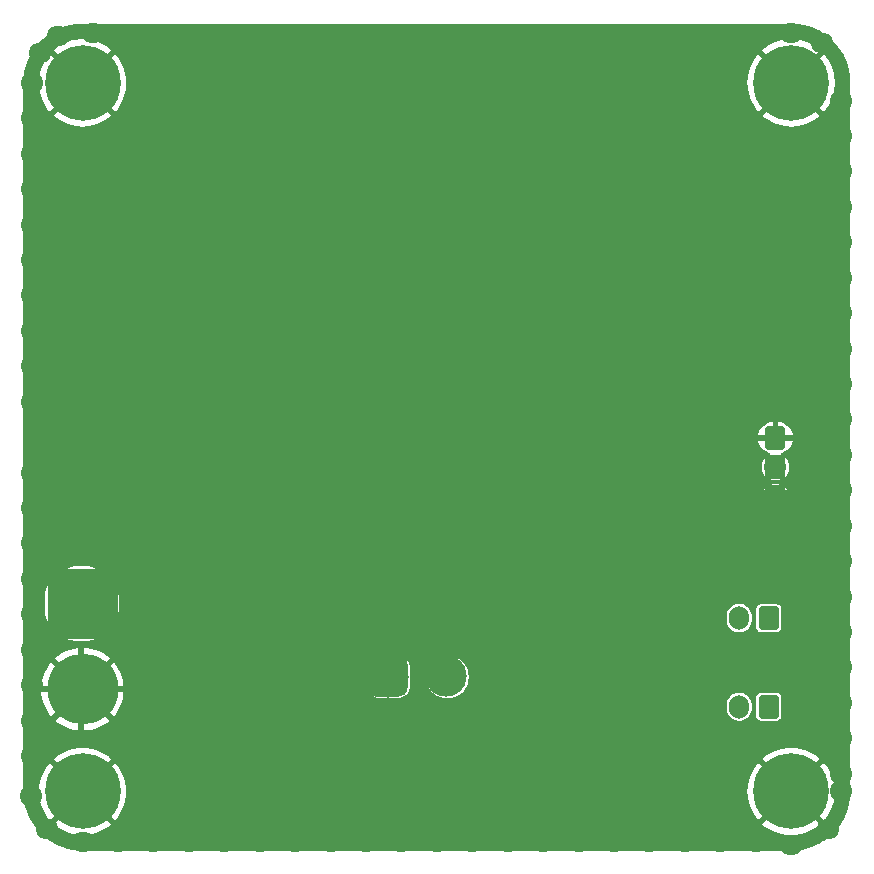
<source format=gbr>
<<<<<<< HEAD
%TF.GenerationSoftware,KiCad,Pcbnew,9.0.0*%
%TF.CreationDate,2025-03-28T09:56:41+01:00*%
%TF.ProjectId,Inverter_KiCAD,496e7665-7274-4657-925f-4b694341442e,rev?*%
%TF.SameCoordinates,Original*%
%TF.FileFunction,Copper,L2,Inr*%
%TF.FilePolarity,Positive*%
%FSLAX46Y46*%
G04 Gerber Fmt 4.6, Leading zero omitted, Abs format (unit mm)*
G04 Created by KiCad (PCBNEW 9.0.0) date 2025-03-28 09:56:41*
%MOMM*%
%LPD*%
G01*
G04 APERTURE LIST*
G04 Aperture macros list*
%AMRoundRect*
0 Rectangle with rounded corners*
0 $1 Rounding radius*
0 $2 $3 $4 $5 $6 $7 $8 $9 X,Y pos of 4 corners*
0 Add a 4 corners polygon primitive as box body*
4,1,4,$2,$3,$4,$5,$6,$7,$8,$9,$2,$3,0*
0 Add four circle primitives for the rounded corners*
1,1,$1+$1,$2,$3*
1,1,$1+$1,$4,$5*
1,1,$1+$1,$6,$7*
1,1,$1+$1,$8,$9*
0 Add four rect primitives between the rounded corners*
20,1,$1+$1,$2,$3,$4,$5,0*
20,1,$1+$1,$4,$5,$6,$7,0*
20,1,$1+$1,$6,$7,$8,$9,0*
20,1,$1+$1,$8,$9,$2,$3,0*%
G04 Aperture macros list end*
%TA.AperFunction,ComponentPad*%
%ADD10C,0.800000*%
%TD*%
%TA.AperFunction,ComponentPad*%
%ADD11C,6.400000*%
%TD*%
%TA.AperFunction,ComponentPad*%
%ADD12RoundRect,0.750000X-0.750000X-0.750000X0.750000X-0.750000X0.750000X0.750000X-0.750000X0.750000X0*%
%TD*%
%TA.AperFunction,ComponentPad*%
%ADD13C,3.000000*%
%TD*%
%TA.AperFunction,ComponentPad*%
%ADD14RoundRect,0.250000X0.600000X0.750000X-0.600000X0.750000X-0.600000X-0.750000X0.600000X-0.750000X0*%
%TD*%
%TA.AperFunction,ComponentPad*%
%ADD15O,1.700000X2.000000*%
%TD*%
%TA.AperFunction,ComponentPad*%
%ADD16RoundRect,0.250000X0.725000X-0.600000X0.725000X0.600000X-0.725000X0.600000X-0.725000X-0.600000X0*%
%TD*%
%TA.AperFunction,ComponentPad*%
%ADD17O,1.950000X1.700000*%
%TD*%
%TA.AperFunction,ComponentPad*%
%ADD18RoundRect,1.500000X1.500000X-1.500000X1.500000X1.500000X-1.500000X1.500000X-1.500000X-1.500000X0*%
%TD*%
%TA.AperFunction,ComponentPad*%
%ADD19C,6.000000*%
%TD*%
%TA.AperFunction,ViaPad*%
%ADD20C,0.450000*%
%TD*%
%TA.AperFunction,ViaPad*%
%ADD21C,0.800000*%
%TD*%
G04 APERTURE END LIST*
D10*
%TO.N,GND*%
%TO.C,H113*%
X142600000Y-85000000D03*
X143302944Y-83302944D03*
X143302944Y-86697056D03*
X145000000Y-82600000D03*
D11*
X145000000Y-85000000D03*
D10*
X145000000Y-87400000D03*
X146697056Y-83302944D03*
X146697056Y-86697056D03*
X147400000Y-85000000D03*
%TD*%
D12*
%TO.N,/ARM_B*%
%TO.C,J1*%
X170900000Y-135300000D03*
D13*
%TO.N,/ARM_OUT_A*%
X175900000Y-135300000D03*
%TD*%
D14*
%TO.N,+9V*%
%TO.C,J4*%
X203097056Y-130322056D03*
D15*
%TO.N,Net-(J4-Pin_2)*%
X200597056Y-130322056D03*
%TD*%
D10*
%TO.N,GND*%
%TO.C,H109*%
X202600000Y-85000000D03*
X203302944Y-83302944D03*
X203302944Y-86697056D03*
X205000000Y-82600000D03*
D11*
X205000000Y-85000000D03*
D10*
X205000000Y-87400000D03*
X206697056Y-83302944D03*
X206697056Y-86697056D03*
X207400000Y-85000000D03*
%TD*%
D16*
%TO.N,unconnected-(J7-Pin_1-Pad1)*%
%TO.C,J7*%
X203672056Y-122547056D03*
D17*
%TO.N,/MCU_STM32G474/USART1_RX*%
X203672056Y-120047056D03*
%TO.N,/MCU_STM32G474/USART1_TX*%
X203672056Y-117547056D03*
%TO.N,GND*%
X203672056Y-115047056D03*
%TD*%
D10*
%TO.N,GND*%
%TO.C,H111*%
X202600000Y-145000000D03*
X203302944Y-143302944D03*
X203302944Y-146697056D03*
X205000000Y-142600000D03*
D11*
X205000000Y-145000000D03*
D10*
X205000000Y-147400000D03*
X206697056Y-143302944D03*
X206697056Y-146697056D03*
X207400000Y-145000000D03*
%TD*%
D18*
%TO.N,GND*%
%TO.C,BT1*%
X144900000Y-136300000D03*
D19*
%TO.N,Net-(BT1-+)*%
X144900000Y-129100000D03*
%TD*%
D14*
%TO.N,+9V*%
%TO.C,J5*%
X203097056Y-137822056D03*
D15*
%TO.N,Net-(J4-Pin_2)*%
X200597056Y-137822056D03*
%TD*%
D10*
%TO.N,GND*%
%TO.C,H114*%
X142600000Y-145000000D03*
X143302944Y-143302944D03*
X143302944Y-146697056D03*
X145000000Y-142600000D03*
D11*
X145000000Y-145000000D03*
D10*
X145000000Y-147400000D03*
X146697056Y-143302944D03*
X146697056Y-146697056D03*
X147400000Y-145000000D03*
%TD*%
D20*
%TO.N,+3.3V*%
X189097056Y-85397056D03*
D21*
X192800000Y-122100000D03*
D20*
X158728768Y-135528768D03*
X191697056Y-95997056D03*
X177627056Y-85977056D03*
X177697056Y-103797056D03*
X156963215Y-145701173D03*
X189797056Y-105697056D03*
X180797056Y-92797056D03*
D21*
X165400000Y-104074000D03*
X193000000Y-108200000D03*
D20*
X177497056Y-95697056D03*
D21*
X190300000Y-107700000D03*
D20*
X166400000Y-105300000D03*
X197000000Y-121000000D03*
X165700000Y-85600000D03*
D21*
X194200000Y-122400000D03*
X192700000Y-115500000D03*
X205900000Y-102900000D03*
D20*
%TO.N,GND*%
X193000000Y-149300000D03*
X168600000Y-111900000D03*
X175000000Y-149300000D03*
X140700000Y-121000000D03*
X183600000Y-119400000D03*
X172400000Y-100000000D03*
X143097056Y-100297056D03*
X140700000Y-124000000D03*
X205000000Y-80800000D03*
X140700000Y-130000000D03*
X172000000Y-149300000D03*
X193097056Y-106297056D03*
X164900000Y-89900000D03*
D21*
X167900000Y-117200000D03*
D20*
X165400000Y-81000000D03*
X145900000Y-80800000D03*
X209200000Y-131500000D03*
X183200000Y-140500000D03*
X205000000Y-149500000D03*
X178097056Y-109297056D03*
X185897056Y-134497056D03*
X145100000Y-114300000D03*
D21*
X195200000Y-128200000D03*
D20*
X180397056Y-102997056D03*
X209200000Y-107500000D03*
X151000000Y-149300000D03*
X181197056Y-95597056D03*
X164800000Y-100300000D03*
X163000000Y-149300000D03*
X150700000Y-140800000D03*
X148000000Y-149300000D03*
X189400000Y-81000000D03*
X168197056Y-128297056D03*
X153097056Y-90297056D03*
X140700000Y-139000000D03*
X141400000Y-82500000D03*
D21*
X189900000Y-130200000D03*
D20*
X169197056Y-127297056D03*
X159400000Y-81000000D03*
X185797056Y-103897056D03*
X140700000Y-112000000D03*
D21*
X149100000Y-110800000D03*
D20*
X146300000Y-114300000D03*
X175100000Y-127400000D03*
X170197056Y-127297056D03*
X178000000Y-149300000D03*
D21*
X193500000Y-103600000D03*
D20*
X140700000Y-97000000D03*
X180700000Y-127300000D03*
X142000000Y-148200000D03*
X154200000Y-133200000D03*
X170197056Y-128297056D03*
X143100000Y-109500000D03*
X145700000Y-114300000D03*
X140700000Y-100000000D03*
X185900000Y-129200000D03*
X140700000Y-136000000D03*
X187000000Y-149300000D03*
X209200000Y-101500000D03*
X179697056Y-82097056D03*
X167097056Y-118297056D03*
X140700000Y-88000000D03*
X160000000Y-149300000D03*
X196000000Y-149300000D03*
X153400000Y-100600000D03*
X173097056Y-105297056D03*
X169197056Y-128297056D03*
X202400000Y-81100000D03*
D21*
X183500000Y-115100000D03*
D20*
X178700000Y-127300000D03*
X140700000Y-91000000D03*
X209200000Y-119500000D03*
X162400000Y-81000000D03*
X148600000Y-80900000D03*
X140700000Y-85000000D03*
X183097056Y-90297056D03*
X140700000Y-118000000D03*
D21*
X158800000Y-116300000D03*
D20*
X203097056Y-95297056D03*
X140700000Y-133000000D03*
X140700000Y-109000000D03*
X169000000Y-149300000D03*
X168400000Y-81000000D03*
X198097056Y-95297056D03*
X209200000Y-95500000D03*
X209200000Y-89500000D03*
D21*
X205100000Y-100400000D03*
D20*
X198300000Y-81100000D03*
X140700000Y-103000000D03*
D21*
X156100000Y-114100000D03*
D20*
X177400000Y-81000000D03*
X191847056Y-100547056D03*
D21*
X184600000Y-89500000D03*
D20*
X145000000Y-149300000D03*
X178900000Y-107800000D03*
X140700000Y-142000000D03*
D21*
X205000000Y-97700000D03*
D20*
X189397056Y-106797056D03*
X186000000Y-107900000D03*
X209200000Y-145000000D03*
X209200000Y-104500000D03*
X180400000Y-81000000D03*
D21*
X189500000Y-127200000D03*
D20*
X140600000Y-145400000D03*
X187097056Y-110297056D03*
X172797056Y-85897056D03*
X142900000Y-81000000D03*
X209200000Y-125500000D03*
X178700000Y-126300000D03*
X168197056Y-127297056D03*
X140700000Y-127000000D03*
X153400000Y-81000000D03*
X199000000Y-149300000D03*
X193000000Y-141000000D03*
X187797056Y-96497056D03*
X184900000Y-102100000D03*
X191600000Y-110800000D03*
X140700000Y-106000000D03*
X143097056Y-90297056D03*
X209200000Y-98500000D03*
X182097056Y-109297056D03*
X166000000Y-149300000D03*
X209200000Y-110500000D03*
X181000000Y-149300000D03*
X183400000Y-81000000D03*
X209200000Y-113500000D03*
X207600000Y-81600000D03*
D21*
X149750000Y-111450000D03*
D20*
X209200000Y-86500000D03*
X209200000Y-128500000D03*
X179700000Y-126300000D03*
X154000000Y-149300000D03*
X209200000Y-122500000D03*
X195400000Y-81000000D03*
X209200000Y-143500000D03*
X209200000Y-92500000D03*
X203097056Y-106297056D03*
X183097056Y-100297056D03*
X171400000Y-81000000D03*
X192400000Y-81000000D03*
D21*
X199500000Y-125500000D03*
X158400000Y-122800000D03*
D20*
X140700000Y-94000000D03*
X180700000Y-126300000D03*
X176297056Y-89697056D03*
X202000000Y-149300000D03*
D21*
X189300000Y-125400000D03*
D20*
X198097056Y-106297056D03*
X186400000Y-81000000D03*
X174400000Y-81000000D03*
X197097056Y-103047056D03*
X157000000Y-149300000D03*
X175400000Y-115100000D03*
X209200000Y-134500000D03*
X209200000Y-116500000D03*
X190000000Y-149300000D03*
X209200000Y-140500000D03*
X184000000Y-149300000D03*
X156400000Y-81000000D03*
X208100000Y-148200000D03*
D21*
X176500000Y-121100000D03*
D20*
X179700000Y-127300000D03*
X171700000Y-140600000D03*
X151200000Y-81000000D03*
X209200000Y-137500000D03*
D21*
%TO.N,/Imes_mot*%
X184700000Y-112100000D03*
X184400000Y-103800000D03*
D20*
%TO.N,VBUS*%
X170097056Y-123500000D03*
X148000000Y-123750000D03*
X147000000Y-122800000D03*
X181400000Y-123200000D03*
X147000000Y-123750000D03*
X148000000Y-121750000D03*
X148000000Y-122800000D03*
X172000000Y-123500000D03*
X180400000Y-123200000D03*
X147000000Y-124800000D03*
X147000000Y-121750000D03*
X181400000Y-121200000D03*
X185674263Y-112822793D03*
X167900000Y-121900000D03*
X171097056Y-123500000D03*
X180400000Y-121200000D03*
X181400000Y-122200000D03*
X180400000Y-122200000D03*
X169200000Y-123500000D03*
X148000000Y-124800000D03*
X167900000Y-122600000D03*
D21*
%TO.N,/VBus_Sense*%
X191500000Y-103100000D03*
X188487056Y-114000000D03*
%TO.N,+9V*%
X165300000Y-126300000D03*
X164100000Y-126300000D03*
X163000000Y-126300000D03*
X196100000Y-127600000D03*
D20*
X176300000Y-117800000D03*
D21*
X194200000Y-127600000D03*
X164800000Y-122000000D03*
%TO.N,/In_A_H*%
X180162712Y-100214922D03*
X176822056Y-108600000D03*
D20*
%TO.N,/In_B_H*%
X174872056Y-109400000D03*
D21*
%TO.N,/MCU_STM32G474/NRST*%
X177000000Y-99500000D03*
X197200000Y-97900000D03*
%TO.N,/ARM_B*%
X174400000Y-123800000D03*
%TO.N,/MCU_STM32G474/SWO*%
X197500000Y-99900000D03*
X185200000Y-95500000D03*
%TO.N,Net-(U6-PB8)*%
X182222056Y-92100000D03*
D20*
%TO.N,/{slash}A*%
X158600000Y-136800000D03*
X163900000Y-142100000D03*
%TO.N,/{slash}B*%
X160278768Y-136878768D03*
X164000000Y-140600000D03*
D21*
%TO.N,/MCU_STM32G474/VCP_TX*%
X200200000Y-95300000D03*
X195500000Y-105500000D03*
%TO.N,/Pwr_EN*%
X177200000Y-100999000D03*
%TO.N,/MCU_STM32G474/VCP_RX*%
X196400000Y-104300000D03*
X205100000Y-95900000D03*
D20*
%TO.N,/I2C_SCL*%
X193300000Y-100000000D03*
%TO.N,/I2C_SDA*%
X191997056Y-99497056D03*
D21*
%TO.N,/ARM_IN_A*%
X183300000Y-129600000D03*
D20*
%TO.N,/Cmd_L_A*%
X177200000Y-120200000D03*
%TO.N,/Cmd_H_A*%
X178422056Y-119300129D03*
%TO.N,/Cmd_H_B*%
X173000000Y-119600000D03*
%TO.N,/Cmd_L_B*%
X174965046Y-118350000D03*
%TD*%
%TA.AperFunction,Conductor*%
%TO.N,GND*%
G36*
X205002544Y-80000604D02*
G01*
X205370311Y-80015778D01*
X205375938Y-80016141D01*
X205460071Y-80023493D01*
X205464478Y-80023960D01*
X205787068Y-80064138D01*
X205793246Y-80065066D01*
X205871876Y-80078923D01*
X205875770Y-80079674D01*
X206199126Y-80147441D01*
X206205732Y-80149016D01*
X206274718Y-80167493D01*
X206277943Y-80168405D01*
X206603336Y-80265243D01*
X206610349Y-80267560D01*
X206664256Y-80287175D01*
X206666874Y-80288161D01*
X206996673Y-80416812D01*
X207003994Y-80419943D01*
X207015734Y-80425416D01*
X207034986Y-80434391D01*
X207036942Y-80435325D01*
X207326298Y-80576746D01*
X207375189Y-80600641D01*
X207384203Y-80605518D01*
X207730421Y-80811772D01*
X207738982Y-80817364D01*
X208067007Y-81051519D01*
X208075076Y-81057798D01*
X208361100Y-81300000D01*
X208382628Y-81318229D01*
X208390164Y-81325165D01*
X208675158Y-81610102D01*
X208682085Y-81617625D01*
X208807285Y-81765418D01*
X208942579Y-81925128D01*
X208948874Y-81933214D01*
X209183079Y-82261168D01*
X209188685Y-82269748D01*
X209395006Y-82615920D01*
X209399885Y-82624933D01*
X209565221Y-82963049D01*
X209566202Y-82965103D01*
X209580658Y-82996095D01*
X209583795Y-83003426D01*
X209712491Y-83333150D01*
X209713495Y-83335812D01*
X209733117Y-83389703D01*
X209735441Y-83396733D01*
X209832316Y-83722012D01*
X209833247Y-83725302D01*
X209851737Y-83794283D01*
X209853323Y-83800928D01*
X209921146Y-84124228D01*
X209921902Y-84128143D01*
X209935773Y-84206765D01*
X209936705Y-84212959D01*
X209976938Y-84535466D01*
X209977419Y-84539996D01*
X209984779Y-84624025D01*
X209985146Y-84629708D01*
X209999894Y-84985406D01*
X210000000Y-84990543D01*
X210000000Y-114939619D01*
X209999500Y-144997438D01*
X209999394Y-145002561D01*
X209984185Y-145370249D01*
X209983819Y-145375930D01*
X209983819Y-145375931D01*
X209976470Y-145459929D01*
X209975990Y-145464460D01*
X209935786Y-145786997D01*
X209934854Y-145793191D01*
X209921005Y-145871733D01*
X209920250Y-145875648D01*
X209852453Y-146198988D01*
X209850867Y-146205634D01*
X209832405Y-146274536D01*
X209831475Y-146277825D01*
X209734622Y-146603147D01*
X209732299Y-146610176D01*
X209712696Y-146664034D01*
X209711691Y-146666698D01*
X209583036Y-146996414D01*
X209579903Y-147003741D01*
X209579902Y-147003743D01*
X209565471Y-147034691D01*
X209564489Y-147036747D01*
X209399182Y-147374889D01*
X209394304Y-147383903D01*
X209188037Y-147730064D01*
X209182431Y-147738644D01*
X208948284Y-148066587D01*
X208941989Y-148074674D01*
X208681566Y-148382155D01*
X208674625Y-148389695D01*
X208389695Y-148674625D01*
X208382155Y-148681566D01*
X208074674Y-148941989D01*
X208066587Y-148948284D01*
X207738644Y-149182431D01*
X207730064Y-149188037D01*
X207383903Y-149394304D01*
X207374889Y-149399182D01*
X207036747Y-149564489D01*
X207034691Y-149565471D01*
X207003743Y-149579902D01*
X206996414Y-149583036D01*
X206666698Y-149711691D01*
X206664034Y-149712696D01*
X206610176Y-149732299D01*
X206603147Y-149734622D01*
X206277825Y-149831475D01*
X206274536Y-149832405D01*
X206205634Y-149850867D01*
X206198988Y-149852453D01*
X205875648Y-149920250D01*
X205871733Y-149921005D01*
X205793191Y-149934854D01*
X205786997Y-149935786D01*
X205464460Y-149975990D01*
X205459929Y-149976470D01*
X205375931Y-149983819D01*
X205370249Y-149984185D01*
X205002563Y-149999394D01*
X204997438Y-149999500D01*
X145002562Y-149999500D01*
X144997437Y-149999394D01*
X144629749Y-149984185D01*
X144624067Y-149983819D01*
X144540069Y-149976470D01*
X144535538Y-149975990D01*
X144213001Y-149935786D01*
X144206807Y-149934854D01*
X144128265Y-149921005D01*
X144124350Y-149920250D01*
X143801010Y-149852453D01*
X143794364Y-149850867D01*
X143725462Y-149832405D01*
X143722173Y-149831475D01*
X143396851Y-149734622D01*
X143389822Y-149732299D01*
X143335964Y-149712696D01*
X143333300Y-149711691D01*
X143003584Y-149583036D01*
X142996255Y-149579902D01*
X142965262Y-149565450D01*
X142963206Y-149564467D01*
X142625119Y-149399186D01*
X142616105Y-149394309D01*
X142269935Y-149188037D01*
X142261355Y-149182431D01*
X141933412Y-148948284D01*
X141925325Y-148941989D01*
X141617844Y-148681566D01*
X141610304Y-148674625D01*
X141325374Y-148389695D01*
X141318433Y-148382155D01*
X141058010Y-148074674D01*
X141051715Y-148066587D01*
X140853036Y-147788319D01*
X140817568Y-147738643D01*
X140811962Y-147730064D01*
X140605683Y-147383883D01*
X140600817Y-147374889D01*
X140435458Y-147036641D01*
X140434595Y-147034837D01*
X140420089Y-147003729D01*
X140416962Y-146996414D01*
X140381089Y-146904480D01*
X140288299Y-146666679D01*
X140287302Y-146664034D01*
X140267692Y-146610157D01*
X140265383Y-146603169D01*
X140168512Y-146277787D01*
X140167604Y-146274576D01*
X140149128Y-146205622D01*
X140147549Y-146199008D01*
X140079737Y-145875594D01*
X140078999Y-145871766D01*
X140065140Y-145793169D01*
X140064216Y-145787028D01*
X140024004Y-145464429D01*
X140023530Y-145459956D01*
X140016177Y-145375906D01*
X140015814Y-145370277D01*
X140000606Y-145002561D01*
X140000500Y-144997438D01*
X140000500Y-144818234D01*
X141300000Y-144818234D01*
X141300000Y-145181765D01*
X141335632Y-145543556D01*
X141406550Y-145900090D01*
X141406553Y-145900101D01*
X141512086Y-146247997D01*
X141651207Y-146583864D01*
X141651209Y-146583869D01*
X141822570Y-146904462D01*
X141822581Y-146904480D01*
X142024551Y-147206750D01*
X142211678Y-147434765D01*
X142211679Y-147434766D01*
X143705747Y-145940697D01*
X143779588Y-146042330D01*
X143957670Y-146220412D01*
X144059301Y-146294251D01*
X142565232Y-147788319D01*
X142565233Y-147788320D01*
X142793249Y-147975448D01*
X143095519Y-148177418D01*
X143095537Y-148177429D01*
X143416130Y-148348790D01*
X143416135Y-148348792D01*
X143752002Y-148487913D01*
X144099898Y-148593446D01*
X144099909Y-148593449D01*
X144456443Y-148664367D01*
X144818234Y-148700000D01*
X145181766Y-148700000D01*
X145543556Y-148664367D01*
X145900090Y-148593449D01*
X145900101Y-148593446D01*
X146247997Y-148487913D01*
X146583864Y-148348792D01*
X146583869Y-148348790D01*
X146904462Y-148177429D01*
X146904480Y-148177418D01*
X147206736Y-147975457D01*
X147206750Y-147975447D01*
X147434765Y-147788320D01*
X147434766Y-147788319D01*
X145940698Y-146294251D01*
X146042330Y-146220412D01*
X146220412Y-146042330D01*
X146294251Y-145940698D01*
X147788319Y-147434766D01*
X147788320Y-147434765D01*
X147975447Y-147206750D01*
X147975457Y-147206736D01*
X148177418Y-146904480D01*
X148177429Y-146904462D01*
X148348790Y-146583869D01*
X148348792Y-146583864D01*
X148487913Y-146247997D01*
X148593446Y-145900101D01*
X148593449Y-145900090D01*
X148644158Y-145645155D01*
X156537715Y-145645155D01*
X156537715Y-145757191D01*
X156545702Y-145786997D01*
X156566712Y-145865409D01*
X156566713Y-145865412D01*
X156570382Y-145871766D01*
X156622730Y-145962436D01*
X156701952Y-146041658D01*
X156798978Y-146097676D01*
X156907197Y-146126673D01*
X156907199Y-146126673D01*
X157019231Y-146126673D01*
X157019233Y-146126673D01*
X157127452Y-146097676D01*
X157224478Y-146041658D01*
X157303700Y-145962436D01*
X157359718Y-145865410D01*
X157388715Y-145757191D01*
X157388715Y-145645155D01*
X157359718Y-145536936D01*
X157303700Y-145439910D01*
X157224478Y-145360688D01*
X157127452Y-145304670D01*
X157019233Y-145275673D01*
X156907197Y-145275673D01*
X156798978Y-145304670D01*
X156798975Y-145304671D01*
X156701955Y-145360686D01*
X156701949Y-145360690D01*
X156622732Y-145439907D01*
X156622728Y-145439913D01*
X156566713Y-145536933D01*
X156566712Y-145536936D01*
X156537715Y-145645155D01*
X148644158Y-145645155D01*
X148650579Y-145612873D01*
X148650586Y-145612837D01*
X148664368Y-145543546D01*
X148700000Y-145181765D01*
X148700000Y-144818234D01*
X201300000Y-144818234D01*
X201300000Y-145181765D01*
X201335632Y-145543556D01*
X201406550Y-145900090D01*
X201406553Y-145900101D01*
X201512086Y-146247997D01*
X201651207Y-146583864D01*
X201651209Y-146583869D01*
X201822570Y-146904462D01*
X201822581Y-146904480D01*
X202024551Y-147206750D01*
X202211678Y-147434765D01*
X202211679Y-147434766D01*
X203705747Y-145940697D01*
X203779588Y-146042330D01*
X203957670Y-146220412D01*
X204059301Y-146294251D01*
X202565232Y-147788319D01*
X202565233Y-147788320D01*
X202793249Y-147975448D01*
X203095519Y-148177418D01*
X203095537Y-148177429D01*
X203416130Y-148348790D01*
X203416135Y-148348792D01*
X203752002Y-148487913D01*
X204099898Y-148593446D01*
X204099909Y-148593449D01*
X204456443Y-148664367D01*
X204818234Y-148700000D01*
X205181766Y-148700000D01*
X205543556Y-148664367D01*
X205900090Y-148593449D01*
X205900101Y-148593446D01*
X206247997Y-148487913D01*
X206583864Y-148348792D01*
X206583869Y-148348790D01*
X206904462Y-148177429D01*
X206904480Y-148177418D01*
X207206736Y-147975457D01*
X207206750Y-147975447D01*
X207434765Y-147788320D01*
X207434766Y-147788319D01*
X205940698Y-146294251D01*
X206042330Y-146220412D01*
X206220412Y-146042330D01*
X206294251Y-145940698D01*
X207788319Y-147434766D01*
X207788320Y-147434765D01*
X207975447Y-147206750D01*
X207975457Y-147206736D01*
X208177418Y-146904480D01*
X208177429Y-146904462D01*
X208348790Y-146583869D01*
X208348792Y-146583864D01*
X208487913Y-146247997D01*
X208593446Y-145900101D01*
X208593449Y-145900090D01*
X208664367Y-145543556D01*
X208700000Y-145181765D01*
X208700000Y-144818234D01*
X208664367Y-144456443D01*
X208593449Y-144099909D01*
X208593446Y-144099898D01*
X208487913Y-143752002D01*
X208348792Y-143416135D01*
X208348790Y-143416130D01*
X208177429Y-143095537D01*
X208177418Y-143095519D01*
X207975448Y-142793249D01*
X207788320Y-142565233D01*
X207788319Y-142565232D01*
X206294251Y-144059300D01*
X206220412Y-143957670D01*
X206042330Y-143779588D01*
X205940698Y-143705748D01*
X207434766Y-142211679D01*
X207434765Y-142211678D01*
X207206750Y-142024551D01*
X206904480Y-141822581D01*
X206904462Y-141822570D01*
X206583869Y-141651209D01*
X206583864Y-141651207D01*
X206247997Y-141512086D01*
X205900101Y-141406553D01*
X205900090Y-141406550D01*
X205543556Y-141335632D01*
X205181766Y-141300000D01*
X204818234Y-141300000D01*
X204456443Y-141335632D01*
X204099909Y-141406550D01*
X204099898Y-141406553D01*
X203752002Y-141512086D01*
X203416135Y-141651207D01*
X203416130Y-141651209D01*
X203095537Y-141822570D01*
X203095519Y-141822581D01*
X202793258Y-142024545D01*
X202793254Y-142024548D01*
X202565233Y-142211679D01*
X202565233Y-142211680D01*
X204059301Y-143705748D01*
X203957670Y-143779588D01*
X203779588Y-143957670D01*
X203705748Y-144059301D01*
X202211680Y-142565233D01*
X202211679Y-142565233D01*
X202024548Y-142793254D01*
X202024545Y-142793258D01*
X201822581Y-143095519D01*
X201822570Y-143095537D01*
X201651209Y-143416130D01*
X201651207Y-143416135D01*
X201512086Y-143752002D01*
X201406553Y-144099898D01*
X201406550Y-144099909D01*
X201335632Y-144456443D01*
X201300000Y-144818234D01*
X148700000Y-144818234D01*
X148664367Y-144456443D01*
X148593449Y-144099909D01*
X148593446Y-144099898D01*
X148487913Y-143752002D01*
X148348792Y-143416135D01*
X148348790Y-143416130D01*
X148177429Y-143095537D01*
X148177418Y-143095519D01*
X147975448Y-142793249D01*
X147788320Y-142565233D01*
X147788319Y-142565232D01*
X146294251Y-144059300D01*
X146220412Y-143957670D01*
X146042330Y-143779588D01*
X145940698Y-143705748D01*
X147434766Y-142211679D01*
X147434765Y-142211678D01*
X147337322Y-142131708D01*
X147230427Y-142043982D01*
X163474500Y-142043982D01*
X163474500Y-142156018D01*
X163503497Y-142264237D01*
X163559515Y-142361263D01*
X163638737Y-142440485D01*
X163735763Y-142496503D01*
X163843982Y-142525500D01*
X163843984Y-142525500D01*
X163956016Y-142525500D01*
X163956018Y-142525500D01*
X164064237Y-142496503D01*
X164161263Y-142440485D01*
X164240485Y-142361263D01*
X164296503Y-142264237D01*
X164325500Y-142156018D01*
X164325500Y-142043982D01*
X164296503Y-141935763D01*
X164240485Y-141838737D01*
X164161263Y-141759515D01*
X164064237Y-141703497D01*
X163956018Y-141674500D01*
X163843982Y-141674500D01*
X163735763Y-141703497D01*
X163735760Y-141703498D01*
X163638740Y-141759513D01*
X163638734Y-141759517D01*
X163559517Y-141838734D01*
X163559513Y-141838740D01*
X163503498Y-141935760D01*
X163503497Y-141935763D01*
X163474500Y-142043982D01*
X147230427Y-142043982D01*
X147206749Y-142024550D01*
X146904480Y-141822581D01*
X146904462Y-141822570D01*
X146583869Y-141651209D01*
X146583864Y-141651207D01*
X146247997Y-141512086D01*
X145900101Y-141406553D01*
X145900090Y-141406550D01*
X145543556Y-141335632D01*
X145181766Y-141300000D01*
X144818234Y-141300000D01*
X144456443Y-141335632D01*
X144099909Y-141406550D01*
X144099898Y-141406553D01*
X143752002Y-141512086D01*
X143416135Y-141651207D01*
X143416130Y-141651209D01*
X143095537Y-141822570D01*
X143095519Y-141822581D01*
X142793258Y-142024545D01*
X142793254Y-142024548D01*
X142565233Y-142211679D01*
X142565233Y-142211680D01*
X144059301Y-143705748D01*
X143957670Y-143779588D01*
X143779588Y-143957670D01*
X143705748Y-144059301D01*
X142211680Y-142565233D01*
X142211679Y-142565233D01*
X142024548Y-142793254D01*
X142024545Y-142793258D01*
X141822581Y-143095519D01*
X141822570Y-143095537D01*
X141651209Y-143416130D01*
X141651207Y-143416135D01*
X141512086Y-143752002D01*
X141406553Y-144099898D01*
X141406550Y-144099909D01*
X141335632Y-144456443D01*
X141300000Y-144818234D01*
X140000500Y-144818234D01*
X140000500Y-140543982D01*
X163574500Y-140543982D01*
X163574500Y-140656018D01*
X163603497Y-140764237D01*
X163659515Y-140861263D01*
X163738737Y-140940485D01*
X163835763Y-140996503D01*
X163943982Y-141025500D01*
X163943984Y-141025500D01*
X164056016Y-141025500D01*
X164056018Y-141025500D01*
X164164237Y-140996503D01*
X164261263Y-140940485D01*
X164340485Y-140861263D01*
X164396503Y-140764237D01*
X164425500Y-140656018D01*
X164425500Y-140543982D01*
X164396503Y-140435763D01*
X164340485Y-140338737D01*
X164261263Y-140259515D01*
X164164237Y-140203497D01*
X164056018Y-140174500D01*
X163943982Y-140174500D01*
X163835763Y-140203497D01*
X163835760Y-140203498D01*
X163738740Y-140259513D01*
X163738734Y-140259517D01*
X163659517Y-140338734D01*
X163659513Y-140338740D01*
X163603498Y-140435760D01*
X163603497Y-140435763D01*
X163574500Y-140543982D01*
X140000500Y-140543982D01*
X140000500Y-134728563D01*
X141400000Y-134728563D01*
X141400000Y-136050000D01*
X142663498Y-136050000D01*
X142650000Y-136152527D01*
X142650000Y-136447473D01*
X142663498Y-136550000D01*
X141400000Y-136550000D01*
X141400000Y-137871436D01*
X141415300Y-138085362D01*
X141476109Y-138364895D01*
X141576091Y-138632958D01*
X141713191Y-138884038D01*
X141713192Y-138884039D01*
X141884639Y-139113065D01*
X141884649Y-139113077D01*
X142086922Y-139315350D01*
X142086934Y-139315360D01*
X142315960Y-139486807D01*
X142315961Y-139486808D01*
X142567042Y-139623908D01*
X142567041Y-139623908D01*
X142835104Y-139723890D01*
X143114637Y-139784699D01*
X143328563Y-139799999D01*
X143328566Y-139800000D01*
X144650000Y-139800000D01*
X144650000Y-138536502D01*
X144752527Y-138550000D01*
X145047473Y-138550000D01*
X145150000Y-138536502D01*
X145150000Y-139800000D01*
X146471434Y-139800000D01*
X146471436Y-139799999D01*
X146685362Y-139784699D01*
X146964895Y-139723890D01*
X147232958Y-139623908D01*
X147484038Y-139486808D01*
X147484039Y-139486807D01*
X147713065Y-139315360D01*
X147713077Y-139315350D01*
X147915350Y-139113077D01*
X147915360Y-139113065D01*
X148086807Y-138884039D01*
X148086808Y-138884038D01*
X148223908Y-138632958D01*
X148323890Y-138364895D01*
X148384699Y-138085362D01*
X148399999Y-137871436D01*
X148400000Y-137871434D01*
X148400000Y-137568586D01*
X199546556Y-137568586D01*
X199546556Y-138075525D01*
X199586924Y-138278468D01*
X199586926Y-138278476D01*
X199666114Y-138469652D01*
X199781080Y-138641713D01*
X199927398Y-138788031D01*
X199927401Y-138788033D01*
X200099458Y-138902997D01*
X200290636Y-138982186D01*
X200479243Y-139019702D01*
X200493586Y-139022555D01*
X200493590Y-139022556D01*
X200493591Y-139022556D01*
X200700522Y-139022556D01*
X200700523Y-139022555D01*
X200903476Y-138982186D01*
X201094654Y-138902997D01*
X201266711Y-138788033D01*
X201413033Y-138641711D01*
X201527997Y-138469654D01*
X201607186Y-138278476D01*
X201647556Y-138075521D01*
X201647556Y-137568591D01*
X201607186Y-137365636D01*
X201527997Y-137174458D01*
X201467409Y-137083781D01*
X201467408Y-137083778D01*
X201423313Y-137017786D01*
X202046556Y-137017786D01*
X202046556Y-138626325D01*
X202049409Y-138656755D01*
X202049409Y-138656757D01*
X202094262Y-138784936D01*
X202094263Y-138784938D01*
X202174906Y-138894206D01*
X202284174Y-138974849D01*
X202305145Y-138982187D01*
X202412355Y-139019702D01*
X202442786Y-139022556D01*
X202442790Y-139022556D01*
X203751326Y-139022556D01*
X203781755Y-139019702D01*
X203781757Y-139019702D01*
X203845846Y-138997275D01*
X203909938Y-138974849D01*
X204019206Y-138894206D01*
X204099849Y-138784938D01*
X204122275Y-138720846D01*
X204144702Y-138656757D01*
X204144702Y-138656755D01*
X204147556Y-138626325D01*
X204147556Y-137017786D01*
X204144702Y-136987356D01*
X204144702Y-136987354D01*
X204099849Y-136859175D01*
X204099848Y-136859173D01*
X204019206Y-136749906D01*
X203909938Y-136669263D01*
X203909936Y-136669262D01*
X203781756Y-136624409D01*
X203751326Y-136621556D01*
X203751322Y-136621556D01*
X202442790Y-136621556D01*
X202442786Y-136621556D01*
X202412356Y-136624409D01*
X202412354Y-136624409D01*
X202284175Y-136669262D01*
X202284173Y-136669263D01*
X202174906Y-136749906D01*
X202094263Y-136859173D01*
X202094262Y-136859175D01*
X202049409Y-136987354D01*
X202049409Y-136987356D01*
X202046556Y-137017786D01*
X201423313Y-137017786D01*
X201413036Y-137002405D01*
X201413030Y-137002397D01*
X201266713Y-136856080D01*
X201177409Y-136796410D01*
X201094654Y-136741115D01*
X200903476Y-136661926D01*
X200903468Y-136661924D01*
X200700525Y-136621556D01*
X200700521Y-136621556D01*
X200493591Y-136621556D01*
X200493586Y-136621556D01*
X200290643Y-136661924D01*
X200290635Y-136661926D01*
X200099459Y-136741114D01*
X199927398Y-136856080D01*
X199781080Y-137002398D01*
X199666114Y-137174459D01*
X199586926Y-137365635D01*
X199586924Y-137365643D01*
X199546556Y-137568586D01*
X148400000Y-137568586D01*
X148400000Y-136743982D01*
X158174500Y-136743982D01*
X158174500Y-136856018D01*
X158203497Y-136964237D01*
X158259515Y-137061263D01*
X158338737Y-137140485D01*
X158435763Y-137196503D01*
X158543982Y-137225500D01*
X158543984Y-137225500D01*
X158656016Y-137225500D01*
X158656018Y-137225500D01*
X158764237Y-137196503D01*
X158861263Y-137140485D01*
X158940485Y-137061263D01*
X158996503Y-136964237D01*
X159025500Y-136856018D01*
X159025500Y-136822750D01*
X159853268Y-136822750D01*
X159853268Y-136934786D01*
X159882265Y-137043005D01*
X159938283Y-137140031D01*
X160017505Y-137219253D01*
X160114531Y-137275271D01*
X160222750Y-137304268D01*
X160222752Y-137304268D01*
X160334784Y-137304268D01*
X160334786Y-137304268D01*
X160443005Y-137275271D01*
X160540031Y-137219253D01*
X160619253Y-137140031D01*
X160675271Y-137043005D01*
X160704268Y-136934786D01*
X160704268Y-136822750D01*
X160675271Y-136714531D01*
X160619253Y-136617505D01*
X160540031Y-136538283D01*
X160443005Y-136482265D01*
X160334786Y-136453268D01*
X160222750Y-136453268D01*
X160114531Y-136482265D01*
X160114528Y-136482266D01*
X160017508Y-136538281D01*
X160017502Y-136538285D01*
X159938285Y-136617502D01*
X159938281Y-136617508D01*
X159882266Y-136714528D01*
X159882265Y-136714531D01*
X159853268Y-136822750D01*
X159025500Y-136822750D01*
X159025500Y-136743982D01*
X158996503Y-136635763D01*
X158940485Y-136538737D01*
X158861263Y-136459515D01*
X158764237Y-136403497D01*
X158656018Y-136374500D01*
X158543982Y-136374500D01*
X158435763Y-136403497D01*
X158435760Y-136403498D01*
X158338740Y-136459513D01*
X158338734Y-136459517D01*
X158259517Y-136538734D01*
X158259513Y-136538740D01*
X158203498Y-136635760D01*
X158203497Y-136635763D01*
X158174500Y-136743982D01*
X148400000Y-136743982D01*
X148400000Y-136550000D01*
X147136502Y-136550000D01*
X147150000Y-136447473D01*
X147150000Y-136152527D01*
X147136502Y-136050000D01*
X148400000Y-136050000D01*
X148400000Y-135472750D01*
X158303268Y-135472750D01*
X158303268Y-135584786D01*
X158332265Y-135693005D01*
X158388283Y-135790031D01*
X158467505Y-135869253D01*
X158564531Y-135925271D01*
X158672750Y-135954268D01*
X158672752Y-135954268D01*
X158784784Y-135954268D01*
X158784786Y-135954268D01*
X158893005Y-135925271D01*
X158990031Y-135869253D01*
X159069253Y-135790031D01*
X159125271Y-135693005D01*
X159154268Y-135584786D01*
X159154268Y-135472750D01*
X159125271Y-135364531D01*
X159069253Y-135267505D01*
X158990031Y-135188283D01*
X158893005Y-135132265D01*
X158784786Y-135103268D01*
X158672750Y-135103268D01*
X158564531Y-135132265D01*
X158564528Y-135132266D01*
X158467508Y-135188281D01*
X158467502Y-135188285D01*
X158388285Y-135267502D01*
X158388281Y-135267508D01*
X158332266Y-135364528D01*
X158332265Y-135364531D01*
X158303268Y-135472750D01*
X148400000Y-135472750D01*
X148400000Y-134728566D01*
X148399999Y-134728563D01*
X148384700Y-134514647D01*
X148384697Y-134514627D01*
X148381166Y-134498395D01*
X169099500Y-134498395D01*
X169099500Y-136101604D01*
X169114699Y-136255932D01*
X169174769Y-136453956D01*
X169181502Y-136466554D01*
X169272315Y-136636450D01*
X169299243Y-136669262D01*
X169403589Y-136796410D01*
X169480070Y-136859175D01*
X169563550Y-136927685D01*
X169746046Y-137025232D01*
X169944066Y-137085300D01*
X169944065Y-137085300D01*
X169982647Y-137089100D01*
X170098392Y-137100500D01*
X170098395Y-137100500D01*
X171701605Y-137100500D01*
X171701608Y-137100500D01*
X171855934Y-137085300D01*
X172053954Y-137025232D01*
X172236450Y-136927685D01*
X172396410Y-136796410D01*
X172527685Y-136636450D01*
X172625232Y-136453954D01*
X172685300Y-136255934D01*
X172700500Y-136101608D01*
X172700500Y-135181995D01*
X174099500Y-135181995D01*
X174099500Y-135418004D01*
X174099501Y-135418020D01*
X174130306Y-135652010D01*
X174191394Y-135879993D01*
X174281714Y-136098045D01*
X174281719Y-136098056D01*
X174352677Y-136220957D01*
X174399727Y-136302450D01*
X174399729Y-136302453D01*
X174399730Y-136302454D01*
X174543406Y-136489697D01*
X174543412Y-136489704D01*
X174710295Y-136656587D01*
X174710301Y-136656592D01*
X174897550Y-136800273D01*
X175028918Y-136876118D01*
X175101943Y-136918280D01*
X175101948Y-136918282D01*
X175101951Y-136918284D01*
X175320007Y-137008606D01*
X175547986Y-137069693D01*
X175781989Y-137100500D01*
X175781996Y-137100500D01*
X176018004Y-137100500D01*
X176018011Y-137100500D01*
X176252014Y-137069693D01*
X176479993Y-137008606D01*
X176698049Y-136918284D01*
X176902450Y-136800273D01*
X177089699Y-136656592D01*
X177256592Y-136489699D01*
X177400273Y-136302450D01*
X177518284Y-136098049D01*
X177608606Y-135879993D01*
X177669693Y-135652014D01*
X177700500Y-135418011D01*
X177700500Y-135181989D01*
X177669693Y-134947986D01*
X177608606Y-134720007D01*
X177518284Y-134501951D01*
X177518282Y-134501948D01*
X177518280Y-134501943D01*
X177473960Y-134425179D01*
X177400273Y-134297550D01*
X177256592Y-134110301D01*
X177256587Y-134110295D01*
X177089704Y-133943412D01*
X177089697Y-133943406D01*
X176902454Y-133799730D01*
X176902453Y-133799729D01*
X176902450Y-133799727D01*
X176820957Y-133752677D01*
X176698056Y-133681719D01*
X176698045Y-133681714D01*
X176479993Y-133591394D01*
X176252010Y-133530306D01*
X176018020Y-133499501D01*
X176018017Y-133499500D01*
X176018011Y-133499500D01*
X175781989Y-133499500D01*
X175781983Y-133499500D01*
X175781979Y-133499501D01*
X175547989Y-133530306D01*
X175320006Y-133591394D01*
X175101954Y-133681714D01*
X175101943Y-133681719D01*
X174897545Y-133799730D01*
X174710302Y-133943406D01*
X174710295Y-133943412D01*
X174543412Y-134110295D01*
X174543406Y-134110302D01*
X174399730Y-134297545D01*
X174281719Y-134501943D01*
X174281714Y-134501954D01*
X174191394Y-134720006D01*
X174130306Y-134947989D01*
X174099501Y-135181979D01*
X174099500Y-135181995D01*
X172700500Y-135181995D01*
X172700500Y-134498392D01*
X172685300Y-134344066D01*
X172625232Y-134146046D01*
X172527685Y-133963550D01*
X172475702Y-133900209D01*
X172396410Y-133803589D01*
X172247905Y-133681716D01*
X172236450Y-133672315D01*
X172053954Y-133574768D01*
X171855934Y-133514700D01*
X171855932Y-133514699D01*
X171855934Y-133514699D01*
X171736805Y-133502966D01*
X171701608Y-133499500D01*
X170098392Y-133499500D01*
X170060298Y-133503251D01*
X169944067Y-133514699D01*
X169746043Y-133574769D01*
X169635898Y-133633643D01*
X169563550Y-133672315D01*
X169563548Y-133672316D01*
X169563547Y-133672317D01*
X169403589Y-133803589D01*
X169272317Y-133963547D01*
X169174769Y-134146043D01*
X169174768Y-134146045D01*
X169174768Y-134146046D01*
X169167898Y-134168692D01*
X169114699Y-134344067D01*
X169099500Y-134498395D01*
X148381166Y-134498395D01*
X148323890Y-134235104D01*
X148223908Y-133967041D01*
X148086808Y-133715961D01*
X148086807Y-133715960D01*
X147915360Y-133486934D01*
X147915350Y-133486922D01*
X147713077Y-133284649D01*
X147713065Y-133284639D01*
X147484039Y-133113192D01*
X147484038Y-133113191D01*
X147232957Y-132976091D01*
X147232958Y-132976091D01*
X146964895Y-132876109D01*
X146685362Y-132815300D01*
X146471436Y-132800000D01*
X145150000Y-132800000D01*
X145150000Y-134063497D01*
X145047473Y-134050000D01*
X144752527Y-134050000D01*
X144650000Y-134063497D01*
X144650000Y-132800000D01*
X143328563Y-132800000D01*
X143114637Y-132815300D01*
X142835104Y-132876109D01*
X142567041Y-132976091D01*
X142315961Y-133113191D01*
X142315960Y-133113192D01*
X142086934Y-133284639D01*
X142086922Y-133284649D01*
X141884649Y-133486922D01*
X141884639Y-133486934D01*
X141713192Y-133715960D01*
X141713191Y-133715961D01*
X141576091Y-133967041D01*
X141476109Y-134235104D01*
X141415300Y-134514637D01*
X141400000Y-134728563D01*
X140000500Y-134728563D01*
X140000500Y-128920259D01*
X141699500Y-128920259D01*
X141699500Y-129279740D01*
X141739746Y-129636935D01*
X141739748Y-129636951D01*
X141819737Y-129987407D01*
X141819741Y-129987419D01*
X141938465Y-130326711D01*
X142094432Y-130650579D01*
X142094434Y-130650582D01*
X142285685Y-130954956D01*
X142509812Y-131236003D01*
X142763997Y-131490188D01*
X143045044Y-131714315D01*
X143349418Y-131905566D01*
X143673292Y-132061536D01*
X143928119Y-132150703D01*
X144012580Y-132180258D01*
X144012592Y-132180262D01*
X144363052Y-132260252D01*
X144720260Y-132300499D01*
X144720261Y-132300500D01*
X144720264Y-132300500D01*
X145079739Y-132300500D01*
X145079739Y-132300499D01*
X145436948Y-132260252D01*
X145787408Y-132180262D01*
X146126708Y-132061536D01*
X146450582Y-131905566D01*
X146754956Y-131714315D01*
X147036003Y-131490188D01*
X147290188Y-131236003D01*
X147514315Y-130954956D01*
X147705566Y-130650582D01*
X147861536Y-130326708D01*
X147980262Y-129987408D01*
X148052938Y-129668995D01*
X182599499Y-129668995D01*
X182626418Y-129804322D01*
X182626421Y-129804332D01*
X182679221Y-129931804D01*
X182679228Y-129931817D01*
X182755885Y-130046541D01*
X182755888Y-130046545D01*
X182853454Y-130144111D01*
X182853458Y-130144114D01*
X182968182Y-130220771D01*
X182968195Y-130220778D01*
X183095667Y-130273578D01*
X183095672Y-130273580D01*
X183095676Y-130273580D01*
X183095677Y-130273581D01*
X183231004Y-130300500D01*
X183231007Y-130300500D01*
X183368995Y-130300500D01*
X183460041Y-130282389D01*
X183504328Y-130273580D01*
X183631811Y-130220775D01*
X183746542Y-130144114D01*
X183822070Y-130068586D01*
X199546556Y-130068586D01*
X199546556Y-130575525D01*
X199586924Y-130778468D01*
X199586926Y-130778476D01*
X199666114Y-130969652D01*
X199781080Y-131141713D01*
X199927398Y-131288031D01*
X199927401Y-131288033D01*
X200099458Y-131402997D01*
X200290636Y-131482186D01*
X200479243Y-131519702D01*
X200493586Y-131522555D01*
X200493590Y-131522556D01*
X200493591Y-131522556D01*
X200700522Y-131522556D01*
X200700523Y-131522555D01*
X200903476Y-131482186D01*
X201094654Y-131402997D01*
X201266711Y-131288033D01*
X201413033Y-131141711D01*
X201527997Y-130969654D01*
X201607186Y-130778476D01*
X201647556Y-130575521D01*
X201647556Y-130068591D01*
X201607186Y-129865636D01*
X201527997Y-129674458D01*
X201467409Y-129583781D01*
X201467408Y-129583778D01*
X201423313Y-129517786D01*
X202046556Y-129517786D01*
X202046556Y-131126325D01*
X202049409Y-131156755D01*
X202049409Y-131156757D01*
X202094262Y-131284936D01*
X202094263Y-131284938D01*
X202174906Y-131394206D01*
X202284174Y-131474849D01*
X202305145Y-131482187D01*
X202412355Y-131519702D01*
X202442786Y-131522556D01*
X202442790Y-131522556D01*
X203751326Y-131522556D01*
X203781755Y-131519702D01*
X203781757Y-131519702D01*
X203866101Y-131490188D01*
X203909938Y-131474849D01*
X204019206Y-131394206D01*
X204099849Y-131284938D01*
X204122275Y-131220846D01*
X204144702Y-131156757D01*
X204144702Y-131156755D01*
X204147556Y-131126325D01*
X204147556Y-129517786D01*
X204144702Y-129487356D01*
X204144702Y-129487354D01*
X204099849Y-129359175D01*
X204099848Y-129359173D01*
X204019206Y-129249906D01*
X203909938Y-129169263D01*
X203909936Y-129169262D01*
X203781756Y-129124409D01*
X203751326Y-129121556D01*
X203751322Y-129121556D01*
X202442790Y-129121556D01*
X202442786Y-129121556D01*
X202412356Y-129124409D01*
X202412354Y-129124409D01*
X202284175Y-129169262D01*
X202284173Y-129169263D01*
X202174906Y-129249906D01*
X202094263Y-129359173D01*
X202094262Y-129359175D01*
X202049409Y-129487354D01*
X202049409Y-129487356D01*
X202046556Y-129517786D01*
X201423313Y-129517786D01*
X201413036Y-129502405D01*
X201413030Y-129502397D01*
X201266713Y-129356080D01*
X201135163Y-129268182D01*
X201094654Y-129241115D01*
X200903476Y-129161926D01*
X200903468Y-129161924D01*
X200700525Y-129121556D01*
X200700521Y-129121556D01*
X200493591Y-129121556D01*
X200493586Y-129121556D01*
X200290643Y-129161924D01*
X200290635Y-129161926D01*
X200099459Y-129241114D01*
X199927398Y-129356080D01*
X199781080Y-129502398D01*
X199666114Y-129674459D01*
X199586926Y-129865635D01*
X199586924Y-129865643D01*
X199546556Y-130068586D01*
X183822070Y-130068586D01*
X183844114Y-130046542D01*
X183863655Y-130017296D01*
X183879484Y-129993608D01*
X183920771Y-129931817D01*
X183920771Y-129931816D01*
X183920775Y-129931811D01*
X183973580Y-129804328D01*
X184000500Y-129668993D01*
X184000500Y-129531007D01*
X184000500Y-129531004D01*
X183973581Y-129395677D01*
X183973580Y-129395676D01*
X183973580Y-129395672D01*
X183957180Y-129356079D01*
X183920778Y-129268195D01*
X183920771Y-129268182D01*
X183844114Y-129153458D01*
X183844111Y-129153454D01*
X183746545Y-129055888D01*
X183746541Y-129055885D01*
X183631817Y-128979228D01*
X183631804Y-128979221D01*
X183504332Y-128926421D01*
X183504322Y-128926418D01*
X183368995Y-128899500D01*
X183368993Y-128899500D01*
X183231007Y-128899500D01*
X183231005Y-128899500D01*
X183095677Y-128926418D01*
X183095667Y-128926421D01*
X182968195Y-128979221D01*
X182968182Y-128979228D01*
X182853458Y-129055885D01*
X182853454Y-129055888D01*
X182755888Y-129153454D01*
X182755885Y-129153458D01*
X182679228Y-129268182D01*
X182679221Y-129268195D01*
X182626421Y-129395667D01*
X182626418Y-129395677D01*
X182599500Y-129531004D01*
X182599500Y-129531007D01*
X182599500Y-129668993D01*
X182599500Y-129668995D01*
X182599499Y-129668995D01*
X148052938Y-129668995D01*
X148060252Y-129636948D01*
X148073678Y-129517790D01*
X148074440Y-129511031D01*
X148074440Y-129511030D01*
X148091549Y-129359175D01*
X148100500Y-129279736D01*
X148100500Y-128920264D01*
X148060252Y-128563052D01*
X147980262Y-128212592D01*
X147976030Y-128200499D01*
X147934047Y-128080518D01*
X147861536Y-127873292D01*
X147705567Y-127549420D01*
X147705567Y-127549419D01*
X147687674Y-127520943D01*
X193599500Y-127520943D01*
X193599500Y-127679056D01*
X193640423Y-127831783D01*
X193640426Y-127831790D01*
X193719475Y-127968709D01*
X193719479Y-127968714D01*
X193719480Y-127968716D01*
X193831284Y-128080520D01*
X193831286Y-128080521D01*
X193831290Y-128080524D01*
X193968209Y-128159573D01*
X193968216Y-128159577D01*
X194120943Y-128200500D01*
X194120945Y-128200500D01*
X194279055Y-128200500D01*
X194279057Y-128200500D01*
X194431784Y-128159577D01*
X194568716Y-128080520D01*
X194680520Y-127968716D01*
X194759577Y-127831784D01*
X194800500Y-127679057D01*
X194800500Y-127520943D01*
X195499500Y-127520943D01*
X195499500Y-127679056D01*
X195540423Y-127831783D01*
X195540426Y-127831790D01*
X195619475Y-127968709D01*
X195619479Y-127968714D01*
X195619480Y-127968716D01*
X195731284Y-128080520D01*
X195731286Y-128080521D01*
X195731290Y-128080524D01*
X195868209Y-128159573D01*
X195868216Y-128159577D01*
X196020943Y-128200500D01*
X196020945Y-128200500D01*
X196179055Y-128200500D01*
X196179057Y-128200500D01*
X196331784Y-128159577D01*
X196468716Y-128080520D01*
X196580520Y-127968716D01*
X196659577Y-127831784D01*
X196700500Y-127679057D01*
X196700500Y-127520943D01*
X196659577Y-127368216D01*
X196588465Y-127245045D01*
X196580524Y-127231290D01*
X196580518Y-127231282D01*
X196468717Y-127119481D01*
X196468709Y-127119475D01*
X196331790Y-127040426D01*
X196331786Y-127040424D01*
X196331784Y-127040423D01*
X196179057Y-126999500D01*
X196020943Y-126999500D01*
X195868216Y-127040423D01*
X195868209Y-127040426D01*
X195731290Y-127119475D01*
X195731282Y-127119481D01*
X195619481Y-127231282D01*
X195619475Y-127231290D01*
X195540426Y-127368209D01*
X195540423Y-127368216D01*
X195499500Y-127520943D01*
X194800500Y-127520943D01*
X194759577Y-127368216D01*
X194688465Y-127245045D01*
X194680524Y-127231290D01*
X194680518Y-127231282D01*
X194568717Y-127119481D01*
X194568709Y-127119475D01*
X194431790Y-127040426D01*
X194431786Y-127040424D01*
X194431784Y-127040423D01*
X194279057Y-126999500D01*
X194120943Y-126999500D01*
X193968216Y-127040423D01*
X193968209Y-127040426D01*
X193831290Y-127119475D01*
X193831282Y-127119481D01*
X193719481Y-127231282D01*
X193719475Y-127231290D01*
X193640426Y-127368209D01*
X193640423Y-127368216D01*
X193599500Y-127520943D01*
X147687674Y-127520943D01*
X147591705Y-127368209D01*
X147514315Y-127245044D01*
X147290188Y-126963997D01*
X147036003Y-126709812D01*
X146754956Y-126485685D01*
X146585257Y-126379056D01*
X146487785Y-126317810D01*
X146487783Y-126317808D01*
X146450584Y-126294435D01*
X146450583Y-126294434D01*
X146297978Y-126220943D01*
X162399500Y-126220943D01*
X162399500Y-126379056D01*
X162440423Y-126531783D01*
X162440426Y-126531790D01*
X162519475Y-126668709D01*
X162519479Y-126668714D01*
X162519480Y-126668716D01*
X162631284Y-126780520D01*
X162631286Y-126780521D01*
X162631290Y-126780524D01*
X162768209Y-126859573D01*
X162768216Y-126859577D01*
X162920943Y-126900500D01*
X162920945Y-126900500D01*
X163079055Y-126900500D01*
X163079057Y-126900500D01*
X163231784Y-126859577D01*
X163368716Y-126780520D01*
X163462319Y-126686917D01*
X163523642Y-126653432D01*
X163593334Y-126658416D01*
X163637681Y-126686917D01*
X163731284Y-126780520D01*
X163731286Y-126780521D01*
X163731290Y-126780524D01*
X163868209Y-126859573D01*
X163868216Y-126859577D01*
X164020943Y-126900500D01*
X164020945Y-126900500D01*
X164179055Y-126900500D01*
X164179057Y-126900500D01*
X164331784Y-126859577D01*
X164468716Y-126780520D01*
X164580520Y-126668716D01*
X164592612Y-126647772D01*
X164643178Y-126599555D01*
X164711785Y-126586331D01*
X164776650Y-126612298D01*
X164807388Y-126647772D01*
X164819477Y-126668712D01*
X164819479Y-126668715D01*
X164819480Y-126668716D01*
X164931284Y-126780520D01*
X164931286Y-126780521D01*
X164931290Y-126780524D01*
X165068209Y-126859573D01*
X165068216Y-126859577D01*
X165220943Y-126900500D01*
X165220945Y-126900500D01*
X165379055Y-126900500D01*
X165379057Y-126900500D01*
X165531784Y-126859577D01*
X165668716Y-126780520D01*
X165780520Y-126668716D01*
X165859577Y-126531784D01*
X165900500Y-126379057D01*
X165900500Y-126220943D01*
X165859577Y-126068216D01*
X165859573Y-126068209D01*
X165780524Y-125931290D01*
X165780518Y-125931282D01*
X165668717Y-125819481D01*
X165668709Y-125819475D01*
X165531790Y-125740426D01*
X165531786Y-125740424D01*
X165531784Y-125740423D01*
X165379057Y-125699500D01*
X165220943Y-125699500D01*
X165068216Y-125740423D01*
X165068209Y-125740426D01*
X164931290Y-125819475D01*
X164931282Y-125819481D01*
X164819481Y-125931282D01*
X164819477Y-125931287D01*
X164807387Y-125952229D01*
X164756820Y-126000445D01*
X164688213Y-126013668D01*
X164623348Y-125987700D01*
X164592613Y-125952229D01*
X164580522Y-125931287D01*
X164580518Y-125931282D01*
X164468717Y-125819481D01*
X164468709Y-125819475D01*
X164331790Y-125740426D01*
X164331786Y-125740424D01*
X164331784Y-125740423D01*
X164179057Y-125699500D01*
X164020943Y-125699500D01*
X163868216Y-125740423D01*
X163868209Y-125740426D01*
X163731290Y-125819475D01*
X163731282Y-125819481D01*
X163637681Y-125913083D01*
X163576358Y-125946568D01*
X163506666Y-125941584D01*
X163462319Y-125913083D01*
X163368717Y-125819481D01*
X163368709Y-125819475D01*
X163231790Y-125740426D01*
X163231786Y-125740424D01*
X163231784Y-125740423D01*
X163079057Y-125699500D01*
X162920943Y-125699500D01*
X162768216Y-125740423D01*
X162768209Y-125740426D01*
X162631290Y-125819475D01*
X162631282Y-125819481D01*
X162519481Y-125931282D01*
X162519475Y-125931290D01*
X162440426Y-126068209D01*
X162440423Y-126068216D01*
X162399500Y-126220943D01*
X146297978Y-126220943D01*
X146126711Y-126138465D01*
X145787419Y-126019741D01*
X145787407Y-126019737D01*
X145436951Y-125939748D01*
X145436935Y-125939746D01*
X145079740Y-125899500D01*
X145079736Y-125899500D01*
X144720264Y-125899500D01*
X144720259Y-125899500D01*
X144363064Y-125939746D01*
X144363048Y-125939748D01*
X144012592Y-126019737D01*
X144012580Y-126019741D01*
X143673288Y-126138465D01*
X143349420Y-126294432D01*
X143045045Y-126485684D01*
X142763997Y-126709811D01*
X142509811Y-126963997D01*
X142285684Y-127245045D01*
X142094432Y-127549420D01*
X141938465Y-127873288D01*
X141819741Y-128212580D01*
X141819737Y-128212592D01*
X141739748Y-128563048D01*
X141739746Y-128563064D01*
X141699500Y-128920259D01*
X140000500Y-128920259D01*
X140000500Y-121693982D01*
X146574500Y-121693982D01*
X146574500Y-121806018D01*
X146597751Y-121892790D01*
X146603497Y-121914236D01*
X146603498Y-121914239D01*
X146617640Y-121938734D01*
X146659515Y-122011263D01*
X146738737Y-122090485D01*
X146835763Y-122146503D01*
X146868317Y-122155225D01*
X146927976Y-122191590D01*
X146958505Y-122254437D01*
X146950210Y-122323813D01*
X146905725Y-122377691D01*
X146868318Y-122394773D01*
X146852736Y-122398948D01*
X146835761Y-122403497D01*
X146835760Y-122403498D01*
X146738740Y-122459513D01*
X146738734Y-122459517D01*
X146659517Y-122538734D01*
X146659513Y-122538740D01*
X146603498Y-122635760D01*
X146603497Y-122635763D01*
X146574500Y-122743982D01*
X146574500Y-122856018D01*
X146602643Y-122961047D01*
X146603497Y-122964236D01*
X146603498Y-122964239D01*
X146622125Y-122996501D01*
X146659515Y-123061263D01*
X146738737Y-123140485D01*
X146783480Y-123166317D01*
X146785724Y-123167613D01*
X146833940Y-123218180D01*
X146847163Y-123286787D01*
X146821195Y-123351652D01*
X146785724Y-123382387D01*
X146738740Y-123409513D01*
X146738734Y-123409517D01*
X146659517Y-123488734D01*
X146659513Y-123488740D01*
X146603498Y-123585760D01*
X146603497Y-123585763D01*
X146574500Y-123693982D01*
X146574500Y-123806018D01*
X146583736Y-123840485D01*
X146603497Y-123914236D01*
X146603498Y-123914239D01*
X146609999Y-123925499D01*
X146659515Y-124011263D01*
X146738737Y-124090485D01*
X146835763Y-124146503D01*
X146868317Y-124155225D01*
X146927976Y-124191590D01*
X146958505Y-124254437D01*
X146950210Y-124323813D01*
X146905725Y-124377691D01*
X146868318Y-124394773D01*
X146852736Y-124398948D01*
X146835761Y-124403497D01*
X146835760Y-124403498D01*
X146738740Y-124459513D01*
X146738734Y-124459517D01*
X146659517Y-124538734D01*
X146659513Y-124538740D01*
X146603498Y-124635760D01*
X146603497Y-124635763D01*
X146574500Y-124743982D01*
X146574500Y-124856017D01*
X146603497Y-124964236D01*
X146603498Y-124964239D01*
X146622169Y-124996579D01*
X146659515Y-125061263D01*
X146738737Y-125140485D01*
X146835763Y-125196503D01*
X146943982Y-125225500D01*
X146943984Y-125225500D01*
X147056016Y-125225500D01*
X147056018Y-125225500D01*
X147164237Y-125196503D01*
X147261263Y-125140485D01*
X147340485Y-125061263D01*
X147392613Y-124970973D01*
X147443180Y-124922759D01*
X147511787Y-124909535D01*
X147576651Y-124935503D01*
X147607385Y-124970972D01*
X147659515Y-125061263D01*
X147738737Y-125140485D01*
X147835763Y-125196503D01*
X147943982Y-125225500D01*
X147943984Y-125225500D01*
X148056016Y-125225500D01*
X148056018Y-125225500D01*
X148164237Y-125196503D01*
X148261263Y-125140485D01*
X148340485Y-125061263D01*
X148396503Y-124964237D01*
X148425500Y-124856018D01*
X148425500Y-124743982D01*
X148396503Y-124635763D01*
X148340485Y-124538737D01*
X148261263Y-124459515D01*
X148164237Y-124403497D01*
X148131682Y-124394774D01*
X148072023Y-124358410D01*
X148041494Y-124295564D01*
X148049788Y-124226188D01*
X148094274Y-124172310D01*
X148131681Y-124155226D01*
X148164237Y-124146503D01*
X148261263Y-124090485D01*
X148340485Y-124011263D01*
X148396503Y-123914237D01*
X148425500Y-123806018D01*
X148425500Y-123693982D01*
X148396503Y-123585763D01*
X148340485Y-123488737D01*
X148295730Y-123443982D01*
X168774500Y-123443982D01*
X168774500Y-123556018D01*
X168793118Y-123625499D01*
X168803497Y-123664236D01*
X168803498Y-123664239D01*
X168820443Y-123693588D01*
X168859515Y-123761263D01*
X168938737Y-123840485D01*
X169035763Y-123896503D01*
X169143982Y-123925500D01*
X169143984Y-123925500D01*
X169256016Y-123925500D01*
X169256018Y-123925500D01*
X169364237Y-123896503D01*
X169461263Y-123840485D01*
X169540485Y-123761263D01*
X169541140Y-123760127D01*
X169541942Y-123759363D01*
X169545433Y-123754814D01*
X169546142Y-123755358D01*
X169591704Y-123711913D01*
X169660310Y-123698687D01*
X169725176Y-123724652D01*
X169751435Y-123754957D01*
X169751623Y-123754814D01*
X169754032Y-123757954D01*
X169755914Y-123760126D01*
X169756571Y-123761263D01*
X169835793Y-123840485D01*
X169932819Y-123896503D01*
X170041038Y-123925500D01*
X170041040Y-123925500D01*
X170153072Y-123925500D01*
X170153074Y-123925500D01*
X170261293Y-123896503D01*
X170358319Y-123840485D01*
X170437541Y-123761263D01*
X170489669Y-123670973D01*
X170540236Y-123622759D01*
X170608843Y-123609535D01*
X170673707Y-123635503D01*
X170704441Y-123670972D01*
X170756571Y-123761263D01*
X170835793Y-123840485D01*
X170932819Y-123896503D01*
X171041038Y-123925500D01*
X171041040Y-123925500D01*
X171153072Y-123925500D01*
X171153074Y-123925500D01*
X171261293Y-123896503D01*
X171358319Y-123840485D01*
X171437541Y-123761263D01*
X171441140Y-123755028D01*
X171491706Y-123706812D01*
X171560313Y-123693588D01*
X171625178Y-123719555D01*
X171655915Y-123755028D01*
X171659515Y-123761263D01*
X171738737Y-123840485D01*
X171835763Y-123896503D01*
X171943982Y-123925500D01*
X171943984Y-123925500D01*
X172056016Y-123925500D01*
X172056018Y-123925500D01*
X172164237Y-123896503D01*
X172211882Y-123868995D01*
X173699499Y-123868995D01*
X173726418Y-124004322D01*
X173726421Y-124004332D01*
X173779221Y-124131804D01*
X173779228Y-124131817D01*
X173855885Y-124246541D01*
X173855888Y-124246545D01*
X173953454Y-124344111D01*
X173953458Y-124344114D01*
X174068182Y-124420771D01*
X174068195Y-124420778D01*
X174195667Y-124473578D01*
X174195672Y-124473580D01*
X174195676Y-124473580D01*
X174195677Y-124473581D01*
X174331004Y-124500500D01*
X174331007Y-124500500D01*
X174468995Y-124500500D01*
X174560041Y-124482389D01*
X174604328Y-124473580D01*
X174731811Y-124420775D01*
X174846542Y-124344114D01*
X174944114Y-124246542D01*
X175020775Y-124131811D01*
X175073580Y-124004328D01*
X175091500Y-123914239D01*
X175100500Y-123868995D01*
X175100500Y-123731004D01*
X175073581Y-123595677D01*
X175073580Y-123595676D01*
X175073580Y-123595672D01*
X175057155Y-123556018D01*
X175020778Y-123468195D01*
X175020771Y-123468182D01*
X174944114Y-123353458D01*
X174944111Y-123353454D01*
X174846545Y-123255888D01*
X174846541Y-123255885D01*
X174731817Y-123179228D01*
X174731804Y-123179221D01*
X174604332Y-123126421D01*
X174604322Y-123126418D01*
X174468995Y-123099500D01*
X174468993Y-123099500D01*
X174331007Y-123099500D01*
X174331005Y-123099500D01*
X174195677Y-123126418D01*
X174195667Y-123126421D01*
X174068195Y-123179221D01*
X174068182Y-123179228D01*
X173953458Y-123255885D01*
X173953454Y-123255888D01*
X173855888Y-123353454D01*
X173855885Y-123353458D01*
X173779228Y-123468182D01*
X173779221Y-123468195D01*
X173726421Y-123595667D01*
X173726418Y-123595677D01*
X173699500Y-123731004D01*
X173699500Y-123731007D01*
X173699500Y-123868993D01*
X173699500Y-123868995D01*
X173699499Y-123868995D01*
X172211882Y-123868995D01*
X172261263Y-123840485D01*
X172340485Y-123761263D01*
X172396503Y-123664237D01*
X172425500Y-123556018D01*
X172425500Y-123443982D01*
X172396503Y-123335763D01*
X172340485Y-123238737D01*
X172261263Y-123159515D01*
X172164237Y-123103497D01*
X172056018Y-123074500D01*
X171943982Y-123074500D01*
X171835763Y-123103497D01*
X171835760Y-123103498D01*
X171738740Y-123159513D01*
X171738734Y-123159517D01*
X171659517Y-123238734D01*
X171659513Y-123238740D01*
X171655914Y-123244974D01*
X171605347Y-123293188D01*
X171536739Y-123306410D01*
X171471875Y-123280441D01*
X171441142Y-123244974D01*
X171440846Y-123244461D01*
X171437541Y-123238737D01*
X171358319Y-123159515D01*
X171261293Y-123103497D01*
X171153074Y-123074500D01*
X171041038Y-123074500D01*
X170932819Y-123103497D01*
X170932816Y-123103498D01*
X170835796Y-123159513D01*
X170835790Y-123159517D01*
X170756573Y-123238734D01*
X170756569Y-123238740D01*
X170704443Y-123329025D01*
X170653876Y-123377241D01*
X170585269Y-123390463D01*
X170520404Y-123364495D01*
X170489669Y-123329025D01*
X170466034Y-123288089D01*
X170437541Y-123238737D01*
X170358319Y-123159515D01*
X170261293Y-123103497D01*
X170153074Y-123074500D01*
X170041038Y-123074500D01*
X169932819Y-123103497D01*
X169932816Y-123103498D01*
X169835796Y-123159513D01*
X169835790Y-123159517D01*
X169756573Y-123238734D01*
X169756569Y-123238740D01*
X169755914Y-123239875D01*
X169755110Y-123240640D01*
X169751623Y-123245186D01*
X169750914Y-123244642D01*
X169705346Y-123288089D01*
X169636739Y-123301311D01*
X169571875Y-123275342D01*
X169545619Y-123245042D01*
X169545433Y-123245186D01*
X169543025Y-123242048D01*
X169541142Y-123239875D01*
X169540485Y-123238737D01*
X169461263Y-123159515D01*
X169364237Y-123103497D01*
X169256018Y-123074500D01*
X169143982Y-123074500D01*
X169035763Y-123103497D01*
X169035760Y-123103498D01*
X168938740Y-123159513D01*
X168938734Y-123159517D01*
X168859517Y-123238734D01*
X168859513Y-123238740D01*
X168803498Y-123335760D01*
X168803497Y-123335763D01*
X168774500Y-123443982D01*
X148295730Y-123443982D01*
X148261263Y-123409515D01*
X148202714Y-123375711D01*
X148192843Y-123366734D01*
X148181329Y-123347835D01*
X148166060Y-123331821D01*
X148163508Y-123318581D01*
X148156492Y-123307065D01*
X148157024Y-123284942D01*
X148152836Y-123263214D01*
X148157847Y-123250695D01*
X148158172Y-123237215D01*
X148170580Y-123218891D01*
X148178804Y-123198349D01*
X148192565Y-123186424D01*
X148197348Y-123179362D01*
X148204002Y-123176514D01*
X148214272Y-123167614D01*
X148261263Y-123140485D01*
X148340485Y-123061263D01*
X148396503Y-122964237D01*
X148425500Y-122856018D01*
X148425500Y-122743982D01*
X148396503Y-122635763D01*
X148340485Y-122538737D01*
X148261263Y-122459515D01*
X148164237Y-122403497D01*
X148131682Y-122394774D01*
X148072023Y-122358410D01*
X148041494Y-122295564D01*
X148049788Y-122226188D01*
X148094274Y-122172310D01*
X148131681Y-122155226D01*
X148164237Y-122146503D01*
X148261263Y-122090485D01*
X148340485Y-122011263D01*
X148392631Y-121920943D01*
X164199500Y-121920943D01*
X164199500Y-122079057D01*
X164240131Y-122230692D01*
X164240423Y-122231783D01*
X164240426Y-122231790D01*
X164319475Y-122368709D01*
X164319479Y-122368714D01*
X164319480Y-122368716D01*
X164431284Y-122480520D01*
X164431286Y-122480521D01*
X164431290Y-122480524D01*
X164532125Y-122538740D01*
X164568216Y-122559577D01*
X164720943Y-122600500D01*
X164720945Y-122600500D01*
X164879055Y-122600500D01*
X164879057Y-122600500D01*
X165031784Y-122559577D01*
X165168716Y-122480520D01*
X165280520Y-122368716D01*
X165359577Y-122231784D01*
X165400500Y-122079057D01*
X165400500Y-121920943D01*
X165379878Y-121843982D01*
X167474500Y-121843982D01*
X167474500Y-121956018D01*
X167503497Y-122064237D01*
X167559515Y-122161263D01*
X167559517Y-122161265D01*
X167560577Y-122162325D01*
X167561184Y-122163437D01*
X167564462Y-122167709D01*
X167563795Y-122168220D01*
X167594057Y-122223651D01*
X167589068Y-122293342D01*
X167564177Y-122332072D01*
X167564462Y-122332291D01*
X167561847Y-122335698D01*
X167560577Y-122337675D01*
X167559517Y-122338734D01*
X167559513Y-122338740D01*
X167503498Y-122435760D01*
X167503497Y-122435763D01*
X167474500Y-122543982D01*
X167474500Y-122656018D01*
X167498071Y-122743984D01*
X167503497Y-122764236D01*
X167503498Y-122764239D01*
X167509422Y-122774500D01*
X167559515Y-122861263D01*
X167638737Y-122940485D01*
X167735763Y-122996503D01*
X167843982Y-123025500D01*
X167843984Y-123025500D01*
X167956016Y-123025500D01*
X167956018Y-123025500D01*
X168064237Y-122996503D01*
X168161263Y-122940485D01*
X168240485Y-122861263D01*
X168296503Y-122764237D01*
X168325500Y-122656018D01*
X168325500Y-122543982D01*
X168296503Y-122435763D01*
X168240485Y-122338737D01*
X168239429Y-122337681D01*
X168238824Y-122336573D01*
X168235538Y-122332291D01*
X168236205Y-122331778D01*
X168205944Y-122276358D01*
X168210928Y-122206666D01*
X168235823Y-122167928D01*
X168235538Y-122167709D01*
X168238165Y-122164284D01*
X168239429Y-122162319D01*
X168240485Y-122161263D01*
X168296503Y-122064237D01*
X168325500Y-121956018D01*
X168325500Y-121843982D01*
X168296503Y-121735763D01*
X168240485Y-121638737D01*
X168161263Y-121559515D01*
X168064237Y-121503497D01*
X167956018Y-121474500D01*
X167843982Y-121474500D01*
X167735763Y-121503497D01*
X167735760Y-121503498D01*
X167638740Y-121559513D01*
X167638734Y-121559517D01*
X167559517Y-121638734D01*
X167559513Y-121638740D01*
X167503498Y-121735760D01*
X167503497Y-121735763D01*
X167474500Y-121843982D01*
X165379878Y-121843982D01*
X165359577Y-121768216D01*
X165352998Y-121756820D01*
X165280524Y-121631290D01*
X165280518Y-121631282D01*
X165168717Y-121519481D01*
X165168709Y-121519475D01*
X165031790Y-121440426D01*
X165031786Y-121440424D01*
X165031784Y-121440423D01*
X164879057Y-121399500D01*
X164720943Y-121399500D01*
X164568216Y-121440423D01*
X164568209Y-121440426D01*
X164431290Y-121519475D01*
X164431282Y-121519481D01*
X164319481Y-121631282D01*
X164319475Y-121631290D01*
X164240426Y-121768209D01*
X164240424Y-121768214D01*
X164240423Y-121768216D01*
X164199500Y-121920943D01*
X148392631Y-121920943D01*
X148396503Y-121914237D01*
X148425500Y-121806018D01*
X148425500Y-121693982D01*
X148396503Y-121585763D01*
X148340485Y-121488737D01*
X148261263Y-121409515D01*
X148182839Y-121364237D01*
X148164239Y-121353498D01*
X148164238Y-121353497D01*
X148164237Y-121353497D01*
X148056018Y-121324500D01*
X147943982Y-121324500D01*
X147835763Y-121353497D01*
X147835760Y-121353498D01*
X147738740Y-121409513D01*
X147738734Y-121409517D01*
X147659517Y-121488734D01*
X147659513Y-121488740D01*
X147607387Y-121579025D01*
X147556820Y-121627241D01*
X147488213Y-121640463D01*
X147423348Y-121614495D01*
X147392613Y-121579025D01*
X147370360Y-121540482D01*
X147340485Y-121488737D01*
X147261263Y-121409515D01*
X147182839Y-121364237D01*
X147164239Y-121353498D01*
X147164238Y-121353497D01*
X147164237Y-121353497D01*
X147056018Y-121324500D01*
X146943982Y-121324500D01*
X146835763Y-121353497D01*
X146835760Y-121353498D01*
X146738740Y-121409513D01*
X146738734Y-121409517D01*
X146659517Y-121488734D01*
X146659513Y-121488740D01*
X146603498Y-121585760D01*
X146603497Y-121585763D01*
X146574500Y-121693982D01*
X140000500Y-121693982D01*
X140000500Y-121143982D01*
X179974500Y-121143982D01*
X179974500Y-121256018D01*
X180002643Y-121361047D01*
X180003497Y-121364236D01*
X180003498Y-121364239D01*
X180022125Y-121396501D01*
X180059515Y-121461263D01*
X180138737Y-121540485D01*
X180205490Y-121579025D01*
X180229025Y-121592613D01*
X180277241Y-121643180D01*
X180290463Y-121711787D01*
X180264495Y-121776652D01*
X180229025Y-121807387D01*
X180138740Y-121859513D01*
X180138734Y-121859517D01*
X180059517Y-121938734D01*
X180059513Y-121938740D01*
X180003498Y-122035760D01*
X180003497Y-122035763D01*
X179974500Y-122143982D01*
X179974500Y-122256018D01*
X179996665Y-122338737D01*
X180003497Y-122364236D01*
X180003498Y-122364239D01*
X180009422Y-122374500D01*
X180059515Y-122461263D01*
X180138737Y-122540485D01*
X180208076Y-122580518D01*
X180229025Y-122592613D01*
X180277241Y-122643180D01*
X180290463Y-122711787D01*
X180264495Y-122776652D01*
X180229025Y-122807387D01*
X180138740Y-122859513D01*
X180138734Y-122859517D01*
X180059517Y-122938734D01*
X180059513Y-122938740D01*
X180003498Y-123035760D01*
X180003497Y-123035763D01*
X179974500Y-123143982D01*
X179974500Y-123256018D01*
X180000620Y-123353497D01*
X180003497Y-123364236D01*
X180003498Y-123364239D01*
X180011005Y-123377241D01*
X180059515Y-123461263D01*
X180138737Y-123540485D01*
X180235763Y-123596503D01*
X180343982Y-123625500D01*
X180343984Y-123625500D01*
X180456016Y-123625500D01*
X180456018Y-123625500D01*
X180564237Y-123596503D01*
X180661263Y-123540485D01*
X180740485Y-123461263D01*
X180792613Y-123370973D01*
X180843180Y-123322759D01*
X180911787Y-123309535D01*
X180976651Y-123335503D01*
X181007385Y-123370972D01*
X181059515Y-123461263D01*
X181138737Y-123540485D01*
X181235763Y-123596503D01*
X181343982Y-123625500D01*
X181343984Y-123625500D01*
X181456016Y-123625500D01*
X181456018Y-123625500D01*
X181564237Y-123596503D01*
X181661263Y-123540485D01*
X181740485Y-123461263D01*
X181796503Y-123364237D01*
X181825500Y-123256018D01*
X181825500Y-123143982D01*
X181796503Y-123035763D01*
X181740485Y-122938737D01*
X181661263Y-122859515D01*
X181570973Y-122807386D01*
X181522759Y-122756820D01*
X181509535Y-122688213D01*
X181535503Y-122623349D01*
X181570972Y-122592614D01*
X181661263Y-122540485D01*
X181740485Y-122461263D01*
X181796503Y-122364237D01*
X181825500Y-122256018D01*
X181825500Y-122143982D01*
X181796503Y-122035763D01*
X181787947Y-122020943D01*
X192199500Y-122020943D01*
X192199500Y-122179057D01*
X192240422Y-122331778D01*
X192240423Y-122331783D01*
X192240426Y-122331790D01*
X192319475Y-122468709D01*
X192319479Y-122468714D01*
X192319480Y-122468716D01*
X192431284Y-122580520D01*
X192431286Y-122580521D01*
X192431290Y-122580524D01*
X192568209Y-122659573D01*
X192568216Y-122659577D01*
X192720943Y-122700500D01*
X192720945Y-122700500D01*
X192879055Y-122700500D01*
X192879057Y-122700500D01*
X193031784Y-122659577D01*
X193168716Y-122580520D01*
X193280520Y-122468716D01*
X193318174Y-122403497D01*
X193359575Y-122331788D01*
X193360938Y-122328498D01*
X193362831Y-122326148D01*
X193363641Y-122324746D01*
X193363859Y-122324872D01*
X193404778Y-122274093D01*
X193471072Y-122252027D01*
X193538771Y-122269305D01*
X193586383Y-122320441D01*
X193599500Y-122375948D01*
X193599500Y-122479057D01*
X193632041Y-122600500D01*
X193640423Y-122631783D01*
X193640426Y-122631790D01*
X193719475Y-122768709D01*
X193719479Y-122768714D01*
X193719480Y-122768716D01*
X193831284Y-122880520D01*
X193831286Y-122880521D01*
X193831290Y-122880524D01*
X193968209Y-122959573D01*
X193968216Y-122959577D01*
X194120943Y-123000500D01*
X194120945Y-123000500D01*
X194279055Y-123000500D01*
X194279057Y-123000500D01*
X194431784Y-122959577D01*
X194568716Y-122880520D01*
X194680520Y-122768716D01*
X194759577Y-122631784D01*
X194800500Y-122479057D01*
X194800500Y-122320943D01*
X194759577Y-122168216D01*
X194714700Y-122090486D01*
X194680524Y-122031290D01*
X194680518Y-122031282D01*
X194568717Y-121919481D01*
X194568709Y-121919475D01*
X194522482Y-121892786D01*
X202496556Y-121892786D01*
X202496556Y-123201325D01*
X202499409Y-123231755D01*
X202499409Y-123231757D01*
X202542009Y-123353497D01*
X202544263Y-123359938D01*
X202624906Y-123469206D01*
X202734174Y-123549849D01*
X202776901Y-123564800D01*
X202862355Y-123594702D01*
X202892786Y-123597556D01*
X202892790Y-123597556D01*
X204451326Y-123597556D01*
X204481755Y-123594702D01*
X204481757Y-123594702D01*
X204545846Y-123572275D01*
X204609938Y-123549849D01*
X204719206Y-123469206D01*
X204799849Y-123359938D01*
X204827666Y-123280441D01*
X204844702Y-123231757D01*
X204844702Y-123231755D01*
X204847556Y-123201325D01*
X204847556Y-121892786D01*
X204844702Y-121862356D01*
X204844702Y-121862354D01*
X204799849Y-121734175D01*
X204799848Y-121734173D01*
X204719206Y-121624906D01*
X204609938Y-121544263D01*
X204609936Y-121544262D01*
X204481756Y-121499409D01*
X204451326Y-121496556D01*
X204451322Y-121496556D01*
X202892790Y-121496556D01*
X202892786Y-121496556D01*
X202862356Y-121499409D01*
X202862354Y-121499409D01*
X202734175Y-121544262D01*
X202734173Y-121544263D01*
X202624906Y-121624906D01*
X202544263Y-121734173D01*
X202544262Y-121734175D01*
X202499409Y-121862354D01*
X202499409Y-121862356D01*
X202496556Y-121892786D01*
X194522482Y-121892786D01*
X194431790Y-121840426D01*
X194431786Y-121840424D01*
X194431784Y-121840423D01*
X194279057Y-121799500D01*
X194120943Y-121799500D01*
X193968216Y-121840423D01*
X193968209Y-121840426D01*
X193831290Y-121919475D01*
X193831282Y-121919481D01*
X193719481Y-122031282D01*
X193719475Y-122031290D01*
X193640422Y-122168215D01*
X193639060Y-122171505D01*
X193637167Y-122173852D01*
X193636359Y-122175254D01*
X193636140Y-122175127D01*
X193595219Y-122225908D01*
X193528924Y-122247972D01*
X193461225Y-122230692D01*
X193413615Y-122179554D01*
X193400500Y-122124051D01*
X193400500Y-122020945D01*
X193400500Y-122020943D01*
X193359577Y-121868216D01*
X193324458Y-121807387D01*
X193280524Y-121731290D01*
X193280518Y-121731282D01*
X193168717Y-121619481D01*
X193168709Y-121619475D01*
X193031790Y-121540426D01*
X193031786Y-121540424D01*
X193031784Y-121540423D01*
X192879057Y-121499500D01*
X192720943Y-121499500D01*
X192568216Y-121540423D01*
X192568209Y-121540426D01*
X192431290Y-121619475D01*
X192431282Y-121619481D01*
X192319481Y-121731282D01*
X192319475Y-121731290D01*
X192240426Y-121868209D01*
X192240423Y-121868216D01*
X192199500Y-122020943D01*
X181787947Y-122020943D01*
X181740485Y-121938737D01*
X181661263Y-121859515D01*
X181570973Y-121807386D01*
X181522759Y-121756820D01*
X181509535Y-121688213D01*
X181535503Y-121623349D01*
X181570972Y-121592614D01*
X181661263Y-121540485D01*
X181740485Y-121461263D01*
X181796503Y-121364237D01*
X181825500Y-121256018D01*
X181825500Y-121143982D01*
X181796503Y-121035763D01*
X181743513Y-120943982D01*
X196574500Y-120943982D01*
X196574500Y-121056018D01*
X196603497Y-121164237D01*
X196659515Y-121261263D01*
X196738737Y-121340485D01*
X196835763Y-121396503D01*
X196943982Y-121425500D01*
X196943984Y-121425500D01*
X197056016Y-121425500D01*
X197056018Y-121425500D01*
X197164237Y-121396503D01*
X197261263Y-121340485D01*
X197340485Y-121261263D01*
X197396503Y-121164237D01*
X197425500Y-121056018D01*
X197425500Y-120943982D01*
X197396503Y-120835763D01*
X197340485Y-120738737D01*
X197261263Y-120659515D01*
X197164237Y-120603497D01*
X197056018Y-120574500D01*
X196943982Y-120574500D01*
X196835763Y-120603497D01*
X196835760Y-120603498D01*
X196738740Y-120659513D01*
X196738734Y-120659517D01*
X196659517Y-120738734D01*
X196659513Y-120738740D01*
X196603498Y-120835760D01*
X196603497Y-120835763D01*
X196574500Y-120943982D01*
X181743513Y-120943982D01*
X181740485Y-120938737D01*
X181661263Y-120859515D01*
X181564237Y-120803497D01*
X181456018Y-120774500D01*
X181343982Y-120774500D01*
X181235763Y-120803497D01*
X181235760Y-120803498D01*
X181138740Y-120859513D01*
X181138734Y-120859517D01*
X181059517Y-120938734D01*
X181059513Y-120938740D01*
X181007387Y-121029025D01*
X180956820Y-121077241D01*
X180888213Y-121090463D01*
X180823348Y-121064495D01*
X180792613Y-121029025D01*
X180774617Y-120997855D01*
X180740485Y-120938737D01*
X180661263Y-120859515D01*
X180564237Y-120803497D01*
X180456018Y-120774500D01*
X180343982Y-120774500D01*
X180235763Y-120803497D01*
X180235760Y-120803498D01*
X180138740Y-120859513D01*
X180138734Y-120859517D01*
X180059517Y-120938734D01*
X180059513Y-120938740D01*
X180003498Y-121035760D01*
X180003497Y-121035763D01*
X179974500Y-121143982D01*
X140000500Y-121143982D01*
X140000500Y-120143982D01*
X176774500Y-120143982D01*
X176774500Y-120256018D01*
X176803497Y-120364237D01*
X176859515Y-120461263D01*
X176938737Y-120540485D01*
X177035763Y-120596503D01*
X177143982Y-120625500D01*
X177143984Y-120625500D01*
X177256016Y-120625500D01*
X177256018Y-120625500D01*
X177364237Y-120596503D01*
X177461263Y-120540485D01*
X177540485Y-120461263D01*
X177596503Y-120364237D01*
X177625500Y-120256018D01*
X177625500Y-120143982D01*
X177596503Y-120035763D01*
X177543285Y-119943586D01*
X202496556Y-119943586D01*
X202496556Y-120150525D01*
X202536924Y-120353468D01*
X202536926Y-120353476D01*
X202614388Y-120540486D01*
X202616115Y-120544654D01*
X202650759Y-120596503D01*
X202731080Y-120716713D01*
X202877398Y-120863031D01*
X202877401Y-120863033D01*
X203049458Y-120977997D01*
X203240636Y-121057186D01*
X203407932Y-121090463D01*
X203443586Y-121097555D01*
X203443590Y-121097556D01*
X203443591Y-121097556D01*
X203900522Y-121097556D01*
X203900523Y-121097555D01*
X204103476Y-121057186D01*
X204294654Y-120977997D01*
X204466711Y-120863033D01*
X204613033Y-120716711D01*
X204727997Y-120544654D01*
X204807186Y-120353476D01*
X204847556Y-120150521D01*
X204847556Y-119943591D01*
X204807186Y-119740636D01*
X204727997Y-119549458D01*
X204613033Y-119377401D01*
X204613031Y-119377398D01*
X204466713Y-119231080D01*
X204380682Y-119173597D01*
X204294654Y-119116115D01*
X204103476Y-119036926D01*
X204103468Y-119036924D01*
X203900525Y-118996556D01*
X203900521Y-118996556D01*
X203443591Y-118996556D01*
X203443586Y-118996556D01*
X203240643Y-119036924D01*
X203240635Y-119036926D01*
X203049459Y-119116114D01*
X202877398Y-119231080D01*
X202731080Y-119377398D01*
X202616114Y-119549459D01*
X202536926Y-119740635D01*
X202536924Y-119740643D01*
X202496556Y-119943586D01*
X177543285Y-119943586D01*
X177540485Y-119938737D01*
X177461263Y-119859515D01*
X177364237Y-119803497D01*
X177256018Y-119774500D01*
X177143982Y-119774500D01*
X177035763Y-119803497D01*
X177035760Y-119803498D01*
X176938740Y-119859513D01*
X176938734Y-119859517D01*
X176859517Y-119938734D01*
X176859513Y-119938740D01*
X176803498Y-120035760D01*
X176803497Y-120035763D01*
X176774500Y-120143982D01*
X140000500Y-120143982D01*
X140000500Y-119543982D01*
X172574500Y-119543982D01*
X172574500Y-119656018D01*
X172603497Y-119764237D01*
X172659515Y-119861263D01*
X172738737Y-119940485D01*
X172835763Y-119996503D01*
X172943982Y-120025500D01*
X172943984Y-120025500D01*
X173056016Y-120025500D01*
X173056018Y-120025500D01*
X173164237Y-119996503D01*
X173261263Y-119940485D01*
X173340485Y-119861263D01*
X173396503Y-119764237D01*
X173425500Y-119656018D01*
X173425500Y-119543982D01*
X173396503Y-119435763D01*
X173340485Y-119338737D01*
X173261263Y-119259515D01*
X173234582Y-119244111D01*
X177996556Y-119244111D01*
X177996556Y-119356147D01*
X178025553Y-119464366D01*
X178081571Y-119561392D01*
X178160793Y-119640614D01*
X178257819Y-119696632D01*
X178366038Y-119725629D01*
X178366040Y-119725629D01*
X178478072Y-119725629D01*
X178478074Y-119725629D01*
X178586293Y-119696632D01*
X178683319Y-119640614D01*
X178762541Y-119561392D01*
X178818559Y-119464366D01*
X178847556Y-119356147D01*
X178847556Y-119244111D01*
X178818559Y-119135892D01*
X178762541Y-119038866D01*
X178683319Y-118959644D01*
X178586293Y-118903626D01*
X178478074Y-118874629D01*
X178366038Y-118874629D01*
X178257819Y-118903626D01*
X178257816Y-118903627D01*
X178160796Y-118959642D01*
X178160790Y-118959646D01*
X178081573Y-119038863D01*
X178081569Y-119038869D01*
X178025554Y-119135889D01*
X178025553Y-119135892D01*
X177996556Y-119244111D01*
X173234582Y-119244111D01*
X173164237Y-119203497D01*
X173056018Y-119174500D01*
X172943982Y-119174500D01*
X172835763Y-119203497D01*
X172835760Y-119203498D01*
X172738740Y-119259513D01*
X172738734Y-119259517D01*
X172659517Y-119338734D01*
X172659513Y-119338740D01*
X172603498Y-119435760D01*
X172603497Y-119435763D01*
X172574500Y-119543982D01*
X140000500Y-119543982D01*
X140000500Y-118293982D01*
X174539546Y-118293982D01*
X174539546Y-118406018D01*
X174568543Y-118514237D01*
X174624561Y-118611263D01*
X174703783Y-118690485D01*
X174800809Y-118746503D01*
X174909028Y-118775500D01*
X174909030Y-118775500D01*
X175021062Y-118775500D01*
X175021064Y-118775500D01*
X175129283Y-118746503D01*
X175226309Y-118690485D01*
X175305531Y-118611263D01*
X175361549Y-118514237D01*
X175390546Y-118406018D01*
X175390546Y-118293982D01*
X175361549Y-118185763D01*
X175305531Y-118088737D01*
X175226309Y-118009515D01*
X175147885Y-117964237D01*
X175129285Y-117953498D01*
X175129284Y-117953497D01*
X175129283Y-117953497D01*
X175021064Y-117924500D01*
X174909028Y-117924500D01*
X174800809Y-117953497D01*
X174800806Y-117953498D01*
X174703786Y-118009513D01*
X174703780Y-118009517D01*
X174624563Y-118088734D01*
X174624559Y-118088740D01*
X174568544Y-118185760D01*
X174568543Y-118185763D01*
X174539546Y-118293982D01*
X140000500Y-118293982D01*
X140000500Y-117743982D01*
X175874500Y-117743982D01*
X175874500Y-117856018D01*
X175903497Y-117964237D01*
X175959515Y-118061263D01*
X176038737Y-118140485D01*
X176135763Y-118196503D01*
X176243982Y-118225500D01*
X176243984Y-118225500D01*
X176356016Y-118225500D01*
X176356018Y-118225500D01*
X176464237Y-118196503D01*
X176561263Y-118140485D01*
X176640485Y-118061263D01*
X176696503Y-117964237D01*
X176725500Y-117856018D01*
X176725500Y-117743982D01*
X176696503Y-117635763D01*
X176640485Y-117538737D01*
X176561263Y-117459515D01*
X176464237Y-117403497D01*
X176356018Y-117374500D01*
X176243982Y-117374500D01*
X176135763Y-117403497D01*
X176135760Y-117403498D01*
X176038740Y-117459513D01*
X176038734Y-117459517D01*
X175959517Y-117538734D01*
X175959513Y-117538740D01*
X175903498Y-117635760D01*
X175903497Y-117635763D01*
X175874500Y-117743982D01*
X140000500Y-117743982D01*
X140000500Y-115420943D01*
X192099500Y-115420943D01*
X192099500Y-115579056D01*
X192140423Y-115731783D01*
X192140426Y-115731790D01*
X192219475Y-115868709D01*
X192219479Y-115868714D01*
X192219480Y-115868716D01*
X192331284Y-115980520D01*
X192331286Y-115980521D01*
X192331290Y-115980524D01*
X192468209Y-116059573D01*
X192468216Y-116059577D01*
X192620943Y-116100500D01*
X192620945Y-116100500D01*
X192779055Y-116100500D01*
X192779057Y-116100500D01*
X192931784Y-116059577D01*
X193068716Y-115980520D01*
X193180520Y-115868716D01*
X193259577Y-115731784D01*
X193300500Y-115579057D01*
X193300500Y-115420943D01*
X193259577Y-115268216D01*
X193237744Y-115230399D01*
X193180524Y-115131290D01*
X193180518Y-115131282D01*
X193068717Y-115019481D01*
X193068712Y-115019477D01*
X192933662Y-114941507D01*
X192933661Y-114941506D01*
X192931788Y-114940425D01*
X192931786Y-114940424D01*
X192931784Y-114940423D01*
X192779057Y-114899500D01*
X192620943Y-114899500D01*
X192468216Y-114940423D01*
X192468209Y-114940426D01*
X192331290Y-115019475D01*
X192331282Y-115019481D01*
X192219481Y-115131282D01*
X192219475Y-115131290D01*
X192140426Y-115268209D01*
X192140423Y-115268216D01*
X192099500Y-115420943D01*
X140000500Y-115420943D01*
X140000500Y-114797056D01*
X202219825Y-114797056D01*
X203267910Y-114797056D01*
X203229426Y-114863713D01*
X203197056Y-114984521D01*
X203197056Y-115109591D01*
X203229426Y-115230399D01*
X203267910Y-115297056D01*
X202219825Y-115297056D01*
X202230298Y-115363182D01*
X202230298Y-115363185D01*
X202295960Y-115565273D01*
X202392435Y-115754613D01*
X202517328Y-115926515D01*
X202517332Y-115926520D01*
X202667591Y-116076779D01*
X202667596Y-116076783D01*
X202839498Y-116201676D01*
X203028838Y-116298151D01*
X203150911Y-116337815D01*
X203208586Y-116377252D01*
X203235785Y-116441611D01*
X203223871Y-116510457D01*
X203176626Y-116561933D01*
X203160046Y-116570307D01*
X203049460Y-116616113D01*
X202877398Y-116731080D01*
X202731080Y-116877398D01*
X202616114Y-117049459D01*
X202536926Y-117240635D01*
X202536924Y-117240643D01*
X202496556Y-117443586D01*
X202496556Y-117650525D01*
X202536924Y-117853468D01*
X202536926Y-117853476D01*
X202616114Y-118044652D01*
X202731080Y-118216713D01*
X202877398Y-118363031D01*
X202877401Y-118363033D01*
X203049458Y-118477997D01*
X203240636Y-118557186D01*
X203443586Y-118597555D01*
X203443590Y-118597556D01*
X203443591Y-118597556D01*
X203900522Y-118597556D01*
X203900523Y-118597555D01*
X204103476Y-118557186D01*
X204294654Y-118477997D01*
X204466711Y-118363033D01*
X204613033Y-118216711D01*
X204727997Y-118044654D01*
X204807186Y-117853476D01*
X204847556Y-117650521D01*
X204847556Y-117443591D01*
X204807186Y-117240636D01*
X204727997Y-117049458D01*
X204613033Y-116877401D01*
X204613031Y-116877398D01*
X204466713Y-116731080D01*
X204294652Y-116616113D01*
X204184065Y-116570307D01*
X204129662Y-116526466D01*
X204107597Y-116460172D01*
X204124876Y-116392472D01*
X204176014Y-116344862D01*
X204193200Y-116337815D01*
X204315273Y-116298151D01*
X204504613Y-116201676D01*
X204676515Y-116076783D01*
X204676520Y-116076779D01*
X204826779Y-115926520D01*
X204826783Y-115926515D01*
X204951676Y-115754613D01*
X205048151Y-115565273D01*
X205113813Y-115363185D01*
X205113813Y-115363182D01*
X205124287Y-115297056D01*
X204076202Y-115297056D01*
X204114686Y-115230399D01*
X204147056Y-115109591D01*
X204147056Y-114984521D01*
X204114686Y-114863713D01*
X204076202Y-114797056D01*
X205124287Y-114797056D01*
X205113813Y-114730929D01*
X205113813Y-114730926D01*
X205048151Y-114528838D01*
X204951676Y-114339498D01*
X204826783Y-114167596D01*
X204826779Y-114167591D01*
X204676520Y-114017332D01*
X204676515Y-114017328D01*
X204504613Y-113892435D01*
X204315273Y-113795960D01*
X204113184Y-113730298D01*
X203922056Y-113700025D01*
X203922056Y-114642910D01*
X203855399Y-114604426D01*
X203734591Y-114572056D01*
X203609521Y-114572056D01*
X203488713Y-114604426D01*
X203422056Y-114642910D01*
X203422056Y-113700025D01*
X203230928Y-113730298D01*
X203230925Y-113730298D01*
X203028838Y-113795960D01*
X202839498Y-113892435D01*
X202667596Y-114017328D01*
X202667591Y-114017332D01*
X202517332Y-114167591D01*
X202517328Y-114167596D01*
X202392435Y-114339498D01*
X202295960Y-114528838D01*
X202230298Y-114730926D01*
X202230298Y-114730929D01*
X202219825Y-114797056D01*
X140000500Y-114797056D01*
X140000500Y-113920943D01*
X187886556Y-113920943D01*
X187886556Y-114079056D01*
X187927479Y-114231783D01*
X187927482Y-114231790D01*
X188006531Y-114368709D01*
X188006535Y-114368714D01*
X188006536Y-114368716D01*
X188118340Y-114480520D01*
X188118342Y-114480521D01*
X188118346Y-114480524D01*
X188202030Y-114528838D01*
X188255272Y-114559577D01*
X188407999Y-114600500D01*
X188408001Y-114600500D01*
X188566111Y-114600500D01*
X188566113Y-114600500D01*
X188718840Y-114559577D01*
X188855772Y-114480520D01*
X188967576Y-114368716D01*
X189046633Y-114231784D01*
X189087556Y-114079057D01*
X189087556Y-113920943D01*
X189046633Y-113768216D01*
X189024741Y-113730298D01*
X188967580Y-113631290D01*
X188967574Y-113631282D01*
X188855773Y-113519481D01*
X188855765Y-113519475D01*
X188718846Y-113440426D01*
X188718842Y-113440424D01*
X188718840Y-113440423D01*
X188566113Y-113399500D01*
X188407999Y-113399500D01*
X188255272Y-113440423D01*
X188255265Y-113440426D01*
X188118346Y-113519475D01*
X188118338Y-113519481D01*
X188006537Y-113631282D01*
X188006531Y-113631290D01*
X187927482Y-113768209D01*
X187927479Y-113768216D01*
X187886556Y-113920943D01*
X140000500Y-113920943D01*
X140000500Y-112020943D01*
X184099500Y-112020943D01*
X184099500Y-112179056D01*
X184140423Y-112331783D01*
X184140426Y-112331790D01*
X184219475Y-112468709D01*
X184219479Y-112468714D01*
X184219480Y-112468716D01*
X184331284Y-112580520D01*
X184331286Y-112580521D01*
X184331290Y-112580524D01*
X184468209Y-112659573D01*
X184468216Y-112659577D01*
X184620943Y-112700500D01*
X184620945Y-112700500D01*
X184779055Y-112700500D01*
X184779057Y-112700500D01*
X184931784Y-112659577D01*
X184984380Y-112629210D01*
X185075755Y-112576457D01*
X185076449Y-112577660D01*
X185133533Y-112555583D01*
X185201980Y-112569612D01*
X185251976Y-112618419D01*
X185267649Y-112686509D01*
X185263642Y-112711244D01*
X185248763Y-112766773D01*
X185248763Y-112766775D01*
X185248763Y-112878811D01*
X185277760Y-112987030D01*
X185333778Y-113084056D01*
X185413000Y-113163278D01*
X185510026Y-113219296D01*
X185618245Y-113248293D01*
X185618247Y-113248293D01*
X185730279Y-113248293D01*
X185730281Y-113248293D01*
X185838500Y-113219296D01*
X185935526Y-113163278D01*
X186014748Y-113084056D01*
X186070766Y-112987030D01*
X186099763Y-112878811D01*
X186099763Y-112766775D01*
X186070766Y-112658556D01*
X186014748Y-112561530D01*
X185935526Y-112482308D01*
X185838500Y-112426290D01*
X185730281Y-112397293D01*
X185618245Y-112397293D01*
X185510026Y-112426290D01*
X185510025Y-112426290D01*
X185443038Y-112464965D01*
X185375138Y-112481436D01*
X185309111Y-112458584D01*
X185265921Y-112403662D01*
X185259280Y-112334109D01*
X185261255Y-112325518D01*
X185300500Y-112179057D01*
X185300500Y-112020943D01*
X185259577Y-111868216D01*
X185259573Y-111868209D01*
X185180524Y-111731290D01*
X185180518Y-111731282D01*
X185068717Y-111619481D01*
X185068709Y-111619475D01*
X184931790Y-111540426D01*
X184931786Y-111540424D01*
X184931784Y-111540423D01*
X184779057Y-111499500D01*
X184620943Y-111499500D01*
X184468216Y-111540423D01*
X184468209Y-111540426D01*
X184331290Y-111619475D01*
X184331282Y-111619481D01*
X184219481Y-111731282D01*
X184219475Y-111731290D01*
X184140426Y-111868209D01*
X184140423Y-111868216D01*
X184099500Y-112020943D01*
X140000500Y-112020943D01*
X140000500Y-109343982D01*
X174446556Y-109343982D01*
X174446556Y-109456018D01*
X174475553Y-109564237D01*
X174531571Y-109661263D01*
X174610793Y-109740485D01*
X174707819Y-109796503D01*
X174816038Y-109825500D01*
X174816040Y-109825500D01*
X174928072Y-109825500D01*
X174928074Y-109825500D01*
X175036293Y-109796503D01*
X175133319Y-109740485D01*
X175212541Y-109661263D01*
X175268559Y-109564237D01*
X175297556Y-109456018D01*
X175297556Y-109343982D01*
X175268559Y-109235763D01*
X175212541Y-109138737D01*
X175133319Y-109059515D01*
X175036293Y-109003497D01*
X174928074Y-108974500D01*
X174816038Y-108974500D01*
X174707819Y-109003497D01*
X174707816Y-109003498D01*
X174610796Y-109059513D01*
X174610790Y-109059517D01*
X174531573Y-109138734D01*
X174531569Y-109138740D01*
X174475554Y-109235760D01*
X174475553Y-109235763D01*
X174446556Y-109343982D01*
X140000500Y-109343982D01*
X140000500Y-108520943D01*
X176221556Y-108520943D01*
X176221556Y-108679057D01*
X176254097Y-108800500D01*
X176262479Y-108831783D01*
X176262482Y-108831790D01*
X176341531Y-108968709D01*
X176341535Y-108968714D01*
X176341536Y-108968716D01*
X176453340Y-109080520D01*
X176453342Y-109080521D01*
X176453346Y-109080524D01*
X176554181Y-109138740D01*
X176590272Y-109159577D01*
X176742999Y-109200500D01*
X176743001Y-109200500D01*
X176901111Y-109200500D01*
X176901113Y-109200500D01*
X177053840Y-109159577D01*
X177190772Y-109080520D01*
X177302576Y-108968716D01*
X177381633Y-108831784D01*
X177422556Y-108679057D01*
X177422556Y-108520943D01*
X177381633Y-108368216D01*
X177330157Y-108279056D01*
X177302580Y-108231290D01*
X177302574Y-108231282D01*
X177190773Y-108119481D01*
X177190765Y-108119475D01*
X177053846Y-108040426D01*
X177053842Y-108040424D01*
X177053840Y-108040423D01*
X176901113Y-107999500D01*
X176742999Y-107999500D01*
X176590272Y-108040423D01*
X176590265Y-108040426D01*
X176453346Y-108119475D01*
X176453338Y-108119481D01*
X176341537Y-108231282D01*
X176341531Y-108231290D01*
X176262482Y-108368209D01*
X176262479Y-108368216D01*
X176221556Y-108520943D01*
X140000500Y-108520943D01*
X140000500Y-107620943D01*
X189699500Y-107620943D01*
X189699500Y-107779056D01*
X189740423Y-107931783D01*
X189740426Y-107931790D01*
X189819475Y-108068709D01*
X189819479Y-108068714D01*
X189819480Y-108068716D01*
X189931284Y-108180520D01*
X189931286Y-108180521D01*
X189931290Y-108180524D01*
X190019221Y-108231290D01*
X190068216Y-108259577D01*
X190220943Y-108300500D01*
X190220945Y-108300500D01*
X190379055Y-108300500D01*
X190379057Y-108300500D01*
X190531784Y-108259577D01*
X190668716Y-108180520D01*
X190728293Y-108120943D01*
X192399500Y-108120943D01*
X192399500Y-108279057D01*
X192405246Y-108300499D01*
X192440423Y-108431783D01*
X192440426Y-108431790D01*
X192519475Y-108568709D01*
X192519479Y-108568714D01*
X192519480Y-108568716D01*
X192631284Y-108680520D01*
X192631286Y-108680521D01*
X192631290Y-108680524D01*
X192768209Y-108759573D01*
X192768216Y-108759577D01*
X192920943Y-108800500D01*
X192920945Y-108800500D01*
X193079055Y-108800500D01*
X193079057Y-108800500D01*
X193231784Y-108759577D01*
X193368716Y-108680520D01*
X193480520Y-108568716D01*
X193559577Y-108431784D01*
X193600500Y-108279057D01*
X193600500Y-108120943D01*
X193559577Y-107968216D01*
X193538543Y-107931783D01*
X193480524Y-107831290D01*
X193480518Y-107831282D01*
X193368717Y-107719481D01*
X193368709Y-107719475D01*
X193231790Y-107640426D01*
X193231786Y-107640424D01*
X193231784Y-107640423D01*
X193079057Y-107599500D01*
X192920943Y-107599500D01*
X192768216Y-107640423D01*
X192768209Y-107640426D01*
X192631290Y-107719475D01*
X192631282Y-107719481D01*
X192519481Y-107831282D01*
X192519475Y-107831290D01*
X192440426Y-107968209D01*
X192440423Y-107968216D01*
X192399500Y-108120943D01*
X190728293Y-108120943D01*
X190780520Y-108068716D01*
X190784352Y-108062078D01*
X190790855Y-108050816D01*
X190814519Y-108009826D01*
X190859577Y-107931784D01*
X190900500Y-107779057D01*
X190900500Y-107620943D01*
X190859577Y-107468216D01*
X190859573Y-107468209D01*
X190780524Y-107331290D01*
X190780518Y-107331282D01*
X190668717Y-107219481D01*
X190668709Y-107219475D01*
X190531790Y-107140426D01*
X190531786Y-107140424D01*
X190531784Y-107140423D01*
X190379057Y-107099500D01*
X190220943Y-107099500D01*
X190068216Y-107140423D01*
X190068209Y-107140426D01*
X189931290Y-107219475D01*
X189931282Y-107219481D01*
X189819481Y-107331282D01*
X189819475Y-107331290D01*
X189740426Y-107468209D01*
X189740423Y-107468216D01*
X189699500Y-107620943D01*
X140000500Y-107620943D01*
X140000500Y-105243982D01*
X165974500Y-105243982D01*
X165974500Y-105356018D01*
X166003497Y-105464237D01*
X166059515Y-105561263D01*
X166138737Y-105640485D01*
X166235763Y-105696503D01*
X166343982Y-105725500D01*
X166343984Y-105725500D01*
X166456016Y-105725500D01*
X166456018Y-105725500D01*
X166564237Y-105696503D01*
X166660305Y-105641038D01*
X189371556Y-105641038D01*
X189371556Y-105753074D01*
X189400553Y-105861293D01*
X189456571Y-105958319D01*
X189535793Y-106037541D01*
X189632819Y-106093559D01*
X189741038Y-106122556D01*
X189741040Y-106122556D01*
X189853072Y-106122556D01*
X189853074Y-106122556D01*
X189961293Y-106093559D01*
X190058319Y-106037541D01*
X190137541Y-105958319D01*
X190193559Y-105861293D01*
X190222556Y-105753074D01*
X190222556Y-105641038D01*
X190193559Y-105532819D01*
X190137541Y-105435793D01*
X190122691Y-105420943D01*
X194899500Y-105420943D01*
X194899500Y-105579057D01*
X194930970Y-105696502D01*
X194940423Y-105731783D01*
X194940426Y-105731790D01*
X195019475Y-105868709D01*
X195019479Y-105868714D01*
X195019480Y-105868716D01*
X195131284Y-105980520D01*
X195131286Y-105980521D01*
X195131290Y-105980524D01*
X195230043Y-106037538D01*
X195268216Y-106059577D01*
X195420943Y-106100500D01*
X195420945Y-106100500D01*
X195579055Y-106100500D01*
X195579057Y-106100500D01*
X195731784Y-106059577D01*
X195868716Y-105980520D01*
X195980520Y-105868716D01*
X196059577Y-105731784D01*
X196100500Y-105579057D01*
X196100500Y-105420943D01*
X196059577Y-105268216D01*
X195983106Y-105135763D01*
X195980524Y-105131290D01*
X195980518Y-105131282D01*
X195868717Y-105019481D01*
X195868709Y-105019475D01*
X195731790Y-104940426D01*
X195731786Y-104940424D01*
X195731784Y-104940423D01*
X195579057Y-104899500D01*
X195420943Y-104899500D01*
X195268216Y-104940423D01*
X195268209Y-104940426D01*
X195131290Y-105019475D01*
X195131282Y-105019481D01*
X195019481Y-105131282D01*
X195019475Y-105131290D01*
X194940426Y-105268209D01*
X194940423Y-105268216D01*
X194899500Y-105420943D01*
X190122691Y-105420943D01*
X190058319Y-105356571D01*
X189961293Y-105300553D01*
X189853074Y-105271556D01*
X189741038Y-105271556D01*
X189632819Y-105300553D01*
X189632816Y-105300554D01*
X189535796Y-105356569D01*
X189535790Y-105356573D01*
X189456573Y-105435790D01*
X189456569Y-105435796D01*
X189400554Y-105532816D01*
X189400553Y-105532819D01*
X189371556Y-105641038D01*
X166660305Y-105641038D01*
X166661263Y-105640485D01*
X166740485Y-105561263D01*
X166796503Y-105464237D01*
X166825500Y-105356018D01*
X166825500Y-105243982D01*
X166796503Y-105135763D01*
X166740485Y-105038737D01*
X166661263Y-104959515D01*
X166564237Y-104903497D01*
X166456018Y-104874500D01*
X166343982Y-104874500D01*
X166235763Y-104903497D01*
X166235760Y-104903498D01*
X166138740Y-104959513D01*
X166138734Y-104959517D01*
X166059517Y-105038734D01*
X166059513Y-105038740D01*
X166003498Y-105135760D01*
X166003497Y-105135763D01*
X165974500Y-105243982D01*
X140000500Y-105243982D01*
X140000500Y-103994943D01*
X164799500Y-103994943D01*
X164799500Y-104153057D01*
X164810353Y-104193559D01*
X164840423Y-104305783D01*
X164840426Y-104305790D01*
X164919475Y-104442709D01*
X164919479Y-104442714D01*
X164919480Y-104442716D01*
X165031284Y-104554520D01*
X165031286Y-104554521D01*
X165031290Y-104554524D01*
X165168209Y-104633573D01*
X165168216Y-104633577D01*
X165320943Y-104674500D01*
X165320945Y-104674500D01*
X165479055Y-104674500D01*
X165479057Y-104674500D01*
X165631784Y-104633577D01*
X165768716Y-104554520D01*
X165880520Y-104442716D01*
X165959577Y-104305784D01*
X166000500Y-104153057D01*
X166000500Y-103994943D01*
X165959577Y-103842216D01*
X165901164Y-103741040D01*
X165901163Y-103741038D01*
X177271556Y-103741038D01*
X177271556Y-103853074D01*
X177300553Y-103961293D01*
X177356571Y-104058319D01*
X177435793Y-104137541D01*
X177532819Y-104193559D01*
X177641038Y-104222556D01*
X177641040Y-104222556D01*
X177753072Y-104222556D01*
X177753074Y-104222556D01*
X177861293Y-104193559D01*
X177958319Y-104137541D01*
X178037541Y-104058319D01*
X178093559Y-103961293D01*
X178122556Y-103853074D01*
X178122556Y-103741038D01*
X178117172Y-103720943D01*
X183799500Y-103720943D01*
X183799500Y-103879056D01*
X183840423Y-104031783D01*
X183840426Y-104031790D01*
X183919475Y-104168709D01*
X183919479Y-104168714D01*
X183919480Y-104168716D01*
X184031284Y-104280520D01*
X184031286Y-104280521D01*
X184031290Y-104280524D01*
X184075053Y-104305790D01*
X184168216Y-104359577D01*
X184320943Y-104400500D01*
X184320945Y-104400500D01*
X184479055Y-104400500D01*
X184479057Y-104400500D01*
X184631784Y-104359577D01*
X184768716Y-104280520D01*
X184828293Y-104220943D01*
X195799500Y-104220943D01*
X195799500Y-104379057D01*
X195816558Y-104442716D01*
X195840423Y-104531783D01*
X195840426Y-104531790D01*
X195919475Y-104668709D01*
X195919479Y-104668714D01*
X195919480Y-104668716D01*
X196031284Y-104780520D01*
X196031286Y-104780521D01*
X196031290Y-104780524D01*
X196168209Y-104859573D01*
X196168216Y-104859577D01*
X196320943Y-104900500D01*
X196320945Y-104900500D01*
X196479055Y-104900500D01*
X196479057Y-104900500D01*
X196631784Y-104859577D01*
X196768716Y-104780520D01*
X196880520Y-104668716D01*
X196959577Y-104531784D01*
X197000500Y-104379057D01*
X197000500Y-104220943D01*
X196959577Y-104068216D01*
X196938543Y-104031783D01*
X196880524Y-103931290D01*
X196880518Y-103931282D01*
X196768717Y-103819481D01*
X196768709Y-103819475D01*
X196631790Y-103740426D01*
X196631786Y-103740424D01*
X196631784Y-103740423D01*
X196479057Y-103699500D01*
X196320943Y-103699500D01*
X196168216Y-103740423D01*
X196168209Y-103740426D01*
X196031290Y-103819475D01*
X196031282Y-103819481D01*
X195919481Y-103931282D01*
X195919475Y-103931290D01*
X195840426Y-104068209D01*
X195840423Y-104068216D01*
X195799500Y-104220943D01*
X184828293Y-104220943D01*
X184880520Y-104168716D01*
X184889561Y-104153057D01*
X184890855Y-104150816D01*
X184938547Y-104068209D01*
X184959577Y-104031784D01*
X185000500Y-103879057D01*
X185000500Y-103720943D01*
X184959577Y-103568216D01*
X184959573Y-103568209D01*
X184880524Y-103431290D01*
X184880518Y-103431282D01*
X184768717Y-103319481D01*
X184768709Y-103319475D01*
X184631790Y-103240426D01*
X184631786Y-103240424D01*
X184631784Y-103240423D01*
X184479057Y-103199500D01*
X184320943Y-103199500D01*
X184168216Y-103240423D01*
X184168209Y-103240426D01*
X184031290Y-103319475D01*
X184031282Y-103319481D01*
X183919481Y-103431282D01*
X183919475Y-103431290D01*
X183840426Y-103568209D01*
X183840423Y-103568216D01*
X183799500Y-103720943D01*
X178117172Y-103720943D01*
X178093559Y-103632819D01*
X178037541Y-103535793D01*
X177958319Y-103456571D01*
X177861293Y-103400553D01*
X177753074Y-103371556D01*
X177641038Y-103371556D01*
X177532819Y-103400553D01*
X177532816Y-103400554D01*
X177435796Y-103456569D01*
X177435790Y-103456573D01*
X177356573Y-103535790D01*
X177356569Y-103535796D01*
X177300554Y-103632816D01*
X177300553Y-103632819D01*
X177271556Y-103741038D01*
X165901163Y-103741038D01*
X165880522Y-103705287D01*
X165880518Y-103705282D01*
X165768717Y-103593481D01*
X165768709Y-103593475D01*
X165631790Y-103514426D01*
X165631786Y-103514424D01*
X165631784Y-103514423D01*
X165479057Y-103473500D01*
X165320943Y-103473500D01*
X165168216Y-103514423D01*
X165168209Y-103514426D01*
X165031290Y-103593475D01*
X165031282Y-103593481D01*
X164919481Y-103705282D01*
X164919475Y-103705290D01*
X164840426Y-103842209D01*
X164840423Y-103842216D01*
X164799500Y-103994943D01*
X140000500Y-103994943D01*
X140000500Y-103020943D01*
X190899500Y-103020943D01*
X190899500Y-103179057D01*
X190937127Y-103319481D01*
X190940423Y-103331783D01*
X190940426Y-103331790D01*
X191019475Y-103468709D01*
X191019479Y-103468714D01*
X191019480Y-103468716D01*
X191131284Y-103580520D01*
X191131286Y-103580521D01*
X191131290Y-103580524D01*
X191153733Y-103593481D01*
X191268216Y-103659577D01*
X191420943Y-103700500D01*
X191420945Y-103700500D01*
X191579055Y-103700500D01*
X191579057Y-103700500D01*
X191731784Y-103659577D01*
X191868716Y-103580520D01*
X191980520Y-103468716D01*
X192059577Y-103331784D01*
X192100500Y-103179057D01*
X192100500Y-103020943D01*
X192059577Y-102868216D01*
X192032285Y-102820945D01*
X192032284Y-102820943D01*
X205299500Y-102820943D01*
X205299500Y-102979057D01*
X205310724Y-103020943D01*
X205340423Y-103131783D01*
X205340426Y-103131790D01*
X205419475Y-103268709D01*
X205419479Y-103268714D01*
X205419480Y-103268716D01*
X205531284Y-103380520D01*
X205531286Y-103380521D01*
X205531290Y-103380524D01*
X205619221Y-103431290D01*
X205668216Y-103459577D01*
X205820943Y-103500500D01*
X205820945Y-103500500D01*
X205979055Y-103500500D01*
X205979057Y-103500500D01*
X206131784Y-103459577D01*
X206268716Y-103380520D01*
X206380520Y-103268716D01*
X206459577Y-103131784D01*
X206500500Y-102979057D01*
X206500500Y-102820943D01*
X206459577Y-102668216D01*
X206431437Y-102619475D01*
X206380524Y-102531290D01*
X206380518Y-102531282D01*
X206268717Y-102419481D01*
X206268709Y-102419475D01*
X206131790Y-102340426D01*
X206131786Y-102340424D01*
X206131784Y-102340423D01*
X205979057Y-102299500D01*
X205820943Y-102299500D01*
X205668216Y-102340423D01*
X205668209Y-102340426D01*
X205531290Y-102419475D01*
X205531282Y-102419481D01*
X205419481Y-102531282D01*
X205419475Y-102531290D01*
X205340426Y-102668209D01*
X205340423Y-102668216D01*
X205299500Y-102820943D01*
X192032284Y-102820943D01*
X191980522Y-102731287D01*
X191980518Y-102731282D01*
X191868717Y-102619481D01*
X191868709Y-102619475D01*
X191731790Y-102540426D01*
X191731786Y-102540424D01*
X191731784Y-102540423D01*
X191579057Y-102499500D01*
X191420943Y-102499500D01*
X191268216Y-102540423D01*
X191268209Y-102540426D01*
X191131290Y-102619475D01*
X191131282Y-102619481D01*
X191019481Y-102731282D01*
X191019475Y-102731290D01*
X190940426Y-102868209D01*
X190940426Y-102868210D01*
X190940423Y-102868216D01*
X190899500Y-103020943D01*
X140000500Y-103020943D01*
X140000500Y-100919943D01*
X176599500Y-100919943D01*
X176599500Y-101078056D01*
X176640423Y-101230783D01*
X176640426Y-101230790D01*
X176719475Y-101367709D01*
X176719479Y-101367714D01*
X176719480Y-101367716D01*
X176831284Y-101479520D01*
X176831286Y-101479521D01*
X176831290Y-101479524D01*
X176968209Y-101558573D01*
X176968216Y-101558577D01*
X177120943Y-101599500D01*
X177120945Y-101599500D01*
X177279055Y-101599500D01*
X177279057Y-101599500D01*
X177431784Y-101558577D01*
X177568716Y-101479520D01*
X177680520Y-101367716D01*
X177759577Y-101230784D01*
X177800500Y-101078057D01*
X177800500Y-100919943D01*
X177759577Y-100767216D01*
X177718139Y-100695442D01*
X177680524Y-100630290D01*
X177680518Y-100630282D01*
X177568717Y-100518481D01*
X177568709Y-100518475D01*
X177431790Y-100439426D01*
X177431786Y-100439424D01*
X177431784Y-100439423D01*
X177279057Y-100398500D01*
X177120943Y-100398500D01*
X176968216Y-100439423D01*
X176968209Y-100439426D01*
X176831290Y-100518475D01*
X176831282Y-100518481D01*
X176719481Y-100630282D01*
X176719475Y-100630290D01*
X176640426Y-100767209D01*
X176640423Y-100767216D01*
X176599500Y-100919943D01*
X140000500Y-100919943D01*
X140000500Y-100135865D01*
X179562212Y-100135865D01*
X179562212Y-100293979D01*
X179601185Y-100439426D01*
X179603135Y-100446705D01*
X179603138Y-100446712D01*
X179682187Y-100583631D01*
X179682191Y-100583636D01*
X179682192Y-100583638D01*
X179793996Y-100695442D01*
X179793998Y-100695443D01*
X179794002Y-100695446D01*
X179918301Y-100767209D01*
X179930928Y-100774499D01*
X180083655Y-100815422D01*
X180083657Y-100815422D01*
X180241767Y-100815422D01*
X180241769Y-100815422D01*
X180394496Y-100774499D01*
X180531428Y-100695442D01*
X180643232Y-100583638D01*
X180722289Y-100446706D01*
X180763212Y-100293979D01*
X180763212Y-100135865D01*
X180722289Y-99983138D01*
X180699684Y-99943984D01*
X180699683Y-99943982D01*
X192874500Y-99943982D01*
X192874500Y-100056018D01*
X192903497Y-100164237D01*
X192959515Y-100261263D01*
X193038737Y-100340485D01*
X193135763Y-100396503D01*
X193243982Y-100425500D01*
X193243984Y-100425500D01*
X193356016Y-100425500D01*
X193356018Y-100425500D01*
X193464237Y-100396503D01*
X193561263Y-100340485D01*
X193640485Y-100261263D01*
X193696503Y-100164237D01*
X193725500Y-100056018D01*
X193725500Y-99943982D01*
X193696503Y-99835763D01*
X193687947Y-99820943D01*
X196899500Y-99820943D01*
X196899500Y-99979057D01*
X196932041Y-100100500D01*
X196940423Y-100131783D01*
X196940426Y-100131790D01*
X197019475Y-100268709D01*
X197019479Y-100268714D01*
X197019480Y-100268716D01*
X197131284Y-100380520D01*
X197131286Y-100380521D01*
X197131290Y-100380524D01*
X197245933Y-100446712D01*
X197268216Y-100459577D01*
X197420943Y-100500500D01*
X197420945Y-100500500D01*
X197579055Y-100500500D01*
X197579057Y-100500500D01*
X197731784Y-100459577D01*
X197868716Y-100380520D01*
X197980520Y-100268716D01*
X198059577Y-100131784D01*
X198100500Y-99979057D01*
X198100500Y-99820943D01*
X198059577Y-99668216D01*
X198055580Y-99661293D01*
X197980524Y-99531290D01*
X197980518Y-99531282D01*
X197868717Y-99419481D01*
X197868709Y-99419475D01*
X197731790Y-99340426D01*
X197731786Y-99340424D01*
X197731784Y-99340423D01*
X197579057Y-99299500D01*
X197420943Y-99299500D01*
X197268216Y-99340423D01*
X197268209Y-99340426D01*
X197131290Y-99419475D01*
X197131282Y-99419481D01*
X197019481Y-99531282D01*
X197019475Y-99531290D01*
X196940426Y-99668209D01*
X196940423Y-99668216D01*
X196899500Y-99820943D01*
X193687947Y-99820943D01*
X193640485Y-99738737D01*
X193561263Y-99659515D01*
X193464237Y-99603497D01*
X193356018Y-99574500D01*
X193243982Y-99574500D01*
X193135763Y-99603497D01*
X193135760Y-99603498D01*
X193038740Y-99659513D01*
X193038734Y-99659517D01*
X192959517Y-99738734D01*
X192959513Y-99738740D01*
X192903498Y-99835760D01*
X192903497Y-99835763D01*
X192874500Y-99943982D01*
X180699683Y-99943982D01*
X180643236Y-99846212D01*
X180643230Y-99846204D01*
X180531429Y-99734403D01*
X180531421Y-99734397D01*
X180394502Y-99655348D01*
X180394498Y-99655346D01*
X180394496Y-99655345D01*
X180241769Y-99614422D01*
X180083655Y-99614422D01*
X179930928Y-99655345D01*
X179930921Y-99655348D01*
X179794002Y-99734397D01*
X179793994Y-99734403D01*
X179682193Y-99846204D01*
X179682187Y-99846212D01*
X179603138Y-99983131D01*
X179603135Y-99983138D01*
X179562212Y-100135865D01*
X140000500Y-100135865D01*
X140000500Y-99420943D01*
X176399500Y-99420943D01*
X176399500Y-99579057D01*
X176419942Y-99655345D01*
X176440423Y-99731783D01*
X176440426Y-99731790D01*
X176519475Y-99868709D01*
X176519479Y-99868714D01*
X176519480Y-99868716D01*
X176631284Y-99980520D01*
X176631286Y-99980521D01*
X176631290Y-99980524D01*
X176768209Y-100059573D01*
X176768216Y-100059577D01*
X176920943Y-100100500D01*
X176920945Y-100100500D01*
X177079055Y-100100500D01*
X177079057Y-100100500D01*
X177231784Y-100059577D01*
X177368716Y-99980520D01*
X177480520Y-99868716D01*
X177559577Y-99731784D01*
X177600500Y-99579057D01*
X177600500Y-99441038D01*
X191571556Y-99441038D01*
X191571556Y-99553074D01*
X191600553Y-99661293D01*
X191656571Y-99758319D01*
X191735793Y-99837541D01*
X191832819Y-99893559D01*
X191941038Y-99922556D01*
X191941040Y-99922556D01*
X192053072Y-99922556D01*
X192053074Y-99922556D01*
X192161293Y-99893559D01*
X192258319Y-99837541D01*
X192337541Y-99758319D01*
X192393559Y-99661293D01*
X192422556Y-99553074D01*
X192422556Y-99441038D01*
X192393559Y-99332819D01*
X192337541Y-99235793D01*
X192258319Y-99156571D01*
X192161293Y-99100553D01*
X192053074Y-99071556D01*
X191941038Y-99071556D01*
X191832819Y-99100553D01*
X191832816Y-99100554D01*
X191735796Y-99156569D01*
X191735790Y-99156573D01*
X191656573Y-99235790D01*
X191656569Y-99235796D01*
X191600554Y-99332816D01*
X191600553Y-99332819D01*
X191571556Y-99441038D01*
X177600500Y-99441038D01*
X177600500Y-99420943D01*
X177559577Y-99268216D01*
X177559573Y-99268209D01*
X177480524Y-99131290D01*
X177480518Y-99131282D01*
X177368717Y-99019481D01*
X177368709Y-99019475D01*
X177231790Y-98940426D01*
X177231786Y-98940424D01*
X177231784Y-98940423D01*
X177079057Y-98899500D01*
X176920943Y-98899500D01*
X176768216Y-98940423D01*
X176768209Y-98940426D01*
X176631290Y-99019475D01*
X176631282Y-99019481D01*
X176519481Y-99131282D01*
X176519475Y-99131290D01*
X176440426Y-99268209D01*
X176440423Y-99268216D01*
X176399500Y-99420943D01*
X140000500Y-99420943D01*
X140000500Y-97820943D01*
X196599500Y-97820943D01*
X196599500Y-97979056D01*
X196640423Y-98131783D01*
X196640426Y-98131790D01*
X196719475Y-98268709D01*
X196719479Y-98268714D01*
X196719480Y-98268716D01*
X196831284Y-98380520D01*
X196831286Y-98380521D01*
X196831290Y-98380524D01*
X196968209Y-98459573D01*
X196968216Y-98459577D01*
X197120943Y-98500500D01*
X197120945Y-98500500D01*
X197279055Y-98500500D01*
X197279057Y-98500500D01*
X197431784Y-98459577D01*
X197568716Y-98380520D01*
X197680520Y-98268716D01*
X197759577Y-98131784D01*
X197800500Y-97979057D01*
X197800500Y-97820943D01*
X197759577Y-97668216D01*
X197759573Y-97668209D01*
X197680524Y-97531290D01*
X197680518Y-97531282D01*
X197568717Y-97419481D01*
X197568709Y-97419475D01*
X197431790Y-97340426D01*
X197431786Y-97340424D01*
X197431784Y-97340423D01*
X197279057Y-97299500D01*
X197120943Y-97299500D01*
X196968216Y-97340423D01*
X196968209Y-97340426D01*
X196831290Y-97419475D01*
X196831282Y-97419481D01*
X196719481Y-97531282D01*
X196719475Y-97531290D01*
X196640426Y-97668209D01*
X196640423Y-97668216D01*
X196599500Y-97820943D01*
X140000500Y-97820943D01*
X140000500Y-95641038D01*
X177071556Y-95641038D01*
X177071556Y-95753074D01*
X177100553Y-95861293D01*
X177156571Y-95958319D01*
X177235793Y-96037541D01*
X177332819Y-96093559D01*
X177441038Y-96122556D01*
X177441040Y-96122556D01*
X177553072Y-96122556D01*
X177553074Y-96122556D01*
X177661293Y-96093559D01*
X177758319Y-96037541D01*
X177837541Y-95958319D01*
X177893559Y-95861293D01*
X177922556Y-95753074D01*
X177922556Y-95641038D01*
X177893559Y-95532819D01*
X177837541Y-95435793D01*
X177822691Y-95420943D01*
X184599500Y-95420943D01*
X184599500Y-95579057D01*
X184638642Y-95725135D01*
X184640423Y-95731783D01*
X184640426Y-95731790D01*
X184719475Y-95868709D01*
X184719479Y-95868714D01*
X184719480Y-95868716D01*
X184831284Y-95980520D01*
X184831286Y-95980521D01*
X184831290Y-95980524D01*
X184956952Y-96053074D01*
X184968216Y-96059577D01*
X185120943Y-96100500D01*
X185120945Y-96100500D01*
X185279055Y-96100500D01*
X185279057Y-96100500D01*
X185431784Y-96059577D01*
X185568716Y-95980520D01*
X185608198Y-95941038D01*
X191271556Y-95941038D01*
X191271556Y-96053074D01*
X191300553Y-96161293D01*
X191356571Y-96258319D01*
X191435793Y-96337541D01*
X191532819Y-96393559D01*
X191641038Y-96422556D01*
X191641040Y-96422556D01*
X191753072Y-96422556D01*
X191753074Y-96422556D01*
X191861293Y-96393559D01*
X191958319Y-96337541D01*
X192037541Y-96258319D01*
X192093559Y-96161293D01*
X192122556Y-96053074D01*
X192122556Y-95941038D01*
X192093559Y-95832819D01*
X192037541Y-95735793D01*
X191958319Y-95656571D01*
X191861293Y-95600553D01*
X191753074Y-95571556D01*
X191641038Y-95571556D01*
X191532819Y-95600553D01*
X191532816Y-95600554D01*
X191435796Y-95656569D01*
X191435790Y-95656573D01*
X191356573Y-95735790D01*
X191356569Y-95735796D01*
X191300554Y-95832816D01*
X191300553Y-95832819D01*
X191271556Y-95941038D01*
X185608198Y-95941038D01*
X185680520Y-95868716D01*
X185759577Y-95731784D01*
X185800500Y-95579057D01*
X185800500Y-95420943D01*
X185759577Y-95268216D01*
X185732285Y-95220945D01*
X185732284Y-95220943D01*
X199599500Y-95220943D01*
X199599500Y-95379057D01*
X199640289Y-95531282D01*
X199640423Y-95531783D01*
X199640426Y-95531790D01*
X199719475Y-95668709D01*
X199719479Y-95668714D01*
X199719480Y-95668716D01*
X199831284Y-95780520D01*
X199831286Y-95780521D01*
X199831290Y-95780524D01*
X199921864Y-95832816D01*
X199968216Y-95859577D01*
X200120943Y-95900500D01*
X200120945Y-95900500D01*
X200279055Y-95900500D01*
X200279057Y-95900500D01*
X200431784Y-95859577D01*
X200498701Y-95820943D01*
X204499500Y-95820943D01*
X204499500Y-95979057D01*
X204537951Y-96122556D01*
X204540423Y-96131783D01*
X204540426Y-96131790D01*
X204619475Y-96268709D01*
X204619479Y-96268714D01*
X204619480Y-96268716D01*
X204731284Y-96380520D01*
X204731286Y-96380521D01*
X204731290Y-96380524D01*
X204753868Y-96393559D01*
X204868216Y-96459577D01*
X205020943Y-96500500D01*
X205020945Y-96500500D01*
X205179055Y-96500500D01*
X205179057Y-96500500D01*
X205331784Y-96459577D01*
X205468716Y-96380520D01*
X205580520Y-96268716D01*
X205659577Y-96131784D01*
X205700500Y-95979057D01*
X205700500Y-95820943D01*
X205659577Y-95668216D01*
X205608101Y-95579056D01*
X205580524Y-95531290D01*
X205580518Y-95531282D01*
X205468717Y-95419481D01*
X205468709Y-95419475D01*
X205331790Y-95340426D01*
X205331786Y-95340424D01*
X205331784Y-95340423D01*
X205179057Y-95299500D01*
X205020943Y-95299500D01*
X204868216Y-95340423D01*
X204868209Y-95340426D01*
X204731290Y-95419475D01*
X204731282Y-95419481D01*
X204619481Y-95531282D01*
X204619475Y-95531290D01*
X204540426Y-95668209D01*
X204540423Y-95668216D01*
X204499500Y-95820943D01*
X200498701Y-95820943D01*
X200568716Y-95780520D01*
X200680520Y-95668716D01*
X200759577Y-95531784D01*
X200800500Y-95379057D01*
X200800500Y-95220943D01*
X200759577Y-95068216D01*
X200731437Y-95019475D01*
X200680524Y-94931290D01*
X200680518Y-94931282D01*
X200568717Y-94819481D01*
X200568709Y-94819475D01*
X200431790Y-94740426D01*
X200431786Y-94740424D01*
X200431784Y-94740423D01*
X200279057Y-94699500D01*
X200120943Y-94699500D01*
X199968216Y-94740423D01*
X199968209Y-94740426D01*
X199831290Y-94819475D01*
X199831282Y-94819481D01*
X199719481Y-94931282D01*
X199719475Y-94931290D01*
X199640426Y-95068209D01*
X199640423Y-95068216D01*
X199599500Y-95220943D01*
X185732284Y-95220943D01*
X185680522Y-95131287D01*
X185680518Y-95131282D01*
X185568717Y-95019481D01*
X185568709Y-95019475D01*
X185431790Y-94940426D01*
X185431786Y-94940424D01*
X185431784Y-94940423D01*
X185279057Y-94899500D01*
X185120943Y-94899500D01*
X184968216Y-94940423D01*
X184968209Y-94940426D01*
X184831290Y-95019475D01*
X184831282Y-95019481D01*
X184719481Y-95131282D01*
X184719475Y-95131290D01*
X184640426Y-95268209D01*
X184640426Y-95268210D01*
X184640423Y-95268216D01*
X184599500Y-95420943D01*
X177822691Y-95420943D01*
X177758319Y-95356571D01*
X177661293Y-95300553D01*
X177553074Y-95271556D01*
X177441038Y-95271556D01*
X177332819Y-95300553D01*
X177332816Y-95300554D01*
X177235796Y-95356569D01*
X177235790Y-95356573D01*
X177156573Y-95435790D01*
X177156569Y-95435796D01*
X177100554Y-95532816D01*
X177100553Y-95532819D01*
X177071556Y-95641038D01*
X140000500Y-95641038D01*
X140000500Y-92741038D01*
X180371556Y-92741038D01*
X180371556Y-92853074D01*
X180400553Y-92961293D01*
X180456571Y-93058319D01*
X180535793Y-93137541D01*
X180632819Y-93193559D01*
X180741038Y-93222556D01*
X180741040Y-93222556D01*
X180853072Y-93222556D01*
X180853074Y-93222556D01*
X180961293Y-93193559D01*
X181058319Y-93137541D01*
X181137541Y-93058319D01*
X181193559Y-92961293D01*
X181222556Y-92853074D01*
X181222556Y-92741038D01*
X181193559Y-92632819D01*
X181137541Y-92535793D01*
X181058319Y-92456571D01*
X180961293Y-92400553D01*
X180853074Y-92371556D01*
X180741038Y-92371556D01*
X180632819Y-92400553D01*
X180632816Y-92400554D01*
X180535796Y-92456569D01*
X180535790Y-92456573D01*
X180456573Y-92535790D01*
X180456569Y-92535796D01*
X180400554Y-92632816D01*
X180400553Y-92632819D01*
X180371556Y-92741038D01*
X140000500Y-92741038D01*
X140000500Y-92020943D01*
X181621556Y-92020943D01*
X181621556Y-92179056D01*
X181662479Y-92331783D01*
X181662482Y-92331790D01*
X181741531Y-92468709D01*
X181741535Y-92468714D01*
X181741536Y-92468716D01*
X181853340Y-92580520D01*
X181853342Y-92580521D01*
X181853346Y-92580524D01*
X181943920Y-92632816D01*
X181990272Y-92659577D01*
X182142999Y-92700500D01*
X182143001Y-92700500D01*
X182301111Y-92700500D01*
X182301113Y-92700500D01*
X182453840Y-92659577D01*
X182590772Y-92580520D01*
X182702576Y-92468716D01*
X182781633Y-92331784D01*
X182822556Y-92179057D01*
X182822556Y-92020943D01*
X182781633Y-91868216D01*
X182781629Y-91868209D01*
X182702580Y-91731290D01*
X182702574Y-91731282D01*
X182590773Y-91619481D01*
X182590765Y-91619475D01*
X182453846Y-91540426D01*
X182453842Y-91540424D01*
X182453840Y-91540423D01*
X182301113Y-91499500D01*
X182142999Y-91499500D01*
X181990272Y-91540423D01*
X181990265Y-91540426D01*
X181853346Y-91619475D01*
X181853338Y-91619481D01*
X181741537Y-91731282D01*
X181741531Y-91731290D01*
X181662482Y-91868209D01*
X181662479Y-91868216D01*
X181621556Y-92020943D01*
X140000500Y-92020943D01*
X140000500Y-85002561D01*
X140000606Y-84997437D01*
X140008018Y-84818234D01*
X141300000Y-84818234D01*
X141300000Y-85181765D01*
X141335632Y-85543556D01*
X141406550Y-85900090D01*
X141406553Y-85900101D01*
X141512086Y-86247997D01*
X141651207Y-86583864D01*
X141651209Y-86583869D01*
X141822570Y-86904462D01*
X141822581Y-86904480D01*
X142024551Y-87206750D01*
X142211678Y-87434765D01*
X142211679Y-87434766D01*
X143705747Y-85940697D01*
X143779588Y-86042330D01*
X143957670Y-86220412D01*
X144059301Y-86294251D01*
X142565232Y-87788319D01*
X142565233Y-87788320D01*
X142793249Y-87975448D01*
X143095519Y-88177418D01*
X143095537Y-88177429D01*
X143416130Y-88348790D01*
X143416135Y-88348792D01*
X143752002Y-88487913D01*
X144099898Y-88593446D01*
X144099909Y-88593449D01*
X144456443Y-88664367D01*
X144818234Y-88700000D01*
X145181766Y-88700000D01*
X145543556Y-88664367D01*
X145900090Y-88593449D01*
X145900101Y-88593446D01*
X146247997Y-88487913D01*
X146583864Y-88348792D01*
X146583869Y-88348790D01*
X146904462Y-88177429D01*
X146904480Y-88177418D01*
X147206736Y-87975457D01*
X147206750Y-87975447D01*
X147434765Y-87788320D01*
X147434766Y-87788319D01*
X145940698Y-86294251D01*
X146042330Y-86220412D01*
X146220412Y-86042330D01*
X146294251Y-85940698D01*
X147788319Y-87434766D01*
X147788320Y-87434765D01*
X147975447Y-87206750D01*
X147975457Y-87206736D01*
X148177418Y-86904480D01*
X148177429Y-86904462D01*
X148348790Y-86583869D01*
X148348792Y-86583864D01*
X148487913Y-86247997D01*
X148593446Y-85900101D01*
X148593449Y-85900090D01*
X148664282Y-85543982D01*
X165274500Y-85543982D01*
X165274500Y-85656018D01*
X165303497Y-85764237D01*
X165359515Y-85861263D01*
X165438737Y-85940485D01*
X165535763Y-85996503D01*
X165643982Y-86025500D01*
X165643984Y-86025500D01*
X165756016Y-86025500D01*
X165756018Y-86025500D01*
X165864237Y-85996503D01*
X165961263Y-85940485D01*
X165980710Y-85921038D01*
X177201556Y-85921038D01*
X177201556Y-86033074D01*
X177230553Y-86141293D01*
X177286571Y-86238319D01*
X177365793Y-86317541D01*
X177462819Y-86373559D01*
X177571038Y-86402556D01*
X177571040Y-86402556D01*
X177683072Y-86402556D01*
X177683074Y-86402556D01*
X177791293Y-86373559D01*
X177888319Y-86317541D01*
X177967541Y-86238319D01*
X178023559Y-86141293D01*
X178052556Y-86033074D01*
X178052556Y-85921038D01*
X178023559Y-85812819D01*
X177967541Y-85715793D01*
X177888319Y-85636571D01*
X177791293Y-85580553D01*
X177683074Y-85551556D01*
X177571038Y-85551556D01*
X177462819Y-85580553D01*
X177462816Y-85580554D01*
X177365796Y-85636569D01*
X177365790Y-85636573D01*
X177286573Y-85715790D01*
X177286569Y-85715796D01*
X177230554Y-85812816D01*
X177230553Y-85812819D01*
X177201556Y-85921038D01*
X165980710Y-85921038D01*
X166040485Y-85861263D01*
X166040826Y-85860670D01*
X166046463Y-85850910D01*
X166079574Y-85793559D01*
X166096503Y-85764237D01*
X166125500Y-85656018D01*
X166125500Y-85543982D01*
X166096503Y-85435763D01*
X166041813Y-85341038D01*
X188671556Y-85341038D01*
X188671556Y-85453074D01*
X188700553Y-85561293D01*
X188756571Y-85658319D01*
X188835793Y-85737541D01*
X188932819Y-85793559D01*
X189041038Y-85822556D01*
X189041040Y-85822556D01*
X189153072Y-85822556D01*
X189153074Y-85822556D01*
X189261293Y-85793559D01*
X189358319Y-85737541D01*
X189437541Y-85658319D01*
X189493559Y-85561293D01*
X189522556Y-85453074D01*
X189522556Y-85341038D01*
X189493559Y-85232819D01*
X189437541Y-85135793D01*
X189358319Y-85056571D01*
X189261293Y-85000553D01*
X189153074Y-84971556D01*
X189041038Y-84971556D01*
X188932819Y-85000553D01*
X188932816Y-85000554D01*
X188835796Y-85056569D01*
X188835790Y-85056573D01*
X188756573Y-85135790D01*
X188756569Y-85135796D01*
X188700554Y-85232816D01*
X188700553Y-85232819D01*
X188671556Y-85341038D01*
X166041813Y-85341038D01*
X166040485Y-85338737D01*
X165961263Y-85259515D01*
X165864237Y-85203497D01*
X165756018Y-85174500D01*
X165643982Y-85174500D01*
X165535763Y-85203497D01*
X165535760Y-85203498D01*
X165438740Y-85259513D01*
X165438734Y-85259517D01*
X165359517Y-85338734D01*
X165359513Y-85338740D01*
X165303498Y-85435760D01*
X165303497Y-85435763D01*
X165274500Y-85543982D01*
X148664282Y-85543982D01*
X148664367Y-85543556D01*
X148666323Y-85523701D01*
X148700000Y-85181765D01*
X148700000Y-84818234D01*
X201300000Y-84818234D01*
X201300000Y-85181765D01*
X201335632Y-85543556D01*
X201406550Y-85900090D01*
X201406553Y-85900101D01*
X201512086Y-86247997D01*
X201651207Y-86583864D01*
X201651209Y-86583869D01*
X201822570Y-86904462D01*
X201822581Y-86904480D01*
X202024551Y-87206750D01*
X202211678Y-87434765D01*
X202211679Y-87434766D01*
X203705747Y-85940697D01*
X203779588Y-86042330D01*
X203957670Y-86220412D01*
X204059301Y-86294251D01*
X202565232Y-87788319D01*
X202565233Y-87788320D01*
X202793249Y-87975448D01*
X203095519Y-88177418D01*
X203095537Y-88177429D01*
X203416130Y-88348790D01*
X203416135Y-88348792D01*
X203752002Y-88487913D01*
X204099898Y-88593446D01*
X204099909Y-88593449D01*
X204456443Y-88664367D01*
X204818234Y-88700000D01*
X205181766Y-88700000D01*
X205543556Y-88664367D01*
X205900090Y-88593449D01*
X205900101Y-88593446D01*
X206247997Y-88487913D01*
X206583864Y-88348792D01*
X206583869Y-88348790D01*
X206904462Y-88177429D01*
X206904480Y-88177418D01*
X207206736Y-87975457D01*
X207206750Y-87975447D01*
X207434765Y-87788320D01*
X207434766Y-87788319D01*
X205940698Y-86294251D01*
X206042330Y-86220412D01*
X206220412Y-86042330D01*
X206294251Y-85940698D01*
X207788319Y-87434766D01*
X207788320Y-87434765D01*
X207975447Y-87206750D01*
X207975457Y-87206736D01*
X208177418Y-86904480D01*
X208177429Y-86904462D01*
X208348790Y-86583869D01*
X208348792Y-86583864D01*
X208487913Y-86247997D01*
X208593446Y-85900101D01*
X208593449Y-85900090D01*
X208664367Y-85543556D01*
X208700000Y-85181765D01*
X208700000Y-84818234D01*
X208664367Y-84456443D01*
X208593449Y-84099909D01*
X208593446Y-84099898D01*
X208487913Y-83752002D01*
X208348792Y-83416135D01*
X208348790Y-83416130D01*
X208177429Y-83095537D01*
X208177418Y-83095519D01*
X207975448Y-82793249D01*
X207788320Y-82565233D01*
X207788319Y-82565232D01*
X206294251Y-84059300D01*
X206220412Y-83957670D01*
X206042330Y-83779588D01*
X205940698Y-83705748D01*
X207434766Y-82211679D01*
X207434765Y-82211678D01*
X207206750Y-82024551D01*
X206904480Y-81822581D01*
X206904462Y-81822570D01*
X206583869Y-81651209D01*
X206583864Y-81651207D01*
X206247997Y-81512086D01*
X205900101Y-81406553D01*
X205900090Y-81406550D01*
X205543556Y-81335632D01*
X205181766Y-81300000D01*
X204818234Y-81300000D01*
X204456443Y-81335632D01*
X204099909Y-81406550D01*
X204099898Y-81406553D01*
X203752002Y-81512086D01*
X203416135Y-81651207D01*
X203416130Y-81651209D01*
X203095537Y-81822570D01*
X203095519Y-81822581D01*
X202793258Y-82024545D01*
X202793254Y-82024548D01*
X202565233Y-82211679D01*
X202565233Y-82211680D01*
X204059301Y-83705748D01*
X203957670Y-83779588D01*
X203779588Y-83957670D01*
X203705748Y-84059301D01*
X202211680Y-82565233D01*
X202211679Y-82565233D01*
X202024548Y-82793254D01*
X202024545Y-82793258D01*
X201822581Y-83095519D01*
X201822570Y-83095537D01*
X201651209Y-83416130D01*
X201651207Y-83416135D01*
X201512086Y-83752002D01*
X201406553Y-84099898D01*
X201406550Y-84099909D01*
X201335632Y-84456443D01*
X201300000Y-84818234D01*
X148700000Y-84818234D01*
X148664367Y-84456443D01*
X148593449Y-84099909D01*
X148593446Y-84099898D01*
X148487913Y-83752002D01*
X148348792Y-83416135D01*
X148348790Y-83416130D01*
X148177429Y-83095537D01*
X148177418Y-83095519D01*
X147975448Y-82793249D01*
X147788320Y-82565233D01*
X147788319Y-82565232D01*
X146294251Y-84059300D01*
X146220412Y-83957670D01*
X146042330Y-83779588D01*
X145940698Y-83705748D01*
X147434766Y-82211679D01*
X147434765Y-82211678D01*
X147206750Y-82024551D01*
X146904480Y-81822581D01*
X146904462Y-81822570D01*
X146583869Y-81651209D01*
X146583864Y-81651207D01*
X146247997Y-81512086D01*
X145900101Y-81406553D01*
X145900090Y-81406550D01*
X145543556Y-81335632D01*
X145181766Y-81300000D01*
X144818234Y-81300000D01*
X144456443Y-81335632D01*
X144099909Y-81406550D01*
X144099898Y-81406553D01*
X143752002Y-81512086D01*
X143416135Y-81651207D01*
X143416130Y-81651209D01*
X143095537Y-81822570D01*
X143095519Y-81822581D01*
X142793258Y-82024545D01*
X142793254Y-82024548D01*
X142565233Y-82211679D01*
X142565233Y-82211680D01*
X144059301Y-83705748D01*
X143957670Y-83779588D01*
X143779588Y-83957670D01*
X143705748Y-84059301D01*
X142211680Y-82565233D01*
X142211679Y-82565233D01*
X142024548Y-82793254D01*
X142024545Y-82793258D01*
X141822581Y-83095519D01*
X141822570Y-83095537D01*
X141651209Y-83416130D01*
X141651207Y-83416135D01*
X141512086Y-83752002D01*
X141406553Y-84099898D01*
X141406550Y-84099909D01*
X141335632Y-84456443D01*
X141300000Y-84818234D01*
X140008018Y-84818234D01*
X140008356Y-84810063D01*
X140015123Y-84646446D01*
X140015816Y-84629708D01*
X140016177Y-84624098D01*
X140023531Y-84540031D01*
X140024003Y-84535582D01*
X140064218Y-84212959D01*
X140065138Y-84206842D01*
X140079003Y-84128210D01*
X140079732Y-84124428D01*
X140147553Y-83800974D01*
X140149123Y-83794394D01*
X140167614Y-83725385D01*
X140168500Y-83722251D01*
X140265389Y-83396810D01*
X140267685Y-83389862D01*
X140287331Y-83335886D01*
X140288276Y-83333380D01*
X140416976Y-83003551D01*
X140420079Y-82996292D01*
X140434634Y-82965080D01*
X140435415Y-82963445D01*
X140600823Y-82625097D01*
X140605683Y-82616116D01*
X140811973Y-82269918D01*
X140817568Y-82261356D01*
X141051728Y-81933394D01*
X141057996Y-81925342D01*
X141318443Y-81617832D01*
X141325362Y-81610316D01*
X141610316Y-81325362D01*
X141617832Y-81318443D01*
X141925342Y-81057996D01*
X141933394Y-81051728D01*
X142261372Y-80817556D01*
X142269918Y-80811973D01*
X142616116Y-80605683D01*
X142625097Y-80600823D01*
X142963445Y-80435415D01*
X142965080Y-80434634D01*
X142996292Y-80420079D01*
X143003551Y-80416976D01*
X143333380Y-80288276D01*
X143335886Y-80287331D01*
X143389862Y-80267685D01*
X143396810Y-80265389D01*
X143722251Y-80168500D01*
X143725385Y-80167614D01*
X143794394Y-80149123D01*
X143800974Y-80147553D01*
X144124428Y-80079732D01*
X144128210Y-80079003D01*
X144206842Y-80065138D01*
X144212959Y-80064218D01*
X144535582Y-80024003D01*
X144540031Y-80023531D01*
X144624098Y-80016177D01*
X144629716Y-80015815D01*
X144997437Y-80000605D01*
X145002561Y-80000500D01*
X204997433Y-80000500D01*
X205002544Y-80000604D01*
G37*
%TD.AperFunction*%
%TD*%
M02*
=======
%TF.GenerationSoftware,KiCad,Pcbnew,8.0.7*%
%TF.CreationDate,2025-01-22T21:35:01+01:00*%
%TF.ProjectId,Inverter_KiCAD,496e7665-7274-4657-925f-4b694341442e,rev?*%
%TF.SameCoordinates,Original*%
%TF.FileFunction,Copper,L2,Inr*%
%TF.FilePolarity,Positive*%
%FSLAX46Y46*%
G04 Gerber Fmt 4.6, Leading zero omitted, Abs format (unit mm)*
G04 Created by KiCad (PCBNEW 8.0.7) date 2025-01-22 21:35:01*
%MOMM*%
%LPD*%
G01*
G04 APERTURE LIST*
G04 Aperture macros list*
%AMRoundRect*
0 Rectangle with rounded corners*
0 $1 Rounding radius*
0 $2 $3 $4 $5 $6 $7 $8 $9 X,Y pos of 4 corners*
0 Add a 4 corners polygon primitive as box body*
4,1,4,$2,$3,$4,$5,$6,$7,$8,$9,$2,$3,0*
0 Add four circle primitives for the rounded corners*
1,1,$1+$1,$2,$3*
1,1,$1+$1,$4,$5*
1,1,$1+$1,$6,$7*
1,1,$1+$1,$8,$9*
0 Add four rect primitives between the rounded corners*
20,1,$1+$1,$2,$3,$4,$5,0*
20,1,$1+$1,$4,$5,$6,$7,0*
20,1,$1+$1,$6,$7,$8,$9,0*
20,1,$1+$1,$8,$9,$2,$3,0*%
G04 Aperture macros list end*
%TA.AperFunction,ComponentPad*%
%ADD10C,1.400000*%
%TD*%
%TA.AperFunction,ComponentPad*%
%ADD11RoundRect,0.770000X0.980000X0.980000X-0.980000X0.980000X-0.980000X-0.980000X0.980000X-0.980000X0*%
%TD*%
%TA.AperFunction,ComponentPad*%
%ADD12C,3.500000*%
%TD*%
%TA.AperFunction,ComponentPad*%
%ADD13R,1.700000X1.700000*%
%TD*%
%TA.AperFunction,ComponentPad*%
%ADD14O,1.700000X1.700000*%
%TD*%
%TA.AperFunction,ComponentPad*%
%ADD15C,0.800000*%
%TD*%
%TA.AperFunction,ComponentPad*%
%ADD16C,6.400000*%
%TD*%
%TA.AperFunction,ComponentPad*%
%ADD17RoundRect,0.250000X0.600000X0.750000X-0.600000X0.750000X-0.600000X-0.750000X0.600000X-0.750000X0*%
%TD*%
%TA.AperFunction,ComponentPad*%
%ADD18O,1.700000X2.000000*%
%TD*%
%TA.AperFunction,ComponentPad*%
%ADD19RoundRect,0.250000X0.725000X-0.600000X0.725000X0.600000X-0.725000X0.600000X-0.725000X-0.600000X0*%
%TD*%
%TA.AperFunction,ComponentPad*%
%ADD20O,1.950000X1.700000*%
%TD*%
%TA.AperFunction,ComponentPad*%
%ADD21RoundRect,1.500000X-1.500000X1.500000X-1.500000X-1.500000X1.500000X-1.500000X1.500000X1.500000X0*%
%TD*%
%TA.AperFunction,ComponentPad*%
%ADD22C,6.000000*%
%TD*%
%TA.AperFunction,ViaPad*%
%ADD23C,0.450000*%
%TD*%
G04 APERTURE END LIST*
D10*
%TO.N,*%
%TO.C,J1*%
X178800000Y-145200000D03*
X167800000Y-145200000D03*
D11*
%TO.N,/ARM_B*%
X170800000Y-135200000D03*
D12*
%TO.N,/ARM_OUT_A*%
X175800000Y-135200000D03*
%TD*%
D13*
%TO.N,+7.5V*%
%TO.C,J2*%
X164100000Y-123400000D03*
D14*
%TO.N,GND*%
X164100000Y-125940000D03*
%TO.N,+5V*%
X164100000Y-128480000D03*
%TD*%
D15*
%TO.N,GND*%
%TO.C,H113*%
X142600000Y-85000000D03*
X143302944Y-83302944D03*
X143302944Y-86697056D03*
X145000000Y-82600000D03*
D16*
X145000000Y-85000000D03*
D15*
X145000000Y-87400000D03*
X146697056Y-83302944D03*
X146697056Y-86697056D03*
X147400000Y-85000000D03*
%TD*%
D17*
%TO.N,+5V*%
%TO.C,J4*%
X203097056Y-130322056D03*
D18*
%TO.N,Net-(J4-Pin_2)*%
X200597056Y-130322056D03*
%TD*%
D15*
%TO.N,GND*%
%TO.C,H109*%
X202600000Y-85000000D03*
X203302944Y-83302944D03*
X203302944Y-86697056D03*
X205000000Y-82600000D03*
D16*
X205000000Y-85000000D03*
D15*
X205000000Y-87400000D03*
X206697056Y-83302944D03*
X206697056Y-86697056D03*
X207400000Y-85000000D03*
%TD*%
D19*
%TO.N,unconnected-(J7-Pin_1-Pad1)*%
%TO.C,J7*%
X203672056Y-122547056D03*
D20*
%TO.N,/MCU_STM32G475/USART1_RX*%
X203672056Y-120047056D03*
%TO.N,/MCU_STM32G475/USART1_TX*%
X203672056Y-117547056D03*
%TO.N,GND*%
X203672056Y-115047056D03*
%TD*%
D15*
%TO.N,GND*%
%TO.C,H111*%
X202600000Y-145000000D03*
X203302944Y-143302944D03*
X203302944Y-146697056D03*
X205000000Y-142600000D03*
D16*
X205000000Y-145000000D03*
D15*
X205000000Y-147400000D03*
X206697056Y-143302944D03*
X206697056Y-146697056D03*
X207400000Y-145000000D03*
%TD*%
D21*
%TO.N,Net-(BT1-+)*%
%TO.C,BT1*%
X145000000Y-129150000D03*
D22*
%TO.N,GND*%
X145000000Y-136350000D03*
%TD*%
D17*
%TO.N,+5V*%
%TO.C,J5*%
X203097056Y-137822056D03*
D18*
%TO.N,Net-(J4-Pin_2)*%
X200597056Y-137822056D03*
%TD*%
D15*
%TO.N,GND*%
%TO.C,H114*%
X142600000Y-145000000D03*
X143302944Y-143302944D03*
X143302944Y-146697056D03*
X145000000Y-142600000D03*
D16*
X145000000Y-145000000D03*
D15*
X145000000Y-147400000D03*
X146697056Y-143302944D03*
X146697056Y-146697056D03*
X147400000Y-145000000D03*
%TD*%
D23*
%TO.N,GND*%
X140700000Y-142000000D03*
X140700000Y-139000000D03*
X140700000Y-136000000D03*
X140700000Y-133000000D03*
X140700000Y-130000000D03*
X140700000Y-127000000D03*
X140700000Y-124000000D03*
X140700000Y-121000000D03*
X140700000Y-118000000D03*
X140700000Y-112000000D03*
X140700000Y-109000000D03*
X140700000Y-106000000D03*
X140700000Y-103000000D03*
X140700000Y-100000000D03*
X140700000Y-97000000D03*
X140700000Y-94000000D03*
X140700000Y-91000000D03*
X140700000Y-88000000D03*
X140700000Y-85000000D03*
X141400000Y-82500000D03*
X142900000Y-81000000D03*
X145900000Y-80800000D03*
X148600000Y-80900000D03*
X151200000Y-81000000D03*
X140600000Y-145400000D03*
X142000000Y-148200000D03*
X202000000Y-149300000D03*
X199000000Y-149300000D03*
X196000000Y-149300000D03*
X193000000Y-149300000D03*
X190000000Y-149300000D03*
X187000000Y-149300000D03*
X184000000Y-149300000D03*
X181000000Y-149300000D03*
X178000000Y-149300000D03*
X175000000Y-149300000D03*
X172000000Y-149300000D03*
X169000000Y-149300000D03*
X166000000Y-149300000D03*
X163000000Y-149300000D03*
X160000000Y-149300000D03*
X157000000Y-149300000D03*
X154000000Y-149300000D03*
X151000000Y-149300000D03*
X148000000Y-149300000D03*
X145000000Y-149300000D03*
X205000000Y-149500000D03*
X208100000Y-148200000D03*
X209200000Y-146500000D03*
X209200000Y-143500000D03*
X209200000Y-140500000D03*
X209200000Y-137500000D03*
X209200000Y-134500000D03*
X209200000Y-131500000D03*
X209200000Y-128500000D03*
X209200000Y-125500000D03*
X209200000Y-122500000D03*
X209200000Y-119500000D03*
X209200000Y-116500000D03*
X209200000Y-113500000D03*
X209200000Y-110500000D03*
X209200000Y-107500000D03*
X209200000Y-104500000D03*
X209200000Y-101500000D03*
X209200000Y-98500000D03*
X209200000Y-95500000D03*
X209200000Y-92500000D03*
X209200000Y-89500000D03*
X209200000Y-86500000D03*
X207600000Y-81600000D03*
X202400000Y-81100000D03*
X198300000Y-81100000D03*
X195400000Y-81000000D03*
X192400000Y-81000000D03*
X189400000Y-81000000D03*
X186400000Y-81000000D03*
X183400000Y-81000000D03*
X180400000Y-81000000D03*
X177400000Y-81000000D03*
X174400000Y-81000000D03*
X171400000Y-81000000D03*
X168400000Y-81000000D03*
X165400000Y-81000000D03*
X162400000Y-81000000D03*
X159400000Y-81000000D03*
X156400000Y-81000000D03*
X153400000Y-81000000D03*
X171700000Y-140600000D03*
X164800000Y-100300000D03*
X157400000Y-137400000D03*
%TO.N,/{slash}B*%
X159800000Y-135700000D03*
X164000000Y-140600000D03*
%TO.N,/{slash}A*%
X163900000Y-142100000D03*
X158400000Y-136500000D03*
%TO.N,+3.3V*%
X156963215Y-145701173D03*
X157600000Y-134800000D03*
%TO.N,GND*%
X152300000Y-112100000D03*
X157300000Y-115200000D03*
X156700000Y-115200000D03*
X156100000Y-115200000D03*
X155500000Y-115200000D03*
X154800000Y-115200000D03*
X154100000Y-115200000D03*
X153400000Y-115200000D03*
X175100000Y-127400000D03*
%TO.N,+3.3V*%
X166400000Y-105300000D03*
%TO.N,/Imes_vbus*%
X173200000Y-104200000D03*
X155000000Y-109400000D03*
%TO.N,GND*%
X184900000Y-102100000D03*
%TO.N,+3.3V*%
X192159556Y-109172056D03*
X189097056Y-85397056D03*
X191697056Y-95997056D03*
X177627056Y-85977056D03*
X177697056Y-103797056D03*
X192797056Y-121947056D03*
X192797056Y-120147056D03*
X192797056Y-121047056D03*
X192797056Y-122847056D03*
X198657425Y-123469801D03*
X189797056Y-105697056D03*
X180797056Y-92797056D03*
X177497056Y-95697056D03*
X192797056Y-119247056D03*
X197000000Y-121000000D03*
X187600000Y-115500000D03*
X165700000Y-85600000D03*
X196397056Y-97697056D03*
%TO.N,GND*%
X167500000Y-112000000D03*
X183600000Y-119400000D03*
X172400000Y-100000000D03*
X143097056Y-100297056D03*
X193097056Y-106297056D03*
X164900000Y-89900000D03*
X193097056Y-110297056D03*
X183200000Y-140500000D03*
X178097056Y-109297056D03*
X185897056Y-134497056D03*
X145100000Y-114300000D03*
X180397056Y-102997056D03*
X181197056Y-95597056D03*
X150700000Y-140800000D03*
X168197056Y-128297056D03*
X153097056Y-90297056D03*
X169197056Y-127297056D03*
X185797056Y-103897056D03*
X146300000Y-114300000D03*
X170197056Y-127297056D03*
X180700000Y-127300000D03*
X154200000Y-133200000D03*
X170197056Y-128297056D03*
X143100000Y-109500000D03*
X145700000Y-114300000D03*
X185500000Y-128400000D03*
X179697056Y-82097056D03*
X167097056Y-118297056D03*
X185097056Y-107297056D03*
X153400000Y-100600000D03*
X173097056Y-105297056D03*
X169197056Y-128297056D03*
X178700000Y-127300000D03*
X183097056Y-90297056D03*
X203097056Y-95297056D03*
X198097056Y-95297056D03*
X191847056Y-100547056D03*
X180097056Y-107297056D03*
X189397056Y-106797056D03*
X187097056Y-110297056D03*
X172797056Y-85897056D03*
X178700000Y-126300000D03*
X168197056Y-127297056D03*
X193000000Y-141000000D03*
X187797056Y-96497056D03*
X191600000Y-110800000D03*
X143097056Y-90297056D03*
X182097056Y-109297056D03*
X179700000Y-126300000D03*
X203097056Y-106297056D03*
X183097056Y-100297056D03*
X180700000Y-126300000D03*
X176297056Y-89697056D03*
X198097056Y-106297056D03*
X197097056Y-103047056D03*
X176167032Y-118827080D03*
X179700000Y-127300000D03*
%TO.N,/Imes_mot*%
X189700000Y-133800000D03*
X183400000Y-103500000D03*
%TO.N,VBUS*%
X170097056Y-123500000D03*
X148000000Y-123750000D03*
X147000000Y-122800000D03*
X181400000Y-123200000D03*
X147000000Y-123750000D03*
X148000000Y-121750000D03*
X148000000Y-122800000D03*
X172000000Y-123500000D03*
X180400000Y-123200000D03*
X147000000Y-124800000D03*
X147000000Y-121750000D03*
X181400000Y-121200000D03*
X185674263Y-112822793D03*
X174000000Y-123500000D03*
X171097056Y-123500000D03*
X180400000Y-121200000D03*
X181400000Y-122200000D03*
X180400000Y-122200000D03*
X169200000Y-123500000D03*
X148000000Y-124800000D03*
X173000000Y-123500000D03*
%TO.N,/VBus_Sense*%
X191597056Y-103027056D03*
X188497056Y-113797056D03*
%TO.N,+5V*%
X207800000Y-126900000D03*
X195097056Y-126397056D03*
X189200000Y-127500000D03*
X195097056Y-125597056D03*
%TO.N,/MCU_STM32G475/USR_BTN_2*%
X181297056Y-106997056D03*
X186997056Y-86147056D03*
%TO.N,/MCU_STM32G475/NRST*%
X205597056Y-103697056D03*
X187097056Y-98397056D03*
%TO.N,/In_A_H*%
X177397056Y-102897056D03*
X176822056Y-108572056D03*
%TO.N,/In_A_L*%
X176172056Y-107397056D03*
%TO.N,/In_B_H*%
X180797056Y-101097056D03*
X174872056Y-107697056D03*
%TO.N,/In_B_L*%
X175497056Y-109197056D03*
X184397056Y-100694646D03*
%TO.N,/ARM_B*%
X175700000Y-120800000D03*
X173600000Y-112400000D03*
%TO.N,/MCU_STM32G475/SWO*%
X206397056Y-100997056D03*
X186397056Y-96897056D03*
%TO.N,/PWM_FAN*%
X193897056Y-129697056D03*
X184397056Y-95897056D03*
%TO.N,/Pwr_EN*%
X176897056Y-96597056D03*
%TO.N,/I2C_SCL*%
X193397056Y-99597056D03*
%TO.N,/I2C_SDA*%
X191997056Y-99497056D03*
%TO.N,/ARM_IN_A*%
X180000000Y-131500000D03*
%TO.N,/Cmd_L_A*%
X177897056Y-119497056D03*
%TO.N,/Cmd_H_A*%
X179397056Y-118497056D03*
%TO.N,/Cmd_H_B*%
X173000000Y-119600000D03*
%TO.N,/Cmd_L_B*%
X174922056Y-119297056D03*
%TD*%
%TA.AperFunction,Conductor*%
%TO.N,GND*%
G36*
X205000647Y-80000006D02*
G01*
X205213514Y-80002308D01*
X205222925Y-80002769D01*
X205647637Y-80039884D01*
X205658326Y-80041290D01*
X206077506Y-80115160D01*
X206088052Y-80117497D01*
X206499198Y-80227619D01*
X206509493Y-80230863D01*
X206909485Y-80376403D01*
X206919460Y-80380534D01*
X207305230Y-80560374D01*
X207314809Y-80565360D01*
X207683443Y-80778142D01*
X207692535Y-80783932D01*
X208041231Y-81028040D01*
X208049807Y-81034619D01*
X208375880Y-81308170D01*
X208383857Y-81315478D01*
X208684851Y-81616413D01*
X208692159Y-81624388D01*
X208965760Y-81950386D01*
X208972347Y-81958968D01*
X209216513Y-82307600D01*
X209222326Y-82316722D01*
X209435171Y-82685295D01*
X209440167Y-82694890D01*
X209620078Y-83080609D01*
X209624219Y-83090603D01*
X209769829Y-83490541D01*
X209773083Y-83500858D01*
X209883282Y-83911963D01*
X209885624Y-83922523D01*
X209959574Y-84341666D01*
X209960987Y-84352391D01*
X209998185Y-84777065D01*
X209998650Y-84786521D01*
X209999992Y-84908474D01*
X210000000Y-84909838D01*
X210000000Y-144999289D01*
X209999993Y-145000642D01*
X209997671Y-145213472D01*
X209997206Y-145222926D01*
X209960056Y-145647549D01*
X209958644Y-145658274D01*
X209884746Y-146077376D01*
X209882405Y-146087938D01*
X209772256Y-146499019D01*
X209769003Y-146509335D01*
X209623450Y-146909240D01*
X209619310Y-146919235D01*
X209439454Y-147304937D01*
X209434459Y-147314532D01*
X209221676Y-147683083D01*
X209215864Y-147692207D01*
X208971762Y-148040820D01*
X208965177Y-148049402D01*
X208691616Y-148375420D01*
X208684307Y-148383395D01*
X208383395Y-148684307D01*
X208375420Y-148691616D01*
X208049402Y-148965177D01*
X208040820Y-148971762D01*
X207692207Y-149215864D01*
X207683083Y-149221676D01*
X207314532Y-149434459D01*
X207304937Y-149439454D01*
X206919235Y-149619310D01*
X206909240Y-149623450D01*
X206509335Y-149769003D01*
X206499019Y-149772256D01*
X206087938Y-149882405D01*
X206077376Y-149884746D01*
X205658274Y-149958644D01*
X205647549Y-149960056D01*
X205222926Y-149997206D01*
X205213472Y-149997671D01*
X205005455Y-149999940D01*
X205000640Y-149999993D01*
X204999290Y-150000000D01*
X145000710Y-150000000D01*
X144999359Y-149999993D01*
X144994454Y-149999939D01*
X144786527Y-149997671D01*
X144777073Y-149997206D01*
X144352450Y-149960056D01*
X144341725Y-149958644D01*
X143922623Y-149884746D01*
X143912061Y-149882405D01*
X143500980Y-149772256D01*
X143490664Y-149769003D01*
X143090759Y-149623450D01*
X143080764Y-149619310D01*
X142695062Y-149439454D01*
X142685467Y-149434459D01*
X142316916Y-149221676D01*
X142307792Y-149215864D01*
X141959179Y-148971762D01*
X141950597Y-148965177D01*
X141624579Y-148691616D01*
X141616604Y-148684307D01*
X141315692Y-148383395D01*
X141308383Y-148375420D01*
X141034822Y-148049402D01*
X141028237Y-148040820D01*
X140997887Y-147997476D01*
X140784132Y-147692203D01*
X140778323Y-147683083D01*
X140565540Y-147314532D01*
X140560545Y-147304937D01*
X140501252Y-147177783D01*
X140380683Y-146919221D01*
X140376555Y-146909255D01*
X140230992Y-146509322D01*
X140227747Y-146499033D01*
X140117590Y-146087921D01*
X140115256Y-146077393D01*
X140041354Y-145658270D01*
X140039943Y-145647549D01*
X140032988Y-145568051D01*
X140002792Y-145222915D01*
X140002328Y-145213471D01*
X140000007Y-145000641D01*
X140000004Y-144999999D01*
X141294922Y-144999999D01*
X141294922Y-145000000D01*
X141315219Y-145387287D01*
X141375886Y-145770323D01*
X141375887Y-145770330D01*
X141476262Y-146144936D01*
X141615244Y-146506994D01*
X141791310Y-146852543D01*
X142002523Y-147177783D01*
X142002525Y-147177785D01*
X142211096Y-147435348D01*
X143705747Y-145940697D01*
X143779588Y-146042330D01*
X143957670Y-146220412D01*
X144059301Y-146294251D01*
X142564650Y-147788902D01*
X142822214Y-147997475D01*
X142822216Y-147997476D01*
X143147456Y-148208689D01*
X143493005Y-148384755D01*
X143855063Y-148523737D01*
X144229669Y-148624112D01*
X144229676Y-148624113D01*
X144612712Y-148684780D01*
X144999999Y-148705078D01*
X145000001Y-148705078D01*
X145387287Y-148684780D01*
X145770323Y-148624113D01*
X145770330Y-148624112D01*
X146144936Y-148523737D01*
X146506994Y-148384755D01*
X146852543Y-148208689D01*
X147177771Y-147997484D01*
X147177784Y-147997474D01*
X147435348Y-147788902D01*
X145940698Y-146294252D01*
X146042330Y-146220412D01*
X146220412Y-146042330D01*
X146294252Y-145940698D01*
X147788902Y-147435348D01*
X147997474Y-147177784D01*
X147997484Y-147177771D01*
X148208689Y-146852543D01*
X148384755Y-146506994D01*
X148523737Y-146144936D01*
X148624112Y-145770330D01*
X148624113Y-145770323D01*
X148635066Y-145701170D01*
X156532411Y-145701170D01*
X156532411Y-145701175D01*
X156553494Y-145834294D01*
X156553495Y-145834297D01*
X156553496Y-145834299D01*
X156614687Y-145954393D01*
X156614688Y-145954394D01*
X156614691Y-145954398D01*
X156709989Y-146049696D01*
X156709993Y-146049699D01*
X156709995Y-146049701D01*
X156830089Y-146110892D01*
X156830091Y-146110892D01*
X156830093Y-146110893D01*
X156963213Y-146131977D01*
X156963215Y-146131977D01*
X156963217Y-146131977D01*
X157096336Y-146110893D01*
X157096336Y-146110892D01*
X157096341Y-146110892D01*
X157216435Y-146049701D01*
X157311743Y-145954393D01*
X157372934Y-145834299D01*
X157383067Y-145770323D01*
X157394019Y-145701175D01*
X157394019Y-145701170D01*
X157372935Y-145568051D01*
X157372934Y-145568049D01*
X157372934Y-145568047D01*
X157311743Y-145447953D01*
X157311741Y-145447951D01*
X157311738Y-145447947D01*
X157216440Y-145352649D01*
X157216436Y-145352646D01*
X157216435Y-145352645D01*
X157096341Y-145291454D01*
X157096339Y-145291453D01*
X157096336Y-145291452D01*
X156963217Y-145270369D01*
X156963213Y-145270369D01*
X156830093Y-145291452D01*
X156709993Y-145352646D01*
X156709989Y-145352649D01*
X156614691Y-145447947D01*
X156614688Y-145447951D01*
X156553494Y-145568051D01*
X156532411Y-145701170D01*
X148635066Y-145701170D01*
X148684780Y-145387287D01*
X148694596Y-145200000D01*
X166894540Y-145200000D01*
X166914326Y-145388256D01*
X166914327Y-145388259D01*
X166972818Y-145568277D01*
X166972821Y-145568284D01*
X167067467Y-145732216D01*
X167159379Y-145834294D01*
X167194129Y-145872888D01*
X167347265Y-145984148D01*
X167347270Y-145984151D01*
X167520192Y-146061142D01*
X167520197Y-146061144D01*
X167705354Y-146100500D01*
X167705355Y-146100500D01*
X167894644Y-146100500D01*
X167894646Y-146100500D01*
X168079803Y-146061144D01*
X168252730Y-145984151D01*
X168405871Y-145872888D01*
X168532533Y-145732216D01*
X168627179Y-145568284D01*
X168685674Y-145388256D01*
X168705460Y-145200000D01*
X177894540Y-145200000D01*
X177914326Y-145388256D01*
X177914327Y-145388259D01*
X177972818Y-145568277D01*
X177972821Y-145568284D01*
X178067467Y-145732216D01*
X178159379Y-145834294D01*
X178194129Y-145872888D01*
X178347265Y-145984148D01*
X178347270Y-145984151D01*
X178520192Y-146061142D01*
X178520197Y-146061144D01*
X178705354Y-146100500D01*
X178705355Y-146100500D01*
X178894644Y-146100500D01*
X178894646Y-146100500D01*
X179079803Y-146061144D01*
X179252730Y-145984151D01*
X179405871Y-145872888D01*
X179532533Y-145732216D01*
X179627179Y-145568284D01*
X179685674Y-145388256D01*
X179705460Y-145200000D01*
X179685674Y-145011744D01*
X179681858Y-144999999D01*
X201294922Y-144999999D01*
X201294922Y-145000000D01*
X201315219Y-145387287D01*
X201375886Y-145770323D01*
X201375887Y-145770330D01*
X201476262Y-146144936D01*
X201615244Y-146506994D01*
X201791310Y-146852543D01*
X202002523Y-147177783D01*
X202002525Y-147177785D01*
X202211096Y-147435348D01*
X203705747Y-145940697D01*
X203779588Y-146042330D01*
X203957670Y-146220412D01*
X204059301Y-146294251D01*
X202564650Y-147788902D01*
X202822214Y-147997475D01*
X202822216Y-147997476D01*
X203147456Y-148208689D01*
X203493005Y-148384755D01*
X203855063Y-148523737D01*
X204229669Y-148624112D01*
X204229676Y-148624113D01*
X204612712Y-148684780D01*
X204999999Y-148705078D01*
X205000001Y-148705078D01*
X205387287Y-148684780D01*
X205770323Y-148624113D01*
X205770330Y-148624112D01*
X206144936Y-148523737D01*
X206506994Y-148384755D01*
X206852543Y-148208689D01*
X207177771Y-147997484D01*
X207177784Y-147997474D01*
X207435348Y-147788902D01*
X205940698Y-146294252D01*
X206042330Y-146220412D01*
X206220412Y-146042330D01*
X206294252Y-145940698D01*
X207788902Y-147435348D01*
X207997474Y-147177784D01*
X207997484Y-147177771D01*
X208208689Y-146852543D01*
X208384755Y-146506994D01*
X208523737Y-146144936D01*
X208624112Y-145770330D01*
X208624113Y-145770323D01*
X208684780Y-145387287D01*
X208705078Y-145000000D01*
X208705078Y-144999999D01*
X208684780Y-144612712D01*
X208624113Y-144229676D01*
X208624112Y-144229669D01*
X208523737Y-143855063D01*
X208384755Y-143493005D01*
X208208689Y-143147456D01*
X207997476Y-142822216D01*
X207997475Y-142822214D01*
X207788902Y-142564650D01*
X206294251Y-144059301D01*
X206220412Y-143957670D01*
X206042330Y-143779588D01*
X205940698Y-143705748D01*
X207435349Y-142211096D01*
X207177785Y-142002525D01*
X207177783Y-142002523D01*
X206852543Y-141791310D01*
X206506994Y-141615244D01*
X206144936Y-141476262D01*
X205770330Y-141375887D01*
X205770323Y-141375886D01*
X205387287Y-141315219D01*
X205000001Y-141294922D01*
X204999999Y-141294922D01*
X204612712Y-141315219D01*
X204229676Y-141375886D01*
X204229669Y-141375887D01*
X203855063Y-141476262D01*
X203493005Y-141615244D01*
X203147456Y-141791310D01*
X202822206Y-142002531D01*
X202564649Y-142211095D01*
X202564649Y-142211096D01*
X204059301Y-143705748D01*
X203957670Y-143779588D01*
X203779588Y-143957670D01*
X203705748Y-144059301D01*
X202211096Y-142564649D01*
X202211095Y-142564649D01*
X202002531Y-142822206D01*
X201791310Y-143147456D01*
X201615244Y-143493005D01*
X201476262Y-143855063D01*
X201375887Y-144229669D01*
X201375886Y-144229676D01*
X201315219Y-144612712D01*
X201294922Y-144999999D01*
X179681858Y-144999999D01*
X179627179Y-144831716D01*
X179532533Y-144667784D01*
X179405871Y-144527112D01*
X179405870Y-144527111D01*
X179252734Y-144415851D01*
X179252729Y-144415848D01*
X179079807Y-144338857D01*
X179079802Y-144338855D01*
X178934001Y-144307865D01*
X178894646Y-144299500D01*
X178705354Y-144299500D01*
X178672897Y-144306398D01*
X178520197Y-144338855D01*
X178520192Y-144338857D01*
X178347270Y-144415848D01*
X178347265Y-144415851D01*
X178194129Y-144527111D01*
X178067466Y-144667785D01*
X177972821Y-144831715D01*
X177972818Y-144831722D01*
X177917933Y-145000642D01*
X177914326Y-145011744D01*
X177894540Y-145200000D01*
X168705460Y-145200000D01*
X168685674Y-145011744D01*
X168627179Y-144831716D01*
X168532533Y-144667784D01*
X168405871Y-144527112D01*
X168405870Y-144527111D01*
X168252734Y-144415851D01*
X168252729Y-144415848D01*
X168079807Y-144338857D01*
X168079802Y-144338855D01*
X167934001Y-144307865D01*
X167894646Y-144299500D01*
X167705354Y-144299500D01*
X167672897Y-144306398D01*
X167520197Y-144338855D01*
X167520192Y-144338857D01*
X167347270Y-144415848D01*
X167347265Y-144415851D01*
X167194129Y-144527111D01*
X167067466Y-144667785D01*
X166972821Y-144831715D01*
X166972818Y-144831722D01*
X166917933Y-145000642D01*
X166914326Y-145011744D01*
X166894540Y-145200000D01*
X148694596Y-145200000D01*
X148705078Y-145000000D01*
X148705078Y-144999999D01*
X148684780Y-144612712D01*
X148624113Y-144229676D01*
X148624112Y-144229669D01*
X148523737Y-143855063D01*
X148384755Y-143493005D01*
X148208689Y-143147456D01*
X147997476Y-142822216D01*
X147997475Y-142822214D01*
X147788902Y-142564650D01*
X146294251Y-144059301D01*
X146220412Y-143957670D01*
X146042330Y-143779588D01*
X145940698Y-143705748D01*
X147435349Y-142211096D01*
X147298153Y-142099997D01*
X163469196Y-142099997D01*
X163469196Y-142100002D01*
X163490279Y-142233121D01*
X163490280Y-142233124D01*
X163490281Y-142233126D01*
X163551472Y-142353220D01*
X163551473Y-142353221D01*
X163551476Y-142353225D01*
X163646774Y-142448523D01*
X163646778Y-142448526D01*
X163646780Y-142448528D01*
X163766874Y-142509719D01*
X163766876Y-142509719D01*
X163766878Y-142509720D01*
X163899998Y-142530804D01*
X163900000Y-142530804D01*
X163900002Y-142530804D01*
X164033121Y-142509720D01*
X164033121Y-142509719D01*
X164033126Y-142509719D01*
X164153220Y-142448528D01*
X164248528Y-142353220D01*
X164309719Y-142233126D01*
X164313208Y-142211096D01*
X164330804Y-142100002D01*
X164330804Y-142099997D01*
X164309720Y-141966878D01*
X164309719Y-141966876D01*
X164309719Y-141966874D01*
X164248528Y-141846780D01*
X164248526Y-141846778D01*
X164248523Y-141846774D01*
X164153225Y-141751476D01*
X164153221Y-141751473D01*
X164153220Y-141751472D01*
X164033126Y-141690281D01*
X164033124Y-141690280D01*
X164033121Y-141690279D01*
X163900002Y-141669196D01*
X163899998Y-141669196D01*
X163766878Y-141690279D01*
X163646778Y-141751473D01*
X163646774Y-141751476D01*
X163551476Y-141846774D01*
X163551473Y-141846778D01*
X163490279Y-141966878D01*
X163469196Y-142099997D01*
X147298153Y-142099997D01*
X147177785Y-142002525D01*
X147177783Y-142002523D01*
X146852543Y-141791310D01*
X146506994Y-141615244D01*
X146144936Y-141476262D01*
X145770330Y-141375887D01*
X145770323Y-141375886D01*
X145387287Y-141315219D01*
X145000001Y-141294922D01*
X144999999Y-141294922D01*
X144612712Y-141315219D01*
X144229676Y-141375886D01*
X144229669Y-141375887D01*
X143855063Y-141476262D01*
X143493005Y-141615244D01*
X143147456Y-141791310D01*
X142822206Y-142002531D01*
X142564649Y-142211095D01*
X142564649Y-142211096D01*
X144059301Y-143705748D01*
X143957670Y-143779588D01*
X143779588Y-143957670D01*
X143705748Y-144059301D01*
X142211096Y-142564649D01*
X142211095Y-142564649D01*
X142002531Y-142822206D01*
X141791310Y-143147456D01*
X141615244Y-143493005D01*
X141476262Y-143855063D01*
X141375887Y-144229669D01*
X141375886Y-144229676D01*
X141315219Y-144612712D01*
X141294922Y-144999999D01*
X140000004Y-144999999D01*
X140000000Y-144999289D01*
X140000000Y-140599997D01*
X163569196Y-140599997D01*
X163569196Y-140600002D01*
X163590279Y-140733121D01*
X163590280Y-140733124D01*
X163590281Y-140733126D01*
X163651472Y-140853220D01*
X163651473Y-140853221D01*
X163651476Y-140853225D01*
X163746774Y-140948523D01*
X163746778Y-140948526D01*
X163746780Y-140948528D01*
X163866874Y-141009719D01*
X163866876Y-141009719D01*
X163866878Y-141009720D01*
X163999998Y-141030804D01*
X164000000Y-141030804D01*
X164000002Y-141030804D01*
X164133121Y-141009720D01*
X164133121Y-141009719D01*
X164133126Y-141009719D01*
X164253220Y-140948528D01*
X164348528Y-140853220D01*
X164409719Y-140733126D01*
X164430804Y-140600000D01*
X164409719Y-140466874D01*
X164348528Y-140346780D01*
X164348526Y-140346778D01*
X164348523Y-140346774D01*
X164253225Y-140251476D01*
X164253221Y-140251473D01*
X164253220Y-140251472D01*
X164133126Y-140190281D01*
X164133124Y-140190280D01*
X164133121Y-140190279D01*
X164000002Y-140169196D01*
X163999998Y-140169196D01*
X163866878Y-140190279D01*
X163746778Y-140251473D01*
X163746774Y-140251476D01*
X163651476Y-140346774D01*
X163651473Y-140346778D01*
X163590279Y-140466878D01*
X163569196Y-140599997D01*
X140000000Y-140599997D01*
X140000000Y-136349999D01*
X141495197Y-136349999D01*
X141495197Y-136350000D01*
X141514397Y-136716353D01*
X141571784Y-137078684D01*
X141571784Y-137078686D01*
X141666736Y-137433051D01*
X141798204Y-137775535D01*
X141964754Y-138102406D01*
X142164553Y-138410070D01*
X142353297Y-138643148D01*
X143241777Y-137754668D01*
X143304731Y-137836711D01*
X143513289Y-138045269D01*
X143595330Y-138108221D01*
X142706850Y-138996701D01*
X142939929Y-139185446D01*
X143247593Y-139385245D01*
X143574464Y-139551795D01*
X143916948Y-139683263D01*
X144271314Y-139778215D01*
X144633646Y-139835602D01*
X144999999Y-139854803D01*
X145000001Y-139854803D01*
X145366353Y-139835602D01*
X145728684Y-139778215D01*
X145728686Y-139778215D01*
X146083051Y-139683263D01*
X146425535Y-139551795D01*
X146752406Y-139385245D01*
X147060064Y-139185450D01*
X147293148Y-138996701D01*
X146404669Y-138108222D01*
X146486711Y-138045269D01*
X146695269Y-137836711D01*
X146758222Y-137754669D01*
X147646701Y-138643148D01*
X147835450Y-138410064D01*
X148035245Y-138102406D01*
X148201795Y-137775535D01*
X148281236Y-137568586D01*
X199546556Y-137568586D01*
X199546556Y-138075525D01*
X199586924Y-138278468D01*
X199586926Y-138278476D01*
X199666114Y-138469652D01*
X199781080Y-138641713D01*
X199927398Y-138788031D01*
X199927401Y-138788033D01*
X200099458Y-138902997D01*
X200290636Y-138982186D01*
X200479243Y-139019702D01*
X200493586Y-139022555D01*
X200493590Y-139022556D01*
X200493591Y-139022556D01*
X200700522Y-139022556D01*
X200700523Y-139022555D01*
X200903476Y-138982186D01*
X201094654Y-138902997D01*
X201266711Y-138788033D01*
X201413033Y-138641711D01*
X201527997Y-138469654D01*
X201607186Y-138278476D01*
X201647556Y-138075521D01*
X201647556Y-137568591D01*
X201607186Y-137365636D01*
X201527997Y-137174458D01*
X201423313Y-137017786D01*
X202046556Y-137017786D01*
X202046556Y-138626325D01*
X202049409Y-138656755D01*
X202049409Y-138656757D01*
X202094262Y-138784936D01*
X202094263Y-138784938D01*
X202174906Y-138894206D01*
X202284174Y-138974849D01*
X202305145Y-138982187D01*
X202412355Y-139019702D01*
X202442786Y-139022556D01*
X202442790Y-139022556D01*
X203751326Y-139022556D01*
X203781755Y-139019702D01*
X203781757Y-139019702D01*
X203847488Y-138996701D01*
X203909938Y-138974849D01*
X204019206Y-138894206D01*
X204099849Y-138784938D01*
X204122275Y-138720846D01*
X204144702Y-138656757D01*
X204144702Y-138656755D01*
X204147556Y-138626325D01*
X204147556Y-137017786D01*
X204144702Y-136987356D01*
X204144702Y-136987354D01*
X204099849Y-136859175D01*
X204099848Y-136859173D01*
X204019206Y-136749906D01*
X203909938Y-136669263D01*
X203909936Y-136669262D01*
X203781756Y-136624409D01*
X203751326Y-136621556D01*
X203751322Y-136621556D01*
X202442790Y-136621556D01*
X202442786Y-136621556D01*
X202412356Y-136624409D01*
X202412354Y-136624409D01*
X202284175Y-136669262D01*
X202284173Y-136669263D01*
X202174906Y-136749906D01*
X202094263Y-136859173D01*
X202094262Y-136859175D01*
X202049409Y-136987354D01*
X202049409Y-136987356D01*
X202046556Y-137017786D01*
X201423313Y-137017786D01*
X201413033Y-137002401D01*
X201413031Y-137002398D01*
X201266713Y-136856080D01*
X201112772Y-136753221D01*
X201094654Y-136741115D01*
X200903476Y-136661926D01*
X200903468Y-136661924D01*
X200700525Y-136621556D01*
X200700521Y-136621556D01*
X200493591Y-136621556D01*
X200493586Y-136621556D01*
X200290643Y-136661924D01*
X200290635Y-136661926D01*
X200099459Y-136741114D01*
X199927398Y-136856080D01*
X199781080Y-137002398D01*
X199666114Y-137174459D01*
X199586926Y-137365635D01*
X199586924Y-137365643D01*
X199546556Y-137568586D01*
X148281236Y-137568586D01*
X148333263Y-137433051D01*
X148428215Y-137078686D01*
X148428215Y-137078684D01*
X148485602Y-136716353D01*
X148496941Y-136499997D01*
X157969196Y-136499997D01*
X157969196Y-136500002D01*
X157990279Y-136633121D01*
X157990280Y-136633124D01*
X157990281Y-136633126D01*
X158051472Y-136753220D01*
X158051473Y-136753221D01*
X158051476Y-136753225D01*
X158146774Y-136848523D01*
X158146778Y-136848526D01*
X158146780Y-136848528D01*
X158266874Y-136909719D01*
X158266876Y-136909719D01*
X158266878Y-136909720D01*
X158399998Y-136930804D01*
X158400000Y-136930804D01*
X158400002Y-136930804D01*
X158533121Y-136909720D01*
X158533121Y-136909719D01*
X158533126Y-136909719D01*
X158653220Y-136848528D01*
X158748528Y-136753220D01*
X158809719Y-136633126D01*
X158809720Y-136633121D01*
X158830804Y-136500002D01*
X158830804Y-136499997D01*
X158809720Y-136366878D01*
X158809719Y-136366876D01*
X158809719Y-136366874D01*
X158748528Y-136246780D01*
X158748526Y-136246778D01*
X158748523Y-136246774D01*
X158653225Y-136151476D01*
X158653221Y-136151473D01*
X158653220Y-136151472D01*
X158533126Y-136090281D01*
X158533124Y-136090280D01*
X158533121Y-136090279D01*
X158400002Y-136069196D01*
X158399998Y-136069196D01*
X158266878Y-136090279D01*
X158146778Y-136151473D01*
X158146774Y-136151476D01*
X158051476Y-136246774D01*
X158051473Y-136246778D01*
X157990279Y-136366878D01*
X157969196Y-136499997D01*
X148496941Y-136499997D01*
X148504803Y-136350000D01*
X148504803Y-136349999D01*
X148485602Y-135983646D01*
X148440677Y-135699997D01*
X159369196Y-135699997D01*
X159369196Y-135700002D01*
X159390279Y-135833121D01*
X159390280Y-135833124D01*
X159390281Y-135833126D01*
X159429504Y-135910105D01*
X159451473Y-135953221D01*
X159451476Y-135953225D01*
X159546774Y-136048523D01*
X159546778Y-136048526D01*
X159546780Y-136048528D01*
X159666874Y-136109719D01*
X159666876Y-136109719D01*
X159666878Y-136109720D01*
X159799998Y-136130804D01*
X159800000Y-136130804D01*
X159800002Y-136130804D01*
X159933121Y-136109720D01*
X159933121Y-136109719D01*
X159933126Y-136109719D01*
X160053220Y-136048528D01*
X160148528Y-135953220D01*
X160209719Y-135833126D01*
X160222170Y-135754516D01*
X160230804Y-135700002D01*
X160230804Y-135699997D01*
X160209720Y-135566878D01*
X160209719Y-135566876D01*
X160209719Y-135566874D01*
X160148528Y-135446780D01*
X160148526Y-135446778D01*
X160148523Y-135446774D01*
X160053225Y-135351476D01*
X160053221Y-135351473D01*
X160053220Y-135351472D01*
X159933126Y-135290281D01*
X159933124Y-135290280D01*
X159933121Y-135290279D01*
X159800002Y-135269196D01*
X159799998Y-135269196D01*
X159666878Y-135290279D01*
X159546778Y-135351473D01*
X159546774Y-135351476D01*
X159451476Y-135446774D01*
X159451473Y-135446778D01*
X159390279Y-135566878D01*
X159369196Y-135699997D01*
X148440677Y-135699997D01*
X148428215Y-135621315D01*
X148428215Y-135621313D01*
X148333263Y-135266948D01*
X148201795Y-134924464D01*
X148138375Y-134799997D01*
X157169196Y-134799997D01*
X157169196Y-134800002D01*
X157190279Y-134933121D01*
X157190280Y-134933124D01*
X157190281Y-134933126D01*
X157251472Y-135053220D01*
X157251473Y-135053221D01*
X157251476Y-135053225D01*
X157346774Y-135148523D01*
X157346778Y-135148526D01*
X157346780Y-135148528D01*
X157466874Y-135209719D01*
X157466876Y-135209719D01*
X157466878Y-135209720D01*
X157599998Y-135230804D01*
X157600000Y-135230804D01*
X157600002Y-135230804D01*
X157733121Y-135209720D01*
X157733121Y-135209719D01*
X157733126Y-135209719D01*
X157853220Y-135148528D01*
X157948528Y-135053220D01*
X158009719Y-134933126D01*
X158030804Y-134800000D01*
X158009719Y-134666874D01*
X157948528Y-134546780D01*
X157948526Y-134546778D01*
X157948523Y-134546774D01*
X157853225Y-134451476D01*
X157853221Y-134451473D01*
X157853220Y-134451472D01*
X157733126Y-134390281D01*
X157733124Y-134390280D01*
X157733121Y-134390279D01*
X157600002Y-134369196D01*
X157599998Y-134369196D01*
X157466878Y-134390279D01*
X157346778Y-134451473D01*
X157346774Y-134451476D01*
X157251476Y-134546774D01*
X157251473Y-134546778D01*
X157190279Y-134666878D01*
X157169196Y-134799997D01*
X148138375Y-134799997D01*
X148035245Y-134597594D01*
X147835446Y-134289929D01*
X147736231Y-134167410D01*
X168749500Y-134167410D01*
X168749500Y-136232588D01*
X168764988Y-136389853D01*
X168826202Y-136591649D01*
X168925600Y-136777610D01*
X168925605Y-136777616D01*
X169059378Y-136940621D01*
X169222383Y-137074394D01*
X169222389Y-137074399D01*
X169408350Y-137173797D01*
X169408352Y-137173797D01*
X169408355Y-137173799D01*
X169610145Y-137235011D01*
X169610144Y-137235011D01*
X169621255Y-137236105D01*
X169767407Y-137250500D01*
X171832592Y-137250499D01*
X171989855Y-137235011D01*
X172191645Y-137173799D01*
X172261204Y-137136619D01*
X172377610Y-137074399D01*
X172377612Y-137074396D01*
X172377616Y-137074395D01*
X172540621Y-136940621D01*
X172674395Y-136777616D01*
X172674396Y-136777612D01*
X172674399Y-136777610D01*
X172773797Y-136591649D01*
X172773797Y-136591648D01*
X172773799Y-136591645D01*
X172835011Y-136389855D01*
X172850500Y-136232593D01*
X172850499Y-135200000D01*
X173744709Y-135200000D01*
X173763851Y-135479862D01*
X173763852Y-135479864D01*
X173820921Y-135754499D01*
X173820926Y-135754516D01*
X173914863Y-136018828D01*
X173914864Y-136018830D01*
X174043919Y-136267896D01*
X174205688Y-136497069D01*
X174205692Y-136497073D01*
X174205692Y-136497074D01*
X174332751Y-136633121D01*
X174397155Y-136702081D01*
X174614754Y-136879111D01*
X174614756Y-136879112D01*
X174614757Y-136879113D01*
X174854433Y-137024863D01*
X174978347Y-137078686D01*
X175111725Y-137136620D01*
X175381839Y-137212303D01*
X175626159Y-137245884D01*
X175659741Y-137250500D01*
X175659742Y-137250500D01*
X175940259Y-137250500D01*
X175970219Y-137246381D01*
X176218161Y-137212303D01*
X176488275Y-137136620D01*
X176745568Y-137024862D01*
X176985246Y-136879111D01*
X177202845Y-136702081D01*
X177394312Y-136497069D01*
X177556081Y-136267896D01*
X177685136Y-136018830D01*
X177779075Y-135754511D01*
X177779076Y-135754504D01*
X177779078Y-135754499D01*
X177818066Y-135566878D01*
X177836148Y-135479862D01*
X177855291Y-135200000D01*
X177836148Y-134920138D01*
X177783520Y-134666878D01*
X177779078Y-134645500D01*
X177779073Y-134645483D01*
X177710123Y-134451476D01*
X177685136Y-134381170D01*
X177556081Y-134132104D01*
X177394312Y-133902931D01*
X177394307Y-133902925D01*
X177298179Y-133799997D01*
X189269196Y-133799997D01*
X189269196Y-133800002D01*
X189290279Y-133933121D01*
X189290280Y-133933124D01*
X189290281Y-133933126D01*
X189329525Y-134010146D01*
X189351473Y-134053221D01*
X189351476Y-134053225D01*
X189446774Y-134148523D01*
X189446778Y-134148526D01*
X189446780Y-134148528D01*
X189566874Y-134209719D01*
X189566876Y-134209719D01*
X189566878Y-134209720D01*
X189699998Y-134230804D01*
X189700000Y-134230804D01*
X189700002Y-134230804D01*
X189833121Y-134209720D01*
X189833121Y-134209719D01*
X189833126Y-134209719D01*
X189953220Y-134148528D01*
X190048528Y-134053220D01*
X190109719Y-133933126D01*
X190109720Y-133933121D01*
X190130804Y-133800002D01*
X190130804Y-133799997D01*
X190109720Y-133666878D01*
X190109719Y-133666876D01*
X190109719Y-133666874D01*
X190048528Y-133546780D01*
X190048526Y-133546778D01*
X190048523Y-133546774D01*
X189953225Y-133451476D01*
X189953221Y-133451473D01*
X189953220Y-133451472D01*
X189833126Y-133390281D01*
X189833124Y-133390280D01*
X189833121Y-133390279D01*
X189700002Y-133369196D01*
X189699998Y-133369196D01*
X189566878Y-133390279D01*
X189446778Y-133451473D01*
X189446774Y-133451476D01*
X189351476Y-133546774D01*
X189351473Y-133546778D01*
X189290279Y-133666878D01*
X189269196Y-133799997D01*
X177298179Y-133799997D01*
X177202845Y-133697919D01*
X176985246Y-133520889D01*
X176985244Y-133520888D01*
X176985242Y-133520886D01*
X176745566Y-133375136D01*
X176488276Y-133263380D01*
X176218166Y-133187698D01*
X176218162Y-133187697D01*
X176218161Y-133187697D01*
X176052941Y-133164988D01*
X175940259Y-133149500D01*
X175940258Y-133149500D01*
X175659742Y-133149500D01*
X175659741Y-133149500D01*
X175381839Y-133187697D01*
X175381833Y-133187698D01*
X175111723Y-133263380D01*
X174854433Y-133375136D01*
X174614757Y-133520886D01*
X174397154Y-133697919D01*
X174205692Y-133902925D01*
X174205692Y-133902926D01*
X174205689Y-133902928D01*
X174205688Y-133902931D01*
X174184374Y-133933126D01*
X174043919Y-134132103D01*
X173914863Y-134381171D01*
X173820926Y-134645483D01*
X173820921Y-134645500D01*
X173763852Y-134920135D01*
X173763851Y-134920137D01*
X173744709Y-135200000D01*
X172850499Y-135200000D01*
X172850499Y-134167408D01*
X172835011Y-134010145D01*
X172773799Y-133808355D01*
X172773797Y-133808352D01*
X172773797Y-133808350D01*
X172674399Y-133622389D01*
X172674394Y-133622383D01*
X172540621Y-133459378D01*
X172377616Y-133325605D01*
X172377610Y-133325600D01*
X172191649Y-133226202D01*
X172064717Y-133187698D01*
X171989855Y-133164989D01*
X171989853Y-133164988D01*
X171989855Y-133164988D01*
X171877035Y-133153877D01*
X171832593Y-133149500D01*
X171832589Y-133149500D01*
X169767411Y-133149500D01*
X169610146Y-133164988D01*
X169408350Y-133226202D01*
X169222389Y-133325600D01*
X169222383Y-133325605D01*
X169059378Y-133459378D01*
X168925605Y-133622383D01*
X168925600Y-133622389D01*
X168826202Y-133808350D01*
X168764988Y-134010146D01*
X168756139Y-134100000D01*
X168751360Y-134148528D01*
X168749500Y-134167410D01*
X147736231Y-134167410D01*
X147646701Y-134056850D01*
X146758221Y-134945329D01*
X146695269Y-134863289D01*
X146486711Y-134654731D01*
X146404668Y-134591776D01*
X147293148Y-133703297D01*
X147060070Y-133514553D01*
X146752406Y-133314754D01*
X146425535Y-133148204D01*
X146083051Y-133016736D01*
X145728685Y-132921784D01*
X145366353Y-132864397D01*
X145000001Y-132845197D01*
X144999999Y-132845197D01*
X144633646Y-132864397D01*
X144271315Y-132921784D01*
X144271313Y-132921784D01*
X143916948Y-133016736D01*
X143574464Y-133148204D01*
X143247594Y-133314754D01*
X142939924Y-133514557D01*
X142706850Y-133703295D01*
X142706849Y-133703296D01*
X143595330Y-134591777D01*
X143513289Y-134654731D01*
X143304731Y-134863289D01*
X143241777Y-134945330D01*
X142353296Y-134056849D01*
X142353295Y-134056850D01*
X142164557Y-134289924D01*
X141964754Y-134597594D01*
X141798204Y-134924464D01*
X141666736Y-135266948D01*
X141571784Y-135621313D01*
X141571784Y-135621315D01*
X141514397Y-135983646D01*
X141495197Y-136349999D01*
X140000000Y-136349999D01*
X140000000Y-127545576D01*
X141799500Y-127545576D01*
X141799500Y-130754423D01*
X141800653Y-130778468D01*
X141802313Y-130813104D01*
X141829573Y-130969652D01*
X141847107Y-131070343D01*
X141847107Y-131070344D01*
X141871206Y-131141711D01*
X141930643Y-131317730D01*
X142035450Y-131519587D01*
X142050966Y-131549470D01*
X142205244Y-131760113D01*
X142205248Y-131760118D01*
X142389881Y-131944751D01*
X142389886Y-131944755D01*
X142600529Y-132099033D01*
X142600532Y-132099034D01*
X142600534Y-132099036D01*
X142832270Y-132219357D01*
X143079657Y-132302893D01*
X143336896Y-132347687D01*
X143395590Y-132350500D01*
X143395607Y-132350500D01*
X146604393Y-132350500D01*
X146604410Y-132350500D01*
X146663104Y-132347687D01*
X146920343Y-132302893D01*
X147167730Y-132219357D01*
X147399466Y-132099036D01*
X147610119Y-131944751D01*
X147794751Y-131760119D01*
X147949036Y-131549466D01*
X147974720Y-131499999D01*
X179469965Y-131499999D01*
X179469965Y-131500000D01*
X179488026Y-131637181D01*
X179488027Y-131637186D01*
X179540974Y-131765015D01*
X179540975Y-131765017D01*
X179540976Y-131765018D01*
X179625209Y-131874791D01*
X179734982Y-131959024D01*
X179862817Y-132011974D01*
X179985702Y-132028152D01*
X179999999Y-132030035D01*
X180000000Y-132030035D01*
X180000001Y-132030035D01*
X180012947Y-132028330D01*
X180137183Y-132011974D01*
X180265018Y-131959024D01*
X180374791Y-131874791D01*
X180459024Y-131765018D01*
X180511974Y-131637183D01*
X180530035Y-131500000D01*
X180511974Y-131362817D01*
X180459024Y-131234983D01*
X180374791Y-131125209D01*
X180374789Y-131125208D01*
X180374789Y-131125207D01*
X180265015Y-131040974D01*
X180137186Y-130988027D01*
X180137184Y-130988026D01*
X180137183Y-130988026D01*
X180045727Y-130975985D01*
X180000001Y-130969965D01*
X179999999Y-130969965D01*
X179931408Y-130978995D01*
X179862817Y-130988026D01*
X179862816Y-130988026D01*
X179862813Y-130988027D01*
X179734985Y-131040974D01*
X179625209Y-131125209D01*
X179540974Y-131234985D01*
X179488027Y-131362813D01*
X179488026Y-131362816D01*
X179488026Y-131362817D01*
X179482736Y-131402997D01*
X179469965Y-131499999D01*
X147974720Y-131499999D01*
X148069357Y-131317730D01*
X148152893Y-131070343D01*
X148197687Y-130813104D01*
X148200500Y-130754410D01*
X148200500Y-129697053D01*
X193466252Y-129697053D01*
X193466252Y-129697058D01*
X193487335Y-129830177D01*
X193487336Y-129830180D01*
X193487337Y-129830182D01*
X193548528Y-129950276D01*
X193548529Y-129950277D01*
X193548532Y-129950281D01*
X193643830Y-130045579D01*
X193643834Y-130045582D01*
X193643836Y-130045584D01*
X193763930Y-130106775D01*
X193763932Y-130106775D01*
X193763934Y-130106776D01*
X193897054Y-130127860D01*
X193897056Y-130127860D01*
X193897058Y-130127860D01*
X194030177Y-130106776D01*
X194030177Y-130106775D01*
X194030182Y-130106775D01*
X194105132Y-130068586D01*
X199546556Y-130068586D01*
X199546556Y-130575525D01*
X199586924Y-130778468D01*
X199586926Y-130778476D01*
X199666115Y-130969654D01*
X199713769Y-131040974D01*
X199781080Y-131141713D01*
X199927398Y-131288031D01*
X199927401Y-131288033D01*
X200099458Y-131402997D01*
X200290636Y-131482186D01*
X200479243Y-131519702D01*
X200493586Y-131522555D01*
X200493590Y-131522556D01*
X200493591Y-131522556D01*
X200700522Y-131522556D01*
X200700523Y-131522555D01*
X200903476Y-131482186D01*
X201094654Y-131402997D01*
X201266711Y-131288033D01*
X201413033Y-131141711D01*
X201527997Y-130969654D01*
X201607186Y-130778476D01*
X201647556Y-130575521D01*
X201647556Y-130068591D01*
X201607186Y-129865636D01*
X201527997Y-129674458D01*
X201423313Y-129517786D01*
X202046556Y-129517786D01*
X202046556Y-131126325D01*
X202049409Y-131156755D01*
X202049409Y-131156757D01*
X202094262Y-131284936D01*
X202094263Y-131284938D01*
X202174906Y-131394206D01*
X202284174Y-131474849D01*
X202305145Y-131482187D01*
X202412355Y-131519702D01*
X202442786Y-131522556D01*
X202442790Y-131522556D01*
X203751326Y-131522556D01*
X203781755Y-131519702D01*
X203781757Y-131519702D01*
X203845846Y-131497275D01*
X203909938Y-131474849D01*
X204019206Y-131394206D01*
X204099849Y-131284938D01*
X204122275Y-131220846D01*
X204144702Y-131156757D01*
X204144702Y-131156755D01*
X204147556Y-131126325D01*
X204147556Y-129517786D01*
X204144702Y-129487356D01*
X204144702Y-129487354D01*
X204099849Y-129359175D01*
X204099848Y-129359173D01*
X204098748Y-129357682D01*
X204019206Y-129249906D01*
X203909938Y-129169263D01*
X203909936Y-129169262D01*
X203781756Y-129124409D01*
X203751326Y-129121556D01*
X203751322Y-129121556D01*
X202442790Y-129121556D01*
X202442786Y-129121556D01*
X202412356Y-129124409D01*
X202412354Y-129124409D01*
X202284175Y-129169262D01*
X202284173Y-129169263D01*
X202174906Y-129249906D01*
X202094263Y-129359173D01*
X202094262Y-129359175D01*
X202049409Y-129487354D01*
X202049409Y-129487356D01*
X202046556Y-129517786D01*
X201423313Y-129517786D01*
X201413033Y-129502401D01*
X201413031Y-129502398D01*
X201266713Y-129356080D01*
X201132274Y-129266252D01*
X201094654Y-129241115D01*
X201059153Y-129226410D01*
X200903476Y-129161926D01*
X200903468Y-129161924D01*
X200700525Y-129121556D01*
X200700521Y-129121556D01*
X200493591Y-129121556D01*
X200493586Y-129121556D01*
X200290643Y-129161924D01*
X200290635Y-129161926D01*
X200099459Y-129241114D01*
X199927398Y-129356080D01*
X199781080Y-129502398D01*
X199666114Y-129674459D01*
X199586926Y-129865635D01*
X199586924Y-129865643D01*
X199546556Y-130068586D01*
X194105132Y-130068586D01*
X194150276Y-130045584D01*
X194245584Y-129950276D01*
X194306775Y-129830182D01*
X194327860Y-129697056D01*
X194306775Y-129563930D01*
X194245584Y-129443836D01*
X194245582Y-129443834D01*
X194245579Y-129443830D01*
X194150281Y-129348532D01*
X194150277Y-129348529D01*
X194150276Y-129348528D01*
X194030182Y-129287337D01*
X194030180Y-129287336D01*
X194030177Y-129287335D01*
X193897058Y-129266252D01*
X193897054Y-129266252D01*
X193763934Y-129287335D01*
X193643834Y-129348529D01*
X193643830Y-129348532D01*
X193548532Y-129443830D01*
X193548529Y-129443834D01*
X193487335Y-129563934D01*
X193466252Y-129697053D01*
X148200500Y-129697053D01*
X148200500Y-127545590D01*
X148197687Y-127486896D01*
X148152893Y-127229657D01*
X148069357Y-126982270D01*
X147949036Y-126750534D01*
X147949034Y-126750532D01*
X147949033Y-126750529D01*
X147794755Y-126539886D01*
X147794751Y-126539881D01*
X147610118Y-126355248D01*
X147610113Y-126355244D01*
X147399470Y-126200966D01*
X147369587Y-126185450D01*
X147167730Y-126080643D01*
X146920343Y-125997107D01*
X146663104Y-125952313D01*
X146652098Y-125951785D01*
X146604423Y-125949500D01*
X146604410Y-125949500D01*
X143395590Y-125949500D01*
X143395576Y-125949500D01*
X143344232Y-125951961D01*
X143336896Y-125952313D01*
X143165403Y-125982175D01*
X143079656Y-125997107D01*
X143079655Y-125997107D01*
X142832270Y-126080643D01*
X142600529Y-126200966D01*
X142389886Y-126355244D01*
X142389881Y-126355248D01*
X142205248Y-126539881D01*
X142205244Y-126539886D01*
X142050966Y-126750529D01*
X141930643Y-126982270D01*
X141847107Y-127229655D01*
X141847107Y-127229656D01*
X141802313Y-127486898D01*
X141799500Y-127545576D01*
X140000000Y-127545576D01*
X140000000Y-125689999D01*
X162769364Y-125689999D01*
X162769364Y-125690000D01*
X163666988Y-125690000D01*
X163634075Y-125747007D01*
X163600000Y-125874174D01*
X163600000Y-126005826D01*
X163634075Y-126132993D01*
X163666988Y-126190000D01*
X162769364Y-126190000D01*
X162826567Y-126403486D01*
X162826570Y-126403492D01*
X162926399Y-126617578D01*
X163061894Y-126811082D01*
X163228917Y-126978105D01*
X163422421Y-127113600D01*
X163636507Y-127213429D01*
X163636516Y-127213433D01*
X163758649Y-127246158D01*
X163818310Y-127282523D01*
X163848839Y-127345369D01*
X163840545Y-127414745D01*
X163796059Y-127468623D01*
X163762552Y-127484593D01*
X163696046Y-127504767D01*
X163565358Y-127574622D01*
X163513550Y-127602315D01*
X163513548Y-127602316D01*
X163513547Y-127602317D01*
X163353589Y-127733589D01*
X163259263Y-127848528D01*
X163222315Y-127893550D01*
X163213672Y-127909720D01*
X163124769Y-128076043D01*
X163064699Y-128274067D01*
X163044417Y-128480000D01*
X163064699Y-128685932D01*
X163064700Y-128685934D01*
X163124768Y-128883954D01*
X163222315Y-129066450D01*
X163222317Y-129066452D01*
X163353589Y-129226410D01*
X163427828Y-129287335D01*
X163513550Y-129357685D01*
X163696046Y-129455232D01*
X163894066Y-129515300D01*
X163894065Y-129515300D01*
X163912529Y-129517118D01*
X164100000Y-129535583D01*
X164305934Y-129515300D01*
X164503954Y-129455232D01*
X164686450Y-129357685D01*
X164846410Y-129226410D01*
X164977685Y-129066450D01*
X165075232Y-128883954D01*
X165135300Y-128685934D01*
X165155583Y-128480000D01*
X165135300Y-128274066D01*
X165075232Y-128076046D01*
X164977685Y-127893550D01*
X164925702Y-127830209D01*
X164846410Y-127733589D01*
X164728677Y-127636969D01*
X164686450Y-127602315D01*
X164503954Y-127504768D01*
X164488226Y-127499997D01*
X188769196Y-127499997D01*
X188769196Y-127500002D01*
X188790279Y-127633121D01*
X188790280Y-127633124D01*
X188790281Y-127633126D01*
X188851472Y-127753220D01*
X188851473Y-127753221D01*
X188851476Y-127753225D01*
X188946774Y-127848523D01*
X188946778Y-127848526D01*
X188946780Y-127848528D01*
X189066874Y-127909719D01*
X189066876Y-127909719D01*
X189066878Y-127909720D01*
X189199998Y-127930804D01*
X189200000Y-127930804D01*
X189200002Y-127930804D01*
X189333121Y-127909720D01*
X189333121Y-127909719D01*
X189333126Y-127909719D01*
X189453220Y-127848528D01*
X189548528Y-127753220D01*
X189609719Y-127633126D01*
X189623581Y-127545606D01*
X189630804Y-127500002D01*
X189630804Y-127499997D01*
X189609720Y-127366878D01*
X189609719Y-127366876D01*
X189609719Y-127366874D01*
X189548528Y-127246780D01*
X189548526Y-127246778D01*
X189548523Y-127246774D01*
X189453225Y-127151476D01*
X189453221Y-127151473D01*
X189453220Y-127151472D01*
X189333126Y-127090281D01*
X189333124Y-127090280D01*
X189333121Y-127090279D01*
X189200002Y-127069196D01*
X189199998Y-127069196D01*
X189066878Y-127090279D01*
X188946778Y-127151473D01*
X188946774Y-127151476D01*
X188851476Y-127246774D01*
X188851473Y-127246778D01*
X188790279Y-127366878D01*
X188769196Y-127499997D01*
X164488226Y-127499997D01*
X164437447Y-127484593D01*
X164379009Y-127446296D01*
X164350553Y-127382484D01*
X164361113Y-127313417D01*
X164407337Y-127261023D01*
X164441350Y-127246158D01*
X164563483Y-127213433D01*
X164563492Y-127213429D01*
X164777578Y-127113600D01*
X164971082Y-126978105D01*
X165049190Y-126899997D01*
X207369196Y-126899997D01*
X207369196Y-126900002D01*
X207390279Y-127033121D01*
X207390280Y-127033124D01*
X207390281Y-127033126D01*
X207451472Y-127153220D01*
X207451473Y-127153221D01*
X207451476Y-127153225D01*
X207546774Y-127248523D01*
X207546778Y-127248526D01*
X207546780Y-127248528D01*
X207666874Y-127309719D01*
X207666876Y-127309719D01*
X207666878Y-127309720D01*
X207799998Y-127330804D01*
X207800000Y-127330804D01*
X207800002Y-127330804D01*
X207933121Y-127309720D01*
X207933121Y-127309719D01*
X207933126Y-127309719D01*
X208053220Y-127248528D01*
X208148528Y-127153220D01*
X208209719Y-127033126D01*
X208217774Y-126982270D01*
X208230804Y-126900002D01*
X208230804Y-126899997D01*
X208209720Y-126766878D01*
X208209719Y-126766876D01*
X208209719Y-126766874D01*
X208148528Y-126646780D01*
X208148526Y-126646778D01*
X208148523Y-126646774D01*
X208053225Y-126551476D01*
X208053221Y-126551473D01*
X208053220Y-126551472D01*
X207933126Y-126490281D01*
X207933124Y-126490280D01*
X207933121Y-126490279D01*
X207800002Y-126469196D01*
X207799998Y-126469196D01*
X207666878Y-126490279D01*
X207546778Y-126551473D01*
X207546774Y-126551476D01*
X207451476Y-126646774D01*
X207451473Y-126646778D01*
X207390279Y-126766878D01*
X207369196Y-126899997D01*
X165049190Y-126899997D01*
X165138105Y-126811082D01*
X165273600Y-126617578D01*
X165373429Y-126403492D01*
X165373432Y-126403486D01*
X165430636Y-126190000D01*
X164533012Y-126190000D01*
X164565925Y-126132993D01*
X164600000Y-126005826D01*
X164600000Y-125874174D01*
X164565925Y-125747007D01*
X164533012Y-125690000D01*
X165430636Y-125690000D01*
X165430635Y-125689999D01*
X165405730Y-125597053D01*
X194666252Y-125597053D01*
X194666252Y-125597058D01*
X194687335Y-125730177D01*
X194687336Y-125730180D01*
X194687337Y-125730182D01*
X194695910Y-125747007D01*
X194748529Y-125850277D01*
X194748532Y-125850281D01*
X194807626Y-125909375D01*
X194841111Y-125970698D01*
X194836127Y-126040390D01*
X194807626Y-126084737D01*
X194748532Y-126143830D01*
X194748529Y-126143834D01*
X194687335Y-126263934D01*
X194666252Y-126397053D01*
X194666252Y-126397058D01*
X194687335Y-126530177D01*
X194687336Y-126530180D01*
X194687337Y-126530182D01*
X194698187Y-126551476D01*
X194748529Y-126650277D01*
X194748532Y-126650281D01*
X194843830Y-126745579D01*
X194843834Y-126745582D01*
X194843836Y-126745584D01*
X194963930Y-126806775D01*
X194963932Y-126806775D01*
X194963934Y-126806776D01*
X195097054Y-126827860D01*
X195097056Y-126827860D01*
X195097058Y-126827860D01*
X195230177Y-126806776D01*
X195230177Y-126806775D01*
X195230182Y-126806775D01*
X195350276Y-126745584D01*
X195445584Y-126650276D01*
X195506775Y-126530182D01*
X195516434Y-126469196D01*
X195527860Y-126397058D01*
X195527860Y-126397053D01*
X195506776Y-126263934D01*
X195506775Y-126263932D01*
X195506775Y-126263930D01*
X195445584Y-126143836D01*
X195445582Y-126143834D01*
X195445579Y-126143830D01*
X195386486Y-126084737D01*
X195353001Y-126023414D01*
X195357985Y-125953722D01*
X195386486Y-125909375D01*
X195445579Y-125850281D01*
X195445584Y-125850276D01*
X195506775Y-125730182D01*
X195513139Y-125690000D01*
X195527860Y-125597058D01*
X195527860Y-125597053D01*
X195506776Y-125463934D01*
X195506775Y-125463932D01*
X195506775Y-125463930D01*
X195445584Y-125343836D01*
X195445582Y-125343834D01*
X195445579Y-125343830D01*
X195350281Y-125248532D01*
X195350277Y-125248529D01*
X195350276Y-125248528D01*
X195230182Y-125187337D01*
X195230180Y-125187336D01*
X195230177Y-125187335D01*
X195097058Y-125166252D01*
X195097054Y-125166252D01*
X194963934Y-125187335D01*
X194843834Y-125248529D01*
X194843830Y-125248532D01*
X194748532Y-125343830D01*
X194748529Y-125343834D01*
X194687335Y-125463934D01*
X194666252Y-125597053D01*
X165405730Y-125597053D01*
X165373432Y-125476513D01*
X165373429Y-125476507D01*
X165273600Y-125262422D01*
X165273599Y-125262420D01*
X165138113Y-125068926D01*
X165138108Y-125068920D01*
X164971082Y-124901894D01*
X164777578Y-124766399D01*
X164607052Y-124686882D01*
X164554613Y-124640710D01*
X164535461Y-124573516D01*
X164555677Y-124506635D01*
X164608842Y-124461300D01*
X164659457Y-124450500D01*
X164969750Y-124450500D01*
X164969751Y-124450499D01*
X164984568Y-124447552D01*
X165028229Y-124438868D01*
X165028229Y-124438867D01*
X165028231Y-124438867D01*
X165094552Y-124394552D01*
X165138867Y-124328231D01*
X165138867Y-124328229D01*
X165138868Y-124328229D01*
X165150499Y-124269752D01*
X165150500Y-124269750D01*
X165150500Y-123499997D01*
X168769196Y-123499997D01*
X168769196Y-123500002D01*
X168790279Y-123633121D01*
X168790280Y-123633124D01*
X168790281Y-123633126D01*
X168851240Y-123752764D01*
X168851473Y-123753221D01*
X168851476Y-123753225D01*
X168946774Y-123848523D01*
X168946778Y-123848526D01*
X168946780Y-123848528D01*
X169066874Y-123909719D01*
X169066876Y-123909719D01*
X169066878Y-123909720D01*
X169199998Y-123930804D01*
X169200000Y-123930804D01*
X169200002Y-123930804D01*
X169333121Y-123909720D01*
X169333121Y-123909719D01*
X169333126Y-123909719D01*
X169453220Y-123848528D01*
X169483424Y-123818324D01*
X169555429Y-123746320D01*
X169556429Y-123747320D01*
X169603534Y-123710994D01*
X169673147Y-123705012D01*
X169734944Y-123737614D01*
X169748071Y-123752764D01*
X169843830Y-123848523D01*
X169843834Y-123848526D01*
X169843836Y-123848528D01*
X169963930Y-123909719D01*
X169963932Y-123909719D01*
X169963934Y-123909720D01*
X170097054Y-123930804D01*
X170097056Y-123930804D01*
X170097058Y-123930804D01*
X170230177Y-123909720D01*
X170230177Y-123909719D01*
X170230182Y-123909719D01*
X170350276Y-123848528D01*
X170445584Y-123753220D01*
X170486572Y-123672775D01*
X170534545Y-123621981D01*
X170602366Y-123605186D01*
X170668501Y-123627723D01*
X170707539Y-123672774D01*
X170748296Y-123752764D01*
X170748529Y-123753221D01*
X170748532Y-123753225D01*
X170843830Y-123848523D01*
X170843834Y-123848526D01*
X170843836Y-123848528D01*
X170963930Y-123909719D01*
X170963932Y-123909719D01*
X170963934Y-123909720D01*
X171097054Y-123930804D01*
X171097056Y-123930804D01*
X171097058Y-123930804D01*
X171230177Y-123909720D01*
X171230177Y-123909719D01*
X171230182Y-123909719D01*
X171350276Y-123848528D01*
X171445584Y-123753220D01*
X171445585Y-123753216D01*
X171448205Y-123749612D01*
X171503532Y-123706942D01*
X171573145Y-123700958D01*
X171634942Y-123733560D01*
X171648851Y-123749612D01*
X171651474Y-123753223D01*
X171746774Y-123848523D01*
X171746778Y-123848526D01*
X171746780Y-123848528D01*
X171866874Y-123909719D01*
X171866876Y-123909719D01*
X171866878Y-123909720D01*
X171999998Y-123930804D01*
X172000000Y-123930804D01*
X172000002Y-123930804D01*
X172133121Y-123909720D01*
X172133121Y-123909719D01*
X172133126Y-123909719D01*
X172253220Y-123848528D01*
X172348528Y-123753220D01*
X172389516Y-123672775D01*
X172437489Y-123621981D01*
X172505310Y-123605186D01*
X172571445Y-123627723D01*
X172610483Y-123672774D01*
X172651240Y-123752764D01*
X172651473Y-123753221D01*
X172651476Y-123753225D01*
X172746774Y-123848523D01*
X172746778Y-123848526D01*
X172746780Y-123848528D01*
X172866874Y-123909719D01*
X172866876Y-123909719D01*
X172866878Y-123909720D01*
X172999998Y-123930804D01*
X173000000Y-123930804D01*
X173000002Y-123930804D01*
X173133121Y-123909720D01*
X173133121Y-123909719D01*
X173133126Y-123909719D01*
X173253220Y-123848528D01*
X173348528Y-123753220D01*
X173389516Y-123672775D01*
X173437489Y-123621981D01*
X173505310Y-123605186D01*
X173571445Y-123627723D01*
X173610483Y-123672774D01*
X173651240Y-123752764D01*
X173651473Y-123753221D01*
X173651476Y-123753225D01*
X173746774Y-123848523D01*
X173746778Y-123848526D01*
X173746780Y-123848528D01*
X173866874Y-123909719D01*
X173866876Y-123909719D01*
X173866878Y-123909720D01*
X173999998Y-123930804D01*
X174000000Y-123930804D01*
X174000002Y-123930804D01*
X174133121Y-123909720D01*
X174133121Y-123909719D01*
X174133126Y-123909719D01*
X174253220Y-123848528D01*
X174348528Y-123753220D01*
X174409719Y-123633126D01*
X174411484Y-123621981D01*
X174430804Y-123500002D01*
X174430804Y-123499997D01*
X174409720Y-123366878D01*
X174409719Y-123366876D01*
X174409719Y-123366874D01*
X174348528Y-123246780D01*
X174348526Y-123246778D01*
X174348523Y-123246774D01*
X174253225Y-123151476D01*
X174253221Y-123151473D01*
X174253220Y-123151472D01*
X174133126Y-123090281D01*
X174133124Y-123090280D01*
X174133121Y-123090279D01*
X174000002Y-123069196D01*
X173999998Y-123069196D01*
X173866878Y-123090279D01*
X173866874Y-123090280D01*
X173866874Y-123090281D01*
X173847258Y-123100276D01*
X173746778Y-123151473D01*
X173746774Y-123151476D01*
X173651476Y-123246774D01*
X173651474Y-123246778D01*
X173651472Y-123246780D01*
X173621713Y-123305186D01*
X173610485Y-123327222D01*
X173562510Y-123378018D01*
X173494689Y-123394813D01*
X173428554Y-123372275D01*
X173389515Y-123327222D01*
X173348528Y-123246780D01*
X173348524Y-123246776D01*
X173348523Y-123246774D01*
X173253225Y-123151476D01*
X173253221Y-123151473D01*
X173253220Y-123151472D01*
X173133126Y-123090281D01*
X173133124Y-123090280D01*
X173133121Y-123090279D01*
X173000002Y-123069196D01*
X172999998Y-123069196D01*
X172866878Y-123090279D01*
X172866874Y-123090280D01*
X172866874Y-123090281D01*
X172847258Y-123100276D01*
X172746778Y-123151473D01*
X172746774Y-123151476D01*
X172651476Y-123246774D01*
X172651474Y-123246778D01*
X172651472Y-123246780D01*
X172621713Y-123305186D01*
X172610485Y-123327222D01*
X172562510Y-123378018D01*
X172494689Y-123394813D01*
X172428554Y-123372275D01*
X172389515Y-123327222D01*
X172348528Y-123246780D01*
X172348524Y-123246776D01*
X172348523Y-123246774D01*
X172253225Y-123151476D01*
X172253221Y-123151473D01*
X172253220Y-123151472D01*
X172133126Y-123090281D01*
X172133124Y-123090280D01*
X172133121Y-123090279D01*
X172000002Y-123069196D01*
X171999998Y-123069196D01*
X171866878Y-123090279D01*
X171866874Y-123090280D01*
X171866874Y-123090281D01*
X171847258Y-123100276D01*
X171746778Y-123151473D01*
X171746774Y-123151476D01*
X171651472Y-123246778D01*
X171648848Y-123250391D01*
X171593519Y-123293059D01*
X171523906Y-123299040D01*
X171462110Y-123266436D01*
X171448208Y-123250391D01*
X171445583Y-123246778D01*
X171350281Y-123151476D01*
X171350277Y-123151473D01*
X171350276Y-123151472D01*
X171230182Y-123090281D01*
X171230180Y-123090280D01*
X171230177Y-123090279D01*
X171097058Y-123069196D01*
X171097054Y-123069196D01*
X170963934Y-123090279D01*
X170963930Y-123090280D01*
X170963930Y-123090281D01*
X170944314Y-123100276D01*
X170843834Y-123151473D01*
X170843830Y-123151476D01*
X170748532Y-123246774D01*
X170748530Y-123246778D01*
X170748528Y-123246780D01*
X170718769Y-123305186D01*
X170707541Y-123327222D01*
X170659566Y-123378018D01*
X170591745Y-123394813D01*
X170525610Y-123372275D01*
X170486571Y-123327222D01*
X170445584Y-123246780D01*
X170445580Y-123246776D01*
X170445579Y-123246774D01*
X170350281Y-123151476D01*
X170350277Y-123151473D01*
X170350276Y-123151472D01*
X170230182Y-123090281D01*
X170230180Y-123090280D01*
X170230177Y-123090279D01*
X170097058Y-123069196D01*
X170097054Y-123069196D01*
X169963934Y-123090279D01*
X169963930Y-123090280D01*
X169963930Y-123090281D01*
X169944314Y-123100276D01*
X169843834Y-123151473D01*
X169843830Y-123151476D01*
X169741627Y-123253680D01*
X169740626Y-123252679D01*
X169693514Y-123289008D01*
X169623901Y-123294986D01*
X169562106Y-123262379D01*
X169548983Y-123247234D01*
X169453225Y-123151476D01*
X169453221Y-123151473D01*
X169453220Y-123151472D01*
X169333126Y-123090281D01*
X169333124Y-123090280D01*
X169333121Y-123090279D01*
X169200002Y-123069196D01*
X169199998Y-123069196D01*
X169066878Y-123090279D01*
X169066874Y-123090280D01*
X169066874Y-123090281D01*
X169047258Y-123100276D01*
X168946778Y-123151473D01*
X168946774Y-123151476D01*
X168851476Y-123246774D01*
X168851473Y-123246778D01*
X168851472Y-123246780D01*
X168807477Y-123333126D01*
X168790279Y-123366878D01*
X168769196Y-123499997D01*
X165150500Y-123499997D01*
X165150500Y-122530249D01*
X165150499Y-122530247D01*
X165138868Y-122471770D01*
X165138867Y-122471769D01*
X165094552Y-122405447D01*
X165028230Y-122361132D01*
X165028229Y-122361131D01*
X164969752Y-122349500D01*
X164969748Y-122349500D01*
X163230252Y-122349500D01*
X163230247Y-122349500D01*
X163171770Y-122361131D01*
X163171769Y-122361132D01*
X163105447Y-122405447D01*
X163061132Y-122471769D01*
X163061131Y-122471770D01*
X163049500Y-122530247D01*
X163049500Y-124269752D01*
X163061131Y-124328229D01*
X163061132Y-124328230D01*
X163105447Y-124394552D01*
X163171769Y-124438867D01*
X163171770Y-124438868D01*
X163230247Y-124450499D01*
X163230250Y-124450500D01*
X163540543Y-124450500D01*
X163607582Y-124470185D01*
X163653337Y-124522989D01*
X163663281Y-124592147D01*
X163634256Y-124655703D01*
X163592948Y-124686882D01*
X163422422Y-124766399D01*
X163422420Y-124766400D01*
X163228926Y-124901886D01*
X163228920Y-124901891D01*
X163061891Y-125068920D01*
X163061886Y-125068926D01*
X162926400Y-125262420D01*
X162926399Y-125262422D01*
X162826570Y-125476507D01*
X162826567Y-125476513D01*
X162769364Y-125689999D01*
X140000000Y-125689999D01*
X140000000Y-121749997D01*
X146569196Y-121749997D01*
X146569196Y-121750002D01*
X146590279Y-121883121D01*
X146590280Y-121883124D01*
X146590281Y-121883126D01*
X146651472Y-122003220D01*
X146651473Y-122003221D01*
X146651476Y-122003225D01*
X146746774Y-122098523D01*
X146746778Y-122098526D01*
X146746780Y-122098528D01*
X146866874Y-122159719D01*
X146866876Y-122159719D01*
X146875570Y-122164149D01*
X146873892Y-122167441D01*
X146916403Y-122196517D01*
X146943594Y-122260879D01*
X146931672Y-122329724D01*
X146884422Y-122381195D01*
X146875316Y-122385353D01*
X146875570Y-122385851D01*
X146866876Y-122390280D01*
X146866874Y-122390281D01*
X146765276Y-122442048D01*
X146746778Y-122451473D01*
X146746774Y-122451476D01*
X146651476Y-122546774D01*
X146651473Y-122546778D01*
X146590279Y-122666878D01*
X146569196Y-122799997D01*
X146569196Y-122800002D01*
X146590279Y-122933121D01*
X146590280Y-122933124D01*
X146590281Y-122933126D01*
X146651472Y-123053220D01*
X146651473Y-123053221D01*
X146651476Y-123053225D01*
X146746774Y-123148523D01*
X146746783Y-123148530D01*
X146778157Y-123164516D01*
X146828953Y-123212490D01*
X146845748Y-123280311D01*
X146823210Y-123346446D01*
X146778157Y-123385484D01*
X146746783Y-123401469D01*
X146746774Y-123401476D01*
X146651476Y-123496774D01*
X146651473Y-123496778D01*
X146590279Y-123616878D01*
X146569196Y-123749997D01*
X146569196Y-123750002D01*
X146590279Y-123883121D01*
X146590280Y-123883124D01*
X146590281Y-123883126D01*
X146651472Y-124003220D01*
X146651473Y-124003221D01*
X146651476Y-124003225D01*
X146746774Y-124098523D01*
X146746778Y-124098526D01*
X146746780Y-124098528D01*
X146866874Y-124159719D01*
X146866876Y-124159719D01*
X146875570Y-124164149D01*
X146873892Y-124167441D01*
X146916403Y-124196517D01*
X146943594Y-124260879D01*
X146931672Y-124329724D01*
X146884422Y-124381195D01*
X146875316Y-124385353D01*
X146875570Y-124385851D01*
X146866876Y-124390280D01*
X146866874Y-124390281D01*
X146771519Y-124438867D01*
X146746778Y-124451473D01*
X146746774Y-124451476D01*
X146651476Y-124546774D01*
X146651473Y-124546778D01*
X146590279Y-124666878D01*
X146569196Y-124799997D01*
X146569196Y-124800002D01*
X146590279Y-124933121D01*
X146590280Y-124933124D01*
X146590281Y-124933126D01*
X146651472Y-125053220D01*
X146651473Y-125053221D01*
X146651476Y-125053225D01*
X146746774Y-125148523D01*
X146746778Y-125148526D01*
X146746780Y-125148528D01*
X146866874Y-125209719D01*
X146866876Y-125209719D01*
X146866878Y-125209720D01*
X146999998Y-125230804D01*
X147000000Y-125230804D01*
X147000002Y-125230804D01*
X147133121Y-125209720D01*
X147133121Y-125209719D01*
X147133126Y-125209719D01*
X147253220Y-125148528D01*
X147348528Y-125053220D01*
X147389516Y-124972775D01*
X147437489Y-124921981D01*
X147505310Y-124905186D01*
X147571445Y-124927723D01*
X147610483Y-124972774D01*
X147651472Y-125053220D01*
X147651473Y-125053221D01*
X147651476Y-125053225D01*
X147746774Y-125148523D01*
X147746778Y-125148526D01*
X147746780Y-125148528D01*
X147866874Y-125209719D01*
X147866876Y-125209719D01*
X147866878Y-125209720D01*
X147999998Y-125230804D01*
X148000000Y-125230804D01*
X148000002Y-125230804D01*
X148133121Y-125209720D01*
X148133121Y-125209719D01*
X148133126Y-125209719D01*
X148253220Y-125148528D01*
X148348528Y-125053220D01*
X148409719Y-124933126D01*
X148430804Y-124800000D01*
X148425482Y-124766400D01*
X148409720Y-124666878D01*
X148409719Y-124666876D01*
X148409719Y-124666874D01*
X148348528Y-124546780D01*
X148348526Y-124546778D01*
X148348523Y-124546774D01*
X148253225Y-124451476D01*
X148253221Y-124451473D01*
X148253220Y-124451472D01*
X148133126Y-124390281D01*
X148133123Y-124390280D01*
X148124430Y-124385851D01*
X148126109Y-124382555D01*
X148083616Y-124353508D01*
X148056408Y-124289153D01*
X148068312Y-124220305D01*
X148115549Y-124168822D01*
X148124685Y-124164649D01*
X148124430Y-124164149D01*
X148133123Y-124159719D01*
X148133126Y-124159719D01*
X148253220Y-124098528D01*
X148348528Y-124003220D01*
X148409719Y-123883126D01*
X148419983Y-123818324D01*
X148430804Y-123750002D01*
X148430804Y-123749997D01*
X148409720Y-123616878D01*
X148409719Y-123616876D01*
X148409719Y-123616874D01*
X148348528Y-123496780D01*
X148348526Y-123496778D01*
X148348523Y-123496774D01*
X148253225Y-123401476D01*
X148253221Y-123401473D01*
X148253220Y-123401472D01*
X148221842Y-123385484D01*
X148171046Y-123337511D01*
X148154251Y-123269690D01*
X148176788Y-123203555D01*
X148221841Y-123164515D01*
X148253220Y-123148528D01*
X148348528Y-123053220D01*
X148409719Y-122933126D01*
X148423352Y-122847053D01*
X148430804Y-122800002D01*
X148430804Y-122799997D01*
X148409720Y-122666878D01*
X148409719Y-122666876D01*
X148409719Y-122666874D01*
X148348528Y-122546780D01*
X148348526Y-122546778D01*
X148348523Y-122546774D01*
X148253225Y-122451476D01*
X148253221Y-122451473D01*
X148253220Y-122451472D01*
X148133126Y-122390281D01*
X148133123Y-122390280D01*
X148124430Y-122385851D01*
X148126109Y-122382555D01*
X148083616Y-122353508D01*
X148056408Y-122289153D01*
X148068312Y-122220305D01*
X148115549Y-122168822D01*
X148124685Y-122164649D01*
X148124430Y-122164149D01*
X148133123Y-122159719D01*
X148133126Y-122159719D01*
X148253220Y-122098528D01*
X148348528Y-122003220D01*
X148409719Y-121883126D01*
X148411484Y-121871981D01*
X148430804Y-121750002D01*
X148430804Y-121749997D01*
X148409720Y-121616878D01*
X148409719Y-121616876D01*
X148409719Y-121616874D01*
X148348528Y-121496780D01*
X148348526Y-121496778D01*
X148348523Y-121496774D01*
X148253225Y-121401476D01*
X148253221Y-121401473D01*
X148253220Y-121401472D01*
X148133126Y-121340281D01*
X148133124Y-121340280D01*
X148133121Y-121340279D01*
X148000002Y-121319196D01*
X147999998Y-121319196D01*
X147866878Y-121340279D01*
X147746778Y-121401473D01*
X147746774Y-121401476D01*
X147651476Y-121496774D01*
X147651474Y-121496778D01*
X147651472Y-121496780D01*
X147625108Y-121548523D01*
X147610485Y-121577222D01*
X147562510Y-121628018D01*
X147494689Y-121644813D01*
X147428554Y-121622275D01*
X147389515Y-121577222D01*
X147348528Y-121496780D01*
X147348524Y-121496776D01*
X147348523Y-121496774D01*
X147253225Y-121401476D01*
X147253221Y-121401473D01*
X147253220Y-121401472D01*
X147133126Y-121340281D01*
X147133124Y-121340280D01*
X147133121Y-121340279D01*
X147000002Y-121319196D01*
X146999998Y-121319196D01*
X146866878Y-121340279D01*
X146746778Y-121401473D01*
X146746774Y-121401476D01*
X146651476Y-121496774D01*
X146651473Y-121496778D01*
X146590279Y-121616878D01*
X146569196Y-121749997D01*
X140000000Y-121749997D01*
X140000000Y-120800000D01*
X175169965Y-120800000D01*
X175178769Y-120866874D01*
X175188026Y-120937181D01*
X175188027Y-120937186D01*
X175240974Y-121065015D01*
X175240975Y-121065017D01*
X175240976Y-121065018D01*
X175325209Y-121174791D01*
X175434982Y-121259024D01*
X175562817Y-121311974D01*
X175682439Y-121327723D01*
X175699999Y-121330035D01*
X175700000Y-121330035D01*
X175700001Y-121330035D01*
X175717561Y-121327723D01*
X175837183Y-121311974D01*
X175965018Y-121259024D01*
X176041942Y-121199997D01*
X179969196Y-121199997D01*
X179969196Y-121200002D01*
X179990279Y-121333121D01*
X179990280Y-121333124D01*
X179990281Y-121333126D01*
X180050886Y-121452069D01*
X180051473Y-121453221D01*
X180051476Y-121453225D01*
X180146774Y-121548523D01*
X180146776Y-121548524D01*
X180146780Y-121548528D01*
X180227222Y-121589515D01*
X180278018Y-121637490D01*
X180294813Y-121705311D01*
X180272275Y-121771446D01*
X180227222Y-121810484D01*
X180146780Y-121851472D01*
X180146779Y-121851473D01*
X180146774Y-121851476D01*
X180051476Y-121946774D01*
X180051473Y-121946778D01*
X179990279Y-122066878D01*
X179969196Y-122199997D01*
X179969196Y-122200002D01*
X179990279Y-122333121D01*
X179990280Y-122333124D01*
X179990281Y-122333126D01*
X180051472Y-122453220D01*
X180051473Y-122453221D01*
X180051476Y-122453225D01*
X180146774Y-122548523D01*
X180146776Y-122548524D01*
X180146780Y-122548528D01*
X180227222Y-122589515D01*
X180278018Y-122637490D01*
X180294813Y-122705311D01*
X180272275Y-122771446D01*
X180227222Y-122810484D01*
X180146780Y-122851472D01*
X180146779Y-122851473D01*
X180146774Y-122851476D01*
X180051476Y-122946774D01*
X180051473Y-122946778D01*
X179990279Y-123066878D01*
X179969196Y-123199997D01*
X179969196Y-123200002D01*
X179990279Y-123333121D01*
X179990280Y-123333124D01*
X179990281Y-123333126D01*
X180051472Y-123453220D01*
X180051473Y-123453221D01*
X180051476Y-123453225D01*
X180146774Y-123548523D01*
X180146778Y-123548526D01*
X180146780Y-123548528D01*
X180266874Y-123609719D01*
X180266876Y-123609719D01*
X180266878Y-123609720D01*
X180399998Y-123630804D01*
X180400000Y-123630804D01*
X180400002Y-123630804D01*
X180533121Y-123609720D01*
X180533121Y-123609719D01*
X180533126Y-123609719D01*
X180653220Y-123548528D01*
X180748528Y-123453220D01*
X180789516Y-123372775D01*
X180837489Y-123321981D01*
X180905310Y-123305186D01*
X180971445Y-123327723D01*
X181010483Y-123372774D01*
X181051472Y-123453220D01*
X181051473Y-123453221D01*
X181051476Y-123453225D01*
X181146774Y-123548523D01*
X181146778Y-123548526D01*
X181146780Y-123548528D01*
X181266874Y-123609719D01*
X181266876Y-123609719D01*
X181266878Y-123609720D01*
X181399998Y-123630804D01*
X181400000Y-123630804D01*
X181400002Y-123630804D01*
X181533121Y-123609720D01*
X181533121Y-123609719D01*
X181533126Y-123609719D01*
X181653220Y-123548528D01*
X181731950Y-123469798D01*
X198226621Y-123469798D01*
X198226621Y-123469803D01*
X198247704Y-123602922D01*
X198247705Y-123602925D01*
X198247706Y-123602927D01*
X198302769Y-123710994D01*
X198308898Y-123723022D01*
X198308901Y-123723026D01*
X198404199Y-123818324D01*
X198404203Y-123818327D01*
X198404205Y-123818329D01*
X198524299Y-123879520D01*
X198524301Y-123879520D01*
X198524303Y-123879521D01*
X198657423Y-123900605D01*
X198657425Y-123900605D01*
X198657427Y-123900605D01*
X198790546Y-123879521D01*
X198790546Y-123879520D01*
X198790551Y-123879520D01*
X198910645Y-123818329D01*
X199005953Y-123723021D01*
X199067144Y-123602927D01*
X199083446Y-123500000D01*
X199088229Y-123469803D01*
X199088229Y-123469798D01*
X199067145Y-123336679D01*
X199067144Y-123336677D01*
X199067144Y-123336675D01*
X199005953Y-123216581D01*
X199005951Y-123216579D01*
X199005948Y-123216575D01*
X198910650Y-123121277D01*
X198910646Y-123121274D01*
X198910645Y-123121273D01*
X198790551Y-123060082D01*
X198790549Y-123060081D01*
X198790546Y-123060080D01*
X198657427Y-123038997D01*
X198657423Y-123038997D01*
X198524303Y-123060080D01*
X198404203Y-123121274D01*
X198404199Y-123121277D01*
X198308901Y-123216575D01*
X198308898Y-123216579D01*
X198247704Y-123336679D01*
X198226621Y-123469798D01*
X181731950Y-123469798D01*
X181748528Y-123453220D01*
X181809719Y-123333126D01*
X181811484Y-123321981D01*
X181830804Y-123200002D01*
X181830804Y-123199997D01*
X181809720Y-123066878D01*
X181809719Y-123066876D01*
X181809719Y-123066874D01*
X181748528Y-122946780D01*
X181748526Y-122946778D01*
X181748523Y-122946774D01*
X181653225Y-122851476D01*
X181653221Y-122851473D01*
X181653220Y-122851472D01*
X181572775Y-122810483D01*
X181521981Y-122762511D01*
X181505186Y-122694690D01*
X181527723Y-122628555D01*
X181572774Y-122589516D01*
X181653220Y-122548528D01*
X181748528Y-122453220D01*
X181809719Y-122333126D01*
X181814144Y-122305186D01*
X181830804Y-122200002D01*
X181830804Y-122199997D01*
X181809720Y-122066878D01*
X181809719Y-122066876D01*
X181809719Y-122066874D01*
X181748528Y-121946780D01*
X181748526Y-121946778D01*
X181748523Y-121946774D01*
X181653225Y-121851476D01*
X181653221Y-121851473D01*
X181653220Y-121851472D01*
X181572775Y-121810483D01*
X181521981Y-121762511D01*
X181505186Y-121694690D01*
X181527723Y-121628555D01*
X181572774Y-121589516D01*
X181653220Y-121548528D01*
X181748528Y-121453220D01*
X181809719Y-121333126D01*
X181811484Y-121321981D01*
X181830804Y-121200002D01*
X181830804Y-121199997D01*
X181809720Y-121066878D01*
X181809719Y-121066876D01*
X181809719Y-121066874D01*
X181748528Y-120946780D01*
X181748526Y-120946778D01*
X181748523Y-120946774D01*
X181653225Y-120851476D01*
X181653221Y-120851473D01*
X181653220Y-120851472D01*
X181533126Y-120790281D01*
X181533124Y-120790280D01*
X181533121Y-120790279D01*
X181400002Y-120769196D01*
X181399998Y-120769196D01*
X181266878Y-12
... [71019 chars truncated]
</source>
